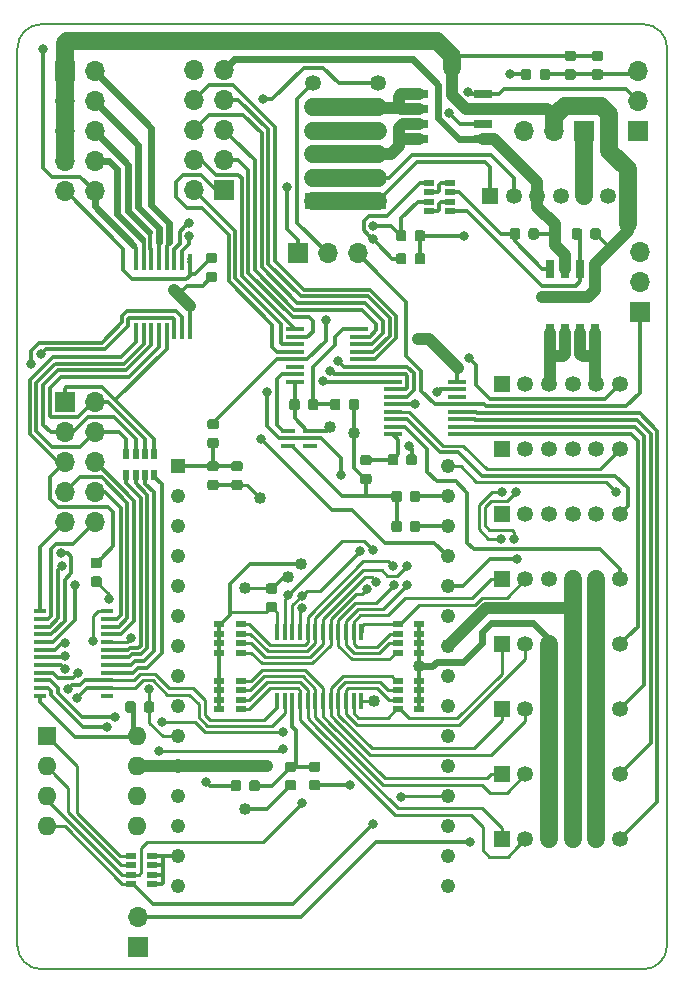
<source format=gbr>
G04 #@! TF.GenerationSoftware,KiCad,Pcbnew,(5.0.0-rc2-190-gf634b7565)*
G04 #@! TF.CreationDate,2018-07-18T23:06:54+02:00*
G04 #@! TF.ProjectId,IoP-mux8-1C,496F502D6D7578382D31432E6B696361,rev?*
G04 #@! TF.SameCoordinates,Original*
G04 #@! TF.FileFunction,Copper,L1,Top,Signal*
G04 #@! TF.FilePolarity,Positive*
%FSLAX46Y46*%
G04 Gerber Fmt 4.6, Leading zero omitted, Abs format (unit mm)*
G04 Created by KiCad (PCBNEW (5.0.0-rc2-190-gf634b7565)) date 07/18/18 23:06:54*
%MOMM*%
%LPD*%
G01*
G04 APERTURE LIST*
G04 #@! TA.AperFunction,NonConductor*
%ADD10C,0.200000*%
G04 #@! TD*
G04 #@! TA.AperFunction,ComponentPad*
%ADD11O,1.700000X1.700000*%
G04 #@! TD*
G04 #@! TA.AperFunction,ComponentPad*
%ADD12R,1.700000X1.700000*%
G04 #@! TD*
G04 #@! TA.AperFunction,Conductor*
%ADD13C,0.100000*%
G04 #@! TD*
G04 #@! TA.AperFunction,SMDPad,CuDef*
%ADD14C,0.875000*%
G04 #@! TD*
G04 #@! TA.AperFunction,SMDPad,CuDef*
%ADD15R,0.700000X1.525000*%
G04 #@! TD*
G04 #@! TA.AperFunction,SMDPad,CuDef*
%ADD16R,1.525000X0.700000*%
G04 #@! TD*
G04 #@! TA.AperFunction,ComponentPad*
%ADD17R,1.350000X1.350000*%
G04 #@! TD*
G04 #@! TA.AperFunction,ComponentPad*
%ADD18C,1.350000*%
G04 #@! TD*
G04 #@! TA.AperFunction,ComponentPad*
%ADD19R,1.600000X1.600000*%
G04 #@! TD*
G04 #@! TA.AperFunction,ComponentPad*
%ADD20O,1.600000X1.600000*%
G04 #@! TD*
G04 #@! TA.AperFunction,SMDPad,CuDef*
%ADD21R,1.100000X0.400000*%
G04 #@! TD*
G04 #@! TA.AperFunction,SMDPad,CuDef*
%ADD22R,0.900000X0.600000*%
G04 #@! TD*
G04 #@! TA.AperFunction,SMDPad,CuDef*
%ADD23R,0.450000X1.475000*%
G04 #@! TD*
G04 #@! TA.AperFunction,SMDPad,CuDef*
%ADD24R,1.525000X0.435000*%
G04 #@! TD*
G04 #@! TA.AperFunction,SMDPad,CuDef*
%ADD25R,1.200000X0.400000*%
G04 #@! TD*
G04 #@! TA.AperFunction,ComponentPad*
%ADD26R,1.235000X1.235000*%
G04 #@! TD*
G04 #@! TA.AperFunction,ComponentPad*
%ADD27C,1.235000*%
G04 #@! TD*
G04 #@! TA.AperFunction,SMDPad,CuDef*
%ADD28R,0.600000X0.900000*%
G04 #@! TD*
G04 #@! TA.AperFunction,ViaPad*
%ADD29C,1.016000*%
G04 #@! TD*
G04 #@! TA.AperFunction,ViaPad*
%ADD30C,0.812800*%
G04 #@! TD*
G04 #@! TA.AperFunction,Conductor*
%ADD31C,0.254000*%
G04 #@! TD*
G04 #@! TA.AperFunction,Conductor*
%ADD32C,1.016000*%
G04 #@! TD*
G04 #@! TA.AperFunction,Conductor*
%ADD33C,0.304800*%
G04 #@! TD*
G04 #@! TA.AperFunction,Conductor*
%ADD34C,0.609600*%
G04 #@! TD*
G04 #@! TA.AperFunction,Conductor*
%ADD35C,1.524000*%
G04 #@! TD*
G04 #@! TA.AperFunction,Conductor*
%ADD36C,0.406400*%
G04 #@! TD*
G04 APERTURE END LIST*
D10*
X180000000Y-125000000D02*
G75*
G02X178000000Y-123000000I0J2000000D01*
G01*
X231000000Y-45000000D02*
G75*
G02X233000000Y-47000000I0J-2000000D01*
G01*
X233000000Y-123000000D02*
G75*
G02X231000000Y-125000000I-2000000J0D01*
G01*
X178000000Y-47000000D02*
G75*
G02X180000000Y-45000000I2000000J0D01*
G01*
X178000000Y-47000000D02*
X178000000Y-123000000D01*
X231000000Y-45000000D02*
X180000000Y-45000000D01*
X233000000Y-123000000D02*
X233000000Y-47000000D01*
X180000000Y-125000000D02*
X231000000Y-125000000D01*
D11*
G04 #@! TO.P,J4,2*
G04 #@! TO.N,TXD1*
X188181600Y-120609600D03*
D12*
G04 #@! TO.P,J4,1*
G04 #@! TO.N,GND*
X188181600Y-123149600D03*
G04 #@! TD*
D13*
G04 #@! TO.N,~RST*
G04 #@! TO.C,R20*
G36*
X196727391Y-108997753D02*
X196748626Y-109000903D01*
X196769450Y-109006119D01*
X196789662Y-109013351D01*
X196809068Y-109022530D01*
X196827481Y-109033566D01*
X196844724Y-109046354D01*
X196860630Y-109060770D01*
X196875046Y-109076676D01*
X196887834Y-109093919D01*
X196898870Y-109112332D01*
X196908049Y-109131738D01*
X196915281Y-109151950D01*
X196920497Y-109172774D01*
X196923647Y-109194009D01*
X196924700Y-109215450D01*
X196924700Y-109727950D01*
X196923647Y-109749391D01*
X196920497Y-109770626D01*
X196915281Y-109791450D01*
X196908049Y-109811662D01*
X196898870Y-109831068D01*
X196887834Y-109849481D01*
X196875046Y-109866724D01*
X196860630Y-109882630D01*
X196844724Y-109897046D01*
X196827481Y-109909834D01*
X196809068Y-109920870D01*
X196789662Y-109930049D01*
X196769450Y-109937281D01*
X196748626Y-109942497D01*
X196727391Y-109945647D01*
X196705950Y-109946700D01*
X196268450Y-109946700D01*
X196247009Y-109945647D01*
X196225774Y-109942497D01*
X196204950Y-109937281D01*
X196184738Y-109930049D01*
X196165332Y-109920870D01*
X196146919Y-109909834D01*
X196129676Y-109897046D01*
X196113770Y-109882630D01*
X196099354Y-109866724D01*
X196086566Y-109849481D01*
X196075530Y-109831068D01*
X196066351Y-109811662D01*
X196059119Y-109791450D01*
X196053903Y-109770626D01*
X196050753Y-109749391D01*
X196049700Y-109727950D01*
X196049700Y-109215450D01*
X196050753Y-109194009D01*
X196053903Y-109172774D01*
X196059119Y-109151950D01*
X196066351Y-109131738D01*
X196075530Y-109112332D01*
X196086566Y-109093919D01*
X196099354Y-109076676D01*
X196113770Y-109060770D01*
X196129676Y-109046354D01*
X196146919Y-109033566D01*
X196165332Y-109022530D01*
X196184738Y-109013351D01*
X196204950Y-109006119D01*
X196225774Y-109000903D01*
X196247009Y-108997753D01*
X196268450Y-108996700D01*
X196705950Y-108996700D01*
X196727391Y-108997753D01*
X196727391Y-108997753D01*
G37*
D14*
G04 #@! TD*
G04 #@! TO.P,R20,1*
G04 #@! TO.N,~RST*
X196487200Y-109471700D03*
D13*
G04 #@! TO.N,Net-(C3-Pad1)*
G04 #@! TO.C,R20*
G36*
X198302391Y-108997753D02*
X198323626Y-109000903D01*
X198344450Y-109006119D01*
X198364662Y-109013351D01*
X198384068Y-109022530D01*
X198402481Y-109033566D01*
X198419724Y-109046354D01*
X198435630Y-109060770D01*
X198450046Y-109076676D01*
X198462834Y-109093919D01*
X198473870Y-109112332D01*
X198483049Y-109131738D01*
X198490281Y-109151950D01*
X198495497Y-109172774D01*
X198498647Y-109194009D01*
X198499700Y-109215450D01*
X198499700Y-109727950D01*
X198498647Y-109749391D01*
X198495497Y-109770626D01*
X198490281Y-109791450D01*
X198483049Y-109811662D01*
X198473870Y-109831068D01*
X198462834Y-109849481D01*
X198450046Y-109866724D01*
X198435630Y-109882630D01*
X198419724Y-109897046D01*
X198402481Y-109909834D01*
X198384068Y-109920870D01*
X198364662Y-109930049D01*
X198344450Y-109937281D01*
X198323626Y-109942497D01*
X198302391Y-109945647D01*
X198280950Y-109946700D01*
X197843450Y-109946700D01*
X197822009Y-109945647D01*
X197800774Y-109942497D01*
X197779950Y-109937281D01*
X197759738Y-109930049D01*
X197740332Y-109920870D01*
X197721919Y-109909834D01*
X197704676Y-109897046D01*
X197688770Y-109882630D01*
X197674354Y-109866724D01*
X197661566Y-109849481D01*
X197650530Y-109831068D01*
X197641351Y-109811662D01*
X197634119Y-109791450D01*
X197628903Y-109770626D01*
X197625753Y-109749391D01*
X197624700Y-109727950D01*
X197624700Y-109215450D01*
X197625753Y-109194009D01*
X197628903Y-109172774D01*
X197634119Y-109151950D01*
X197641351Y-109131738D01*
X197650530Y-109112332D01*
X197661566Y-109093919D01*
X197674354Y-109076676D01*
X197688770Y-109060770D01*
X197704676Y-109046354D01*
X197721919Y-109033566D01*
X197740332Y-109022530D01*
X197759738Y-109013351D01*
X197779950Y-109006119D01*
X197800774Y-109000903D01*
X197822009Y-108997753D01*
X197843450Y-108996700D01*
X198280950Y-108996700D01*
X198302391Y-108997753D01*
X198302391Y-108997753D01*
G37*
D14*
G04 #@! TD*
G04 #@! TO.P,R20,2*
G04 #@! TO.N,Net-(C3-Pad1)*
X198062200Y-109471700D03*
D15*
G04 #@! TO.P,IC4,8*
G04 #@! TO.N,/VBAT_SW*
X226905000Y-71112000D03*
G04 #@! TO.P,IC4,7*
X225635000Y-71112000D03*
G04 #@! TO.P,IC4,6*
G04 #@! TO.N,/3.3V_SW*
X224365000Y-71112000D03*
G04 #@! TO.P,IC4,5*
X223095000Y-71112000D03*
G04 #@! TO.P,IC4,4*
G04 #@! TO.N,3.3V_SW_G*
X223095000Y-65688000D03*
G04 #@! TO.P,IC4,3*
G04 #@! TO.N,3.3V_IN*
X224365000Y-65688000D03*
G04 #@! TO.P,IC4,2*
G04 #@! TO.N,VBAT_SW_G*
X225635000Y-65688000D03*
G04 #@! TO.P,IC4,1*
G04 #@! TO.N,VBAT_IN*
X226905000Y-65688000D03*
G04 #@! TD*
D16*
G04 #@! TO.P,IC8,1*
G04 #@! TO.N,3.3V_IN*
X217412000Y-54720000D03*
G04 #@! TO.P,IC8,2*
G04 #@! TO.N,Net-(IC8-Pad2)*
X217412000Y-53450000D03*
G04 #@! TO.P,IC8,3*
G04 #@! TO.N,VBAT_IN*
X217412000Y-52180000D03*
G04 #@! TO.P,IC8,4*
G04 #@! TO.N,Net-(IC8-Pad2)*
X217412000Y-50910000D03*
G04 #@! TO.P,IC8,5*
G04 #@! TO.N,/VBAT_LOC*
X211988000Y-50910000D03*
G04 #@! TO.P,IC8,6*
X211988000Y-52180000D03*
G04 #@! TO.P,IC8,7*
G04 #@! TO.N,/3.3V_LOC*
X211988000Y-53450000D03*
G04 #@! TO.P,IC8,8*
X211988000Y-54720000D03*
G04 #@! TD*
D17*
G04 #@! TO.P,EXT4,1*
G04 #@! TO.N,/SCL4*
X219000000Y-92000000D03*
D18*
G04 #@! TO.P,EXT4,2*
G04 #@! TO.N,/SDA4*
X221000000Y-92000000D03*
G04 #@! TO.P,EXT4,3*
G04 #@! TO.N,/3.3V_SW*
X223000000Y-92000000D03*
G04 #@! TO.P,EXT4,4*
G04 #@! TO.N,GND*
X225000000Y-92000000D03*
G04 #@! TO.P,EXT4,5*
G04 #@! TO.N,/VBAT_SW*
X227000000Y-92000000D03*
G04 #@! TO.P,EXT4,6*
G04 #@! TO.N,/A4*
X229000000Y-92000000D03*
G04 #@! TD*
D12*
G04 #@! TO.P,JP4,1*
G04 #@! TO.N,A9*
X201735000Y-64392000D03*
D11*
G04 #@! TO.P,JP4,2*
G04 #@! TO.N,Net-(JP4-Pad2)*
X204275000Y-64392000D03*
G04 #@! TO.P,JP4,3*
G04 #@! TO.N,M_ANA*
X206815000Y-64392000D03*
G04 #@! TD*
D19*
G04 #@! TO.P,SW1,1*
G04 #@! TO.N,ADDR0*
X180500000Y-105300000D03*
D20*
G04 #@! TO.P,SW1,5*
G04 #@! TO.N,3.3V_IN*
X188120000Y-112920000D03*
G04 #@! TO.P,SW1,2*
G04 #@! TO.N,ADDR1*
X180500000Y-107840000D03*
G04 #@! TO.P,SW1,6*
G04 #@! TO.N,3.3V_IN*
X188120000Y-110380000D03*
G04 #@! TO.P,SW1,3*
G04 #@! TO.N,ADDR2*
X180500000Y-110380000D03*
G04 #@! TO.P,SW1,7*
G04 #@! TO.N,3.3V_IN*
X188120000Y-107840000D03*
G04 #@! TO.P,SW1,4*
G04 #@! TO.N,DIP4*
X180500000Y-112920000D03*
G04 #@! TO.P,SW1,8*
G04 #@! TO.N,3.3V_IN*
X188120000Y-105300000D03*
G04 #@! TD*
D21*
G04 #@! TO.P,IC1,1*
G04 #@! TO.N,Net-(IC1-Pad1)*
X185600000Y-101850000D03*
G04 #@! TO.P,IC1,2*
G04 #@! TO.N,ADDR1*
X185600000Y-101200000D03*
G04 #@! TO.P,IC1,3*
G04 #@! TO.N,ADDR0*
X185600000Y-100550000D03*
G04 #@! TO.P,IC1,4*
G04 #@! TO.N,/I2C-Analog-Expander/GPIO0*
X185600000Y-99900000D03*
G04 #@! TO.P,IC1,5*
G04 #@! TO.N,/I2C-Analog-Expander/GPIO1*
X185600000Y-99250000D03*
G04 #@! TO.P,IC1,6*
G04 #@! TO.N,/I2C-Analog-Expander/GPIO2*
X185600000Y-98600000D03*
G04 #@! TO.P,IC1,7*
G04 #@! TO.N,/I2C-Analog-Expander/GPIO3*
X185600000Y-97950000D03*
G04 #@! TO.P,IC1,8*
G04 #@! TO.N,/I2C-Analog-Expander/GPIO4*
X185600000Y-97300000D03*
G04 #@! TO.P,IC1,9*
G04 #@! TO.N,GPIO5*
X185600000Y-96650000D03*
G04 #@! TO.P,IC1,10*
G04 #@! TO.N,GPIO6*
X185600000Y-96000000D03*
G04 #@! TO.P,IC1,11*
G04 #@! TO.N,GPIO7*
X185600000Y-95350000D03*
G04 #@! TO.P,IC1,12*
G04 #@! TO.N,GND*
X185600000Y-94700000D03*
G04 #@! TO.P,IC1,13*
G04 #@! TO.N,GPIO8*
X179900000Y-94700000D03*
G04 #@! TO.P,IC1,14*
G04 #@! TO.N,GPIO9*
X179900000Y-95350000D03*
G04 #@! TO.P,IC1,15*
G04 #@! TO.N,/I2C-Analog-Expander/3.3V_CTRL*
X179900000Y-96000000D03*
G04 #@! TO.P,IC1,16*
G04 #@! TO.N,/I2C-Analog-Expander/VBAT_CTRL*
X179900000Y-96650000D03*
G04 #@! TO.P,IC1,17*
G04 #@! TO.N,AMUX0*
X179900000Y-97300000D03*
G04 #@! TO.P,IC1,18*
G04 #@! TO.N,AMUX1*
X179900000Y-97950000D03*
G04 #@! TO.P,IC1,19*
G04 #@! TO.N,AMUX2*
X179900000Y-98600000D03*
G04 #@! TO.P,IC1,20*
G04 #@! TO.N,AMUX3*
X179900000Y-99250000D03*
G04 #@! TO.P,IC1,21*
G04 #@! TO.N,ADDR2*
X179900000Y-99900000D03*
G04 #@! TO.P,IC1,22*
G04 #@! TO.N,/M_SCL*
X179900000Y-100550000D03*
G04 #@! TO.P,IC1,23*
G04 #@! TO.N,/M_SDA*
X179900000Y-101200000D03*
G04 #@! TO.P,IC1,24*
G04 #@! TO.N,3.3V_IN*
X179900000Y-101850000D03*
G04 #@! TD*
D13*
G04 #@! TO.N,SWIO4*
G04 #@! TO.C,R10*
G36*
X184937691Y-90176053D02*
X184958926Y-90179203D01*
X184979750Y-90184419D01*
X184999962Y-90191651D01*
X185019368Y-90200830D01*
X185037781Y-90211866D01*
X185055024Y-90224654D01*
X185070930Y-90239070D01*
X185085346Y-90254976D01*
X185098134Y-90272219D01*
X185109170Y-90290632D01*
X185118349Y-90310038D01*
X185125581Y-90330250D01*
X185130797Y-90351074D01*
X185133947Y-90372309D01*
X185135000Y-90393750D01*
X185135000Y-90831250D01*
X185133947Y-90852691D01*
X185130797Y-90873926D01*
X185125581Y-90894750D01*
X185118349Y-90914962D01*
X185109170Y-90934368D01*
X185098134Y-90952781D01*
X185085346Y-90970024D01*
X185070930Y-90985930D01*
X185055024Y-91000346D01*
X185037781Y-91013134D01*
X185019368Y-91024170D01*
X184999962Y-91033349D01*
X184979750Y-91040581D01*
X184958926Y-91045797D01*
X184937691Y-91048947D01*
X184916250Y-91050000D01*
X184403750Y-91050000D01*
X184382309Y-91048947D01*
X184361074Y-91045797D01*
X184340250Y-91040581D01*
X184320038Y-91033349D01*
X184300632Y-91024170D01*
X184282219Y-91013134D01*
X184264976Y-91000346D01*
X184249070Y-90985930D01*
X184234654Y-90970024D01*
X184221866Y-90952781D01*
X184210830Y-90934368D01*
X184201651Y-90914962D01*
X184194419Y-90894750D01*
X184189203Y-90873926D01*
X184186053Y-90852691D01*
X184185000Y-90831250D01*
X184185000Y-90393750D01*
X184186053Y-90372309D01*
X184189203Y-90351074D01*
X184194419Y-90330250D01*
X184201651Y-90310038D01*
X184210830Y-90290632D01*
X184221866Y-90272219D01*
X184234654Y-90254976D01*
X184249070Y-90239070D01*
X184264976Y-90224654D01*
X184282219Y-90211866D01*
X184300632Y-90200830D01*
X184320038Y-90191651D01*
X184340250Y-90184419D01*
X184361074Y-90179203D01*
X184382309Y-90176053D01*
X184403750Y-90175000D01*
X184916250Y-90175000D01*
X184937691Y-90176053D01*
X184937691Y-90176053D01*
G37*
D14*
G04 #@! TD*
G04 #@! TO.P,R10,2*
G04 #@! TO.N,SWIO4*
X184660000Y-90612500D03*
D13*
G04 #@! TO.N,/I2C-Analog-Expander/GPIO4*
G04 #@! TO.C,R10*
G36*
X184937691Y-91751053D02*
X184958926Y-91754203D01*
X184979750Y-91759419D01*
X184999962Y-91766651D01*
X185019368Y-91775830D01*
X185037781Y-91786866D01*
X185055024Y-91799654D01*
X185070930Y-91814070D01*
X185085346Y-91829976D01*
X185098134Y-91847219D01*
X185109170Y-91865632D01*
X185118349Y-91885038D01*
X185125581Y-91905250D01*
X185130797Y-91926074D01*
X185133947Y-91947309D01*
X185135000Y-91968750D01*
X185135000Y-92406250D01*
X185133947Y-92427691D01*
X185130797Y-92448926D01*
X185125581Y-92469750D01*
X185118349Y-92489962D01*
X185109170Y-92509368D01*
X185098134Y-92527781D01*
X185085346Y-92545024D01*
X185070930Y-92560930D01*
X185055024Y-92575346D01*
X185037781Y-92588134D01*
X185019368Y-92599170D01*
X184999962Y-92608349D01*
X184979750Y-92615581D01*
X184958926Y-92620797D01*
X184937691Y-92623947D01*
X184916250Y-92625000D01*
X184403750Y-92625000D01*
X184382309Y-92623947D01*
X184361074Y-92620797D01*
X184340250Y-92615581D01*
X184320038Y-92608349D01*
X184300632Y-92599170D01*
X184282219Y-92588134D01*
X184264976Y-92575346D01*
X184249070Y-92560930D01*
X184234654Y-92545024D01*
X184221866Y-92527781D01*
X184210830Y-92509368D01*
X184201651Y-92489962D01*
X184194419Y-92469750D01*
X184189203Y-92448926D01*
X184186053Y-92427691D01*
X184185000Y-92406250D01*
X184185000Y-91968750D01*
X184186053Y-91947309D01*
X184189203Y-91926074D01*
X184194419Y-91905250D01*
X184201651Y-91885038D01*
X184210830Y-91865632D01*
X184221866Y-91847219D01*
X184234654Y-91829976D01*
X184249070Y-91814070D01*
X184264976Y-91799654D01*
X184282219Y-91786866D01*
X184300632Y-91775830D01*
X184320038Y-91766651D01*
X184340250Y-91759419D01*
X184361074Y-91754203D01*
X184382309Y-91751053D01*
X184403750Y-91750000D01*
X184916250Y-91750000D01*
X184937691Y-91751053D01*
X184937691Y-91751053D01*
G37*
D14*
G04 #@! TD*
G04 #@! TO.P,R10,1*
G04 #@! TO.N,/I2C-Analog-Expander/GPIO4*
X184660000Y-92187500D03*
D13*
G04 #@! TO.N,Net-(C9-Pad1)*
G04 #@! TO.C,R19*
G36*
X205150191Y-76719653D02*
X205171426Y-76722803D01*
X205192250Y-76728019D01*
X205212462Y-76735251D01*
X205231868Y-76744430D01*
X205250281Y-76755466D01*
X205267524Y-76768254D01*
X205283430Y-76782670D01*
X205297846Y-76798576D01*
X205310634Y-76815819D01*
X205321670Y-76834232D01*
X205330849Y-76853638D01*
X205338081Y-76873850D01*
X205343297Y-76894674D01*
X205346447Y-76915909D01*
X205347500Y-76937350D01*
X205347500Y-77449850D01*
X205346447Y-77471291D01*
X205343297Y-77492526D01*
X205338081Y-77513350D01*
X205330849Y-77533562D01*
X205321670Y-77552968D01*
X205310634Y-77571381D01*
X205297846Y-77588624D01*
X205283430Y-77604530D01*
X205267524Y-77618946D01*
X205250281Y-77631734D01*
X205231868Y-77642770D01*
X205212462Y-77651949D01*
X205192250Y-77659181D01*
X205171426Y-77664397D01*
X205150191Y-77667547D01*
X205128750Y-77668600D01*
X204691250Y-77668600D01*
X204669809Y-77667547D01*
X204648574Y-77664397D01*
X204627750Y-77659181D01*
X204607538Y-77651949D01*
X204588132Y-77642770D01*
X204569719Y-77631734D01*
X204552476Y-77618946D01*
X204536570Y-77604530D01*
X204522154Y-77588624D01*
X204509366Y-77571381D01*
X204498330Y-77552968D01*
X204489151Y-77533562D01*
X204481919Y-77513350D01*
X204476703Y-77492526D01*
X204473553Y-77471291D01*
X204472500Y-77449850D01*
X204472500Y-76937350D01*
X204473553Y-76915909D01*
X204476703Y-76894674D01*
X204481919Y-76873850D01*
X204489151Y-76853638D01*
X204498330Y-76834232D01*
X204509366Y-76815819D01*
X204522154Y-76798576D01*
X204536570Y-76782670D01*
X204552476Y-76768254D01*
X204569719Y-76755466D01*
X204588132Y-76744430D01*
X204607538Y-76735251D01*
X204627750Y-76728019D01*
X204648574Y-76722803D01*
X204669809Y-76719653D01*
X204691250Y-76718600D01*
X205128750Y-76718600D01*
X205150191Y-76719653D01*
X205150191Y-76719653D01*
G37*
D14*
G04 #@! TD*
G04 #@! TO.P,R19,1*
G04 #@! TO.N,Net-(C9-Pad1)*
X204910000Y-77193600D03*
D13*
G04 #@! TO.N,3.3V_IN*
G04 #@! TO.C,R19*
G36*
X206725191Y-76719653D02*
X206746426Y-76722803D01*
X206767250Y-76728019D01*
X206787462Y-76735251D01*
X206806868Y-76744430D01*
X206825281Y-76755466D01*
X206842524Y-76768254D01*
X206858430Y-76782670D01*
X206872846Y-76798576D01*
X206885634Y-76815819D01*
X206896670Y-76834232D01*
X206905849Y-76853638D01*
X206913081Y-76873850D01*
X206918297Y-76894674D01*
X206921447Y-76915909D01*
X206922500Y-76937350D01*
X206922500Y-77449850D01*
X206921447Y-77471291D01*
X206918297Y-77492526D01*
X206913081Y-77513350D01*
X206905849Y-77533562D01*
X206896670Y-77552968D01*
X206885634Y-77571381D01*
X206872846Y-77588624D01*
X206858430Y-77604530D01*
X206842524Y-77618946D01*
X206825281Y-77631734D01*
X206806868Y-77642770D01*
X206787462Y-77651949D01*
X206767250Y-77659181D01*
X206746426Y-77664397D01*
X206725191Y-77667547D01*
X206703750Y-77668600D01*
X206266250Y-77668600D01*
X206244809Y-77667547D01*
X206223574Y-77664397D01*
X206202750Y-77659181D01*
X206182538Y-77651949D01*
X206163132Y-77642770D01*
X206144719Y-77631734D01*
X206127476Y-77618946D01*
X206111570Y-77604530D01*
X206097154Y-77588624D01*
X206084366Y-77571381D01*
X206073330Y-77552968D01*
X206064151Y-77533562D01*
X206056919Y-77513350D01*
X206051703Y-77492526D01*
X206048553Y-77471291D01*
X206047500Y-77449850D01*
X206047500Y-76937350D01*
X206048553Y-76915909D01*
X206051703Y-76894674D01*
X206056919Y-76873850D01*
X206064151Y-76853638D01*
X206073330Y-76834232D01*
X206084366Y-76815819D01*
X206097154Y-76798576D01*
X206111570Y-76782670D01*
X206127476Y-76768254D01*
X206144719Y-76755466D01*
X206163132Y-76744430D01*
X206182538Y-76735251D01*
X206202750Y-76728019D01*
X206223574Y-76722803D01*
X206244809Y-76719653D01*
X206266250Y-76718600D01*
X206703750Y-76718600D01*
X206725191Y-76719653D01*
X206725191Y-76719653D01*
G37*
D14*
G04 #@! TD*
G04 #@! TO.P,R19,2*
G04 #@! TO.N,3.3V_IN*
X206485000Y-77193600D03*
D22*
G04 #@! TO.P,R13,8*
G04 #@! TO.N,VBAT_SW_G*
X214625000Y-60825000D03*
G04 #@! TO.P,R13,7*
G04 #@! TO.N,Net-(R13-Pad4)*
X214625000Y-60025000D03*
G04 #@! TO.P,R13,6*
G04 #@! TO.N,3.3V_SW_G*
X214625000Y-59225000D03*
G04 #@! TO.P,R13,5*
G04 #@! TO.N,Net-(R13-Pad2)*
X214625000Y-58425000D03*
G04 #@! TO.P,R13,4*
G04 #@! TO.N,Net-(R13-Pad4)*
X212825000Y-60825000D03*
G04 #@! TO.P,R13,3*
G04 #@! TO.N,Net-(IC2-Pad11)*
X212825000Y-60025000D03*
G04 #@! TO.P,R13,2*
G04 #@! TO.N,Net-(R13-Pad2)*
X212825000Y-59225000D03*
G04 #@! TO.P,R13,1*
G04 #@! TO.N,Net-(IC2-Pad10)*
X212825000Y-58425000D03*
G04 #@! TD*
G04 #@! TO.P,R5,8*
G04 #@! TO.N,ADDR0*
X187600000Y-115400000D03*
G04 #@! TO.P,R5,7*
G04 #@! TO.N,ADDR1*
X187600000Y-116200000D03*
G04 #@! TO.P,R5,6*
G04 #@! TO.N,ADDR2*
X187600000Y-117000000D03*
G04 #@! TO.P,R5,5*
G04 #@! TO.N,DIP4*
X187600000Y-117800000D03*
G04 #@! TO.P,R5,4*
G04 #@! TO.N,GND*
X189400000Y-115400000D03*
G04 #@! TO.P,R5,3*
X189400000Y-116200000D03*
G04 #@! TO.P,R5,2*
X189400000Y-117000000D03*
G04 #@! TO.P,R5,1*
X189400000Y-117800000D03*
G04 #@! TD*
D18*
G04 #@! TO.P,LINK0,6*
G04 #@! TO.N,/M_OUT*
X228000000Y-59500000D03*
G04 #@! TO.P,LINK0,5*
G04 #@! TO.N,/M_PWR*
X226000000Y-59500000D03*
G04 #@! TO.P,LINK0,4*
G04 #@! TO.N,GND*
X224000000Y-59500000D03*
G04 #@! TO.P,LINK0,3*
G04 #@! TO.N,3.3V_IN*
X222000000Y-59500000D03*
G04 #@! TO.P,LINK0,2*
G04 #@! TO.N,/M_SDA*
X220000000Y-59500000D03*
D17*
G04 #@! TO.P,LINK0,1*
G04 #@! TO.N,/M_SCL*
X218000000Y-59500000D03*
G04 #@! TD*
D23*
G04 #@! TO.P,IC3,1*
G04 #@! TO.N,ADDR0*
X199975000Y-102338000D03*
G04 #@! TO.P,IC3,2*
G04 #@! TO.N,ADDR1*
X200625000Y-102338000D03*
G04 #@! TO.P,IC3,3*
G04 #@! TO.N,Net-(C3-Pad1)*
X201275000Y-102338000D03*
G04 #@! TO.P,IC3,4*
G04 #@! TO.N,/SDA0*
X201925000Y-102338000D03*
G04 #@! TO.P,IC3,5*
G04 #@! TO.N,/SCL0*
X202575000Y-102338000D03*
G04 #@! TO.P,IC3,6*
G04 #@! TO.N,/SDA1*
X203225000Y-102338000D03*
G04 #@! TO.P,IC3,7*
G04 #@! TO.N,/SCL1*
X203875000Y-102338000D03*
G04 #@! TO.P,IC3,8*
G04 #@! TO.N,/SDA2*
X204525000Y-102338000D03*
G04 #@! TO.P,IC3,9*
G04 #@! TO.N,/SCL2*
X205175000Y-102338000D03*
G04 #@! TO.P,IC3,10*
G04 #@! TO.N,/SDA3*
X205825000Y-102338000D03*
G04 #@! TO.P,IC3,11*
G04 #@! TO.N,/SCL3*
X206475000Y-102338000D03*
G04 #@! TO.P,IC3,12*
G04 #@! TO.N,GND*
X207125000Y-102338000D03*
G04 #@! TO.P,IC3,13*
G04 #@! TO.N,/SDA4*
X207125000Y-96462000D03*
G04 #@! TO.P,IC3,14*
G04 #@! TO.N,/SCL4*
X206475000Y-96462000D03*
G04 #@! TO.P,IC3,15*
G04 #@! TO.N,/SDA5*
X205825000Y-96462000D03*
G04 #@! TO.P,IC3,16*
G04 #@! TO.N,/SCL5*
X205175000Y-96462000D03*
G04 #@! TO.P,IC3,17*
G04 #@! TO.N,/SDA6*
X204525000Y-96462000D03*
G04 #@! TO.P,IC3,18*
G04 #@! TO.N,/SCL6*
X203875000Y-96462000D03*
G04 #@! TO.P,IC3,19*
G04 #@! TO.N,/SDA7*
X203225000Y-96462000D03*
G04 #@! TO.P,IC3,20*
G04 #@! TO.N,/SCL7*
X202575000Y-96462000D03*
G04 #@! TO.P,IC3,21*
G04 #@! TO.N,ADDR2*
X201925000Y-96462000D03*
G04 #@! TO.P,IC3,22*
G04 #@! TO.N,/M_SCL*
X201275000Y-96462000D03*
G04 #@! TO.P,IC3,23*
G04 #@! TO.N,/M_SDA*
X200625000Y-96462000D03*
G04 #@! TO.P,IC3,24*
G04 #@! TO.N,/3.3V_SW*
X199975000Y-96462000D03*
G04 #@! TD*
D24*
G04 #@! TO.P,IC7,16*
G04 #@! TO.N,Net-(C8-Pad2)*
X209788000Y-79722000D03*
G04 #@! TO.P,IC7,15*
G04 #@! TO.N,/A4*
X209788000Y-79088000D03*
G04 #@! TO.P,IC7,14*
G04 #@! TO.N,/A5*
X209788000Y-78452000D03*
G04 #@! TO.P,IC7,13*
G04 #@! TO.N,/A6*
X209788000Y-77818000D03*
G04 #@! TO.P,IC7,12*
G04 #@! TO.N,/A7*
X209788000Y-77182000D03*
G04 #@! TO.P,IC7,11*
G04 #@! TO.N,AMUX0*
X209788000Y-76548000D03*
G04 #@! TO.P,IC7,10*
G04 #@! TO.N,AMUX1*
X209788000Y-75912000D03*
G04 #@! TO.P,IC7,9*
G04 #@! TO.N,AMUX2*
X209788000Y-75278000D03*
G04 #@! TO.P,IC7,8*
G04 #@! TO.N,GND*
X215212000Y-75278000D03*
G04 #@! TO.P,IC7,7*
G04 #@! TO.N,AMUX3*
X215212000Y-75912000D03*
G04 #@! TO.P,IC7,6*
G04 #@! TO.N,Net-(IC7-Pad6)*
X215212000Y-76548000D03*
G04 #@! TO.P,IC7,5*
G04 #@! TO.N,M_ANA*
X215212000Y-77182000D03*
G04 #@! TO.P,IC7,4*
G04 #@! TO.N,/A0*
X215212000Y-77818000D03*
G04 #@! TO.P,IC7,3*
G04 #@! TO.N,/A1*
X215212000Y-78452000D03*
G04 #@! TO.P,IC7,2*
G04 #@! TO.N,/A2*
X215212000Y-79088000D03*
G04 #@! TO.P,IC7,1*
G04 #@! TO.N,/A3*
X215212000Y-79722000D03*
G04 #@! TD*
D25*
G04 #@! TO.P,IC6,1*
G04 #@! TO.N,Net-(IC6-Pad1)*
X202800000Y-80700000D03*
G04 #@! TO.P,IC6,2*
G04 #@! TO.N,AMUX3*
X202800000Y-80050000D03*
G04 #@! TO.P,IC6,3*
G04 #@! TO.N,GND*
X202800000Y-79400000D03*
G04 #@! TO.P,IC6,4*
G04 #@! TO.N,Net-(IC5-Pad7)*
X200900000Y-79400000D03*
G04 #@! TO.P,IC6,5*
G04 #@! TO.N,3.3V_IN*
X200900000Y-80700000D03*
G04 #@! TD*
D23*
G04 #@! TO.P,IC2,1*
G04 #@! TO.N,SWIO4*
X188025000Y-70988000D03*
G04 #@! TO.P,IC2,2*
G04 #@! TO.N,SWIO3*
X188675000Y-70988000D03*
G04 #@! TO.P,IC2,3*
G04 #@! TO.N,SWIO2*
X189325000Y-70988000D03*
G04 #@! TO.P,IC2,4*
G04 #@! TO.N,SWIO1*
X189975000Y-70988000D03*
G04 #@! TO.P,IC2,5*
G04 #@! TO.N,SWIO0*
X190625000Y-70988000D03*
G04 #@! TO.P,IC2,6*
G04 #@! TO.N,/I2C-Analog-Expander/VBAT_CTRL*
X191275000Y-70988000D03*
G04 #@! TO.P,IC2,7*
G04 #@! TO.N,/I2C-Analog-Expander/3.3V_CTRL*
X191925000Y-70988000D03*
G04 #@! TO.P,IC2,8*
G04 #@! TO.N,GND*
X192575000Y-70988000D03*
G04 #@! TO.P,IC2,9*
G04 #@! TO.N,VBAT_IN*
X192575000Y-65112000D03*
G04 #@! TO.P,IC2,10*
G04 #@! TO.N,Net-(IC2-Pad10)*
X191925000Y-65112000D03*
G04 #@! TO.P,IC2,11*
G04 #@! TO.N,Net-(IC2-Pad11)*
X191275000Y-65112000D03*
G04 #@! TO.P,IC2,12*
G04 #@! TO.N,PSW0*
X190625000Y-65112000D03*
G04 #@! TO.P,IC2,13*
G04 #@! TO.N,PSW1*
X189975000Y-65112000D03*
G04 #@! TO.P,IC2,14*
G04 #@! TO.N,PSW2*
X189325000Y-65112000D03*
G04 #@! TO.P,IC2,15*
G04 #@! TO.N,PSW3*
X188675000Y-65112000D03*
G04 #@! TO.P,IC2,16*
G04 #@! TO.N,PSW4*
X188025000Y-65112000D03*
G04 #@! TD*
D24*
G04 #@! TO.P,IC5,1*
G04 #@! TO.N,A11*
X201476000Y-70831000D03*
G04 #@! TO.P,IC5,2*
G04 #@! TO.N,A10*
X201476000Y-71465000D03*
G04 #@! TO.P,IC5,3*
G04 #@! TO.N,A9*
X201476000Y-72101000D03*
G04 #@! TO.P,IC5,4*
G04 #@! TO.N,A8*
X201476000Y-72735000D03*
G04 #@! TO.P,IC5,5*
G04 #@! TO.N,M_ANA*
X201476000Y-73371000D03*
G04 #@! TO.P,IC5,6*
G04 #@! TO.N,Net-(IC5-Pad6)*
X201476000Y-74005000D03*
G04 #@! TO.P,IC5,7*
G04 #@! TO.N,Net-(IC5-Pad7)*
X201476000Y-74641000D03*
G04 #@! TO.P,IC5,8*
G04 #@! TO.N,GND*
X201476000Y-75275000D03*
G04 #@! TO.P,IC5,9*
G04 #@! TO.N,AMUX2*
X206900000Y-75275000D03*
G04 #@! TO.P,IC5,10*
G04 #@! TO.N,AMUX1*
X206900000Y-74641000D03*
G04 #@! TO.P,IC5,11*
G04 #@! TO.N,AMUX0*
X206900000Y-74005000D03*
G04 #@! TO.P,IC5,12*
G04 #@! TO.N,A15*
X206900000Y-73371000D03*
G04 #@! TO.P,IC5,13*
G04 #@! TO.N,A14*
X206900000Y-72735000D03*
G04 #@! TO.P,IC5,14*
G04 #@! TO.N,A13*
X206900000Y-72101000D03*
G04 #@! TO.P,IC5,15*
G04 #@! TO.N,A12*
X206900000Y-71465000D03*
G04 #@! TO.P,IC5,16*
G04 #@! TO.N,Net-(C9-Pad1)*
X206900000Y-70831000D03*
G04 #@! TD*
D13*
G04 #@! TO.N,GND*
G04 #@! TO.C,C10*
G36*
X196856491Y-83564353D02*
X196877726Y-83567503D01*
X196898550Y-83572719D01*
X196918762Y-83579951D01*
X196938168Y-83589130D01*
X196956581Y-83600166D01*
X196973824Y-83612954D01*
X196989730Y-83627370D01*
X197004146Y-83643276D01*
X197016934Y-83660519D01*
X197027970Y-83678932D01*
X197037149Y-83698338D01*
X197044381Y-83718550D01*
X197049597Y-83739374D01*
X197052747Y-83760609D01*
X197053800Y-83782050D01*
X197053800Y-84219550D01*
X197052747Y-84240991D01*
X197049597Y-84262226D01*
X197044381Y-84283050D01*
X197037149Y-84303262D01*
X197027970Y-84322668D01*
X197016934Y-84341081D01*
X197004146Y-84358324D01*
X196989730Y-84374230D01*
X196973824Y-84388646D01*
X196956581Y-84401434D01*
X196938168Y-84412470D01*
X196918762Y-84421649D01*
X196898550Y-84428881D01*
X196877726Y-84434097D01*
X196856491Y-84437247D01*
X196835050Y-84438300D01*
X196322550Y-84438300D01*
X196301109Y-84437247D01*
X196279874Y-84434097D01*
X196259050Y-84428881D01*
X196238838Y-84421649D01*
X196219432Y-84412470D01*
X196201019Y-84401434D01*
X196183776Y-84388646D01*
X196167870Y-84374230D01*
X196153454Y-84358324D01*
X196140666Y-84341081D01*
X196129630Y-84322668D01*
X196120451Y-84303262D01*
X196113219Y-84283050D01*
X196108003Y-84262226D01*
X196104853Y-84240991D01*
X196103800Y-84219550D01*
X196103800Y-83782050D01*
X196104853Y-83760609D01*
X196108003Y-83739374D01*
X196113219Y-83718550D01*
X196120451Y-83698338D01*
X196129630Y-83678932D01*
X196140666Y-83660519D01*
X196153454Y-83643276D01*
X196167870Y-83627370D01*
X196183776Y-83612954D01*
X196201019Y-83600166D01*
X196219432Y-83589130D01*
X196238838Y-83579951D01*
X196259050Y-83572719D01*
X196279874Y-83567503D01*
X196301109Y-83564353D01*
X196322550Y-83563300D01*
X196835050Y-83563300D01*
X196856491Y-83564353D01*
X196856491Y-83564353D01*
G37*
D14*
G04 #@! TD*
G04 #@! TO.P,C10,1*
G04 #@! TO.N,GND*
X196578800Y-84000800D03*
D13*
G04 #@! TO.N,Net-(C10-Pad2)*
G04 #@! TO.C,C10*
G36*
X196856491Y-81989353D02*
X196877726Y-81992503D01*
X196898550Y-81997719D01*
X196918762Y-82004951D01*
X196938168Y-82014130D01*
X196956581Y-82025166D01*
X196973824Y-82037954D01*
X196989730Y-82052370D01*
X197004146Y-82068276D01*
X197016934Y-82085519D01*
X197027970Y-82103932D01*
X197037149Y-82123338D01*
X197044381Y-82143550D01*
X197049597Y-82164374D01*
X197052747Y-82185609D01*
X197053800Y-82207050D01*
X197053800Y-82644550D01*
X197052747Y-82665991D01*
X197049597Y-82687226D01*
X197044381Y-82708050D01*
X197037149Y-82728262D01*
X197027970Y-82747668D01*
X197016934Y-82766081D01*
X197004146Y-82783324D01*
X196989730Y-82799230D01*
X196973824Y-82813646D01*
X196956581Y-82826434D01*
X196938168Y-82837470D01*
X196918762Y-82846649D01*
X196898550Y-82853881D01*
X196877726Y-82859097D01*
X196856491Y-82862247D01*
X196835050Y-82863300D01*
X196322550Y-82863300D01*
X196301109Y-82862247D01*
X196279874Y-82859097D01*
X196259050Y-82853881D01*
X196238838Y-82846649D01*
X196219432Y-82837470D01*
X196201019Y-82826434D01*
X196183776Y-82813646D01*
X196167870Y-82799230D01*
X196153454Y-82783324D01*
X196140666Y-82766081D01*
X196129630Y-82747668D01*
X196120451Y-82728262D01*
X196113219Y-82708050D01*
X196108003Y-82687226D01*
X196104853Y-82665991D01*
X196103800Y-82644550D01*
X196103800Y-82207050D01*
X196104853Y-82185609D01*
X196108003Y-82164374D01*
X196113219Y-82143550D01*
X196120451Y-82123338D01*
X196129630Y-82103932D01*
X196140666Y-82085519D01*
X196153454Y-82068276D01*
X196167870Y-82052370D01*
X196183776Y-82037954D01*
X196201019Y-82025166D01*
X196219432Y-82014130D01*
X196238838Y-82004951D01*
X196259050Y-81997719D01*
X196279874Y-81992503D01*
X196301109Y-81989353D01*
X196322550Y-81988300D01*
X196835050Y-81988300D01*
X196856491Y-81989353D01*
X196856491Y-81989353D01*
G37*
D14*
G04 #@! TD*
G04 #@! TO.P,C10,2*
G04 #@! TO.N,Net-(C10-Pad2)*
X196578800Y-82425800D03*
D13*
G04 #@! TO.N,M_ANA*
G04 #@! TO.C,R18*
G36*
X194837691Y-78433353D02*
X194858926Y-78436503D01*
X194879750Y-78441719D01*
X194899962Y-78448951D01*
X194919368Y-78458130D01*
X194937781Y-78469166D01*
X194955024Y-78481954D01*
X194970930Y-78496370D01*
X194985346Y-78512276D01*
X194998134Y-78529519D01*
X195009170Y-78547932D01*
X195018349Y-78567338D01*
X195025581Y-78587550D01*
X195030797Y-78608374D01*
X195033947Y-78629609D01*
X195035000Y-78651050D01*
X195035000Y-79088550D01*
X195033947Y-79109991D01*
X195030797Y-79131226D01*
X195025581Y-79152050D01*
X195018349Y-79172262D01*
X195009170Y-79191668D01*
X194998134Y-79210081D01*
X194985346Y-79227324D01*
X194970930Y-79243230D01*
X194955024Y-79257646D01*
X194937781Y-79270434D01*
X194919368Y-79281470D01*
X194899962Y-79290649D01*
X194879750Y-79297881D01*
X194858926Y-79303097D01*
X194837691Y-79306247D01*
X194816250Y-79307300D01*
X194303750Y-79307300D01*
X194282309Y-79306247D01*
X194261074Y-79303097D01*
X194240250Y-79297881D01*
X194220038Y-79290649D01*
X194200632Y-79281470D01*
X194182219Y-79270434D01*
X194164976Y-79257646D01*
X194149070Y-79243230D01*
X194134654Y-79227324D01*
X194121866Y-79210081D01*
X194110830Y-79191668D01*
X194101651Y-79172262D01*
X194094419Y-79152050D01*
X194089203Y-79131226D01*
X194086053Y-79109991D01*
X194085000Y-79088550D01*
X194085000Y-78651050D01*
X194086053Y-78629609D01*
X194089203Y-78608374D01*
X194094419Y-78587550D01*
X194101651Y-78567338D01*
X194110830Y-78547932D01*
X194121866Y-78529519D01*
X194134654Y-78512276D01*
X194149070Y-78496370D01*
X194164976Y-78481954D01*
X194182219Y-78469166D01*
X194200632Y-78458130D01*
X194220038Y-78448951D01*
X194240250Y-78441719D01*
X194261074Y-78436503D01*
X194282309Y-78433353D01*
X194303750Y-78432300D01*
X194816250Y-78432300D01*
X194837691Y-78433353D01*
X194837691Y-78433353D01*
G37*
D14*
G04 #@! TD*
G04 #@! TO.P,R18,2*
G04 #@! TO.N,M_ANA*
X194560000Y-78869800D03*
D13*
G04 #@! TO.N,Net-(C10-Pad2)*
G04 #@! TO.C,R18*
G36*
X194837691Y-80008353D02*
X194858926Y-80011503D01*
X194879750Y-80016719D01*
X194899962Y-80023951D01*
X194919368Y-80033130D01*
X194937781Y-80044166D01*
X194955024Y-80056954D01*
X194970930Y-80071370D01*
X194985346Y-80087276D01*
X194998134Y-80104519D01*
X195009170Y-80122932D01*
X195018349Y-80142338D01*
X195025581Y-80162550D01*
X195030797Y-80183374D01*
X195033947Y-80204609D01*
X195035000Y-80226050D01*
X195035000Y-80663550D01*
X195033947Y-80684991D01*
X195030797Y-80706226D01*
X195025581Y-80727050D01*
X195018349Y-80747262D01*
X195009170Y-80766668D01*
X194998134Y-80785081D01*
X194985346Y-80802324D01*
X194970930Y-80818230D01*
X194955024Y-80832646D01*
X194937781Y-80845434D01*
X194919368Y-80856470D01*
X194899962Y-80865649D01*
X194879750Y-80872881D01*
X194858926Y-80878097D01*
X194837691Y-80881247D01*
X194816250Y-80882300D01*
X194303750Y-80882300D01*
X194282309Y-80881247D01*
X194261074Y-80878097D01*
X194240250Y-80872881D01*
X194220038Y-80865649D01*
X194200632Y-80856470D01*
X194182219Y-80845434D01*
X194164976Y-80832646D01*
X194149070Y-80818230D01*
X194134654Y-80802324D01*
X194121866Y-80785081D01*
X194110830Y-80766668D01*
X194101651Y-80747262D01*
X194094419Y-80727050D01*
X194089203Y-80706226D01*
X194086053Y-80684991D01*
X194085000Y-80663550D01*
X194085000Y-80226050D01*
X194086053Y-80204609D01*
X194089203Y-80183374D01*
X194094419Y-80162550D01*
X194101651Y-80142338D01*
X194110830Y-80122932D01*
X194121866Y-80104519D01*
X194134654Y-80087276D01*
X194149070Y-80071370D01*
X194164976Y-80056954D01*
X194182219Y-80044166D01*
X194200632Y-80033130D01*
X194220038Y-80023951D01*
X194240250Y-80016719D01*
X194261074Y-80011503D01*
X194282309Y-80008353D01*
X194303750Y-80007300D01*
X194816250Y-80007300D01*
X194837691Y-80008353D01*
X194837691Y-80008353D01*
G37*
D14*
G04 #@! TD*
G04 #@! TO.P,R18,1*
G04 #@! TO.N,Net-(C10-Pad2)*
X194560000Y-80444800D03*
D13*
G04 #@! TO.N,Net-(C10-Pad2)*
G04 #@! TO.C,R17*
G36*
X194824491Y-81989553D02*
X194845726Y-81992703D01*
X194866550Y-81997919D01*
X194886762Y-82005151D01*
X194906168Y-82014330D01*
X194924581Y-82025366D01*
X194941824Y-82038154D01*
X194957730Y-82052570D01*
X194972146Y-82068476D01*
X194984934Y-82085719D01*
X194995970Y-82104132D01*
X195005149Y-82123538D01*
X195012381Y-82143750D01*
X195017597Y-82164574D01*
X195020747Y-82185809D01*
X195021800Y-82207250D01*
X195021800Y-82644750D01*
X195020747Y-82666191D01*
X195017597Y-82687426D01*
X195012381Y-82708250D01*
X195005149Y-82728462D01*
X194995970Y-82747868D01*
X194984934Y-82766281D01*
X194972146Y-82783524D01*
X194957730Y-82799430D01*
X194941824Y-82813846D01*
X194924581Y-82826634D01*
X194906168Y-82837670D01*
X194886762Y-82846849D01*
X194866550Y-82854081D01*
X194845726Y-82859297D01*
X194824491Y-82862447D01*
X194803050Y-82863500D01*
X194290550Y-82863500D01*
X194269109Y-82862447D01*
X194247874Y-82859297D01*
X194227050Y-82854081D01*
X194206838Y-82846849D01*
X194187432Y-82837670D01*
X194169019Y-82826634D01*
X194151776Y-82813846D01*
X194135870Y-82799430D01*
X194121454Y-82783524D01*
X194108666Y-82766281D01*
X194097630Y-82747868D01*
X194088451Y-82728462D01*
X194081219Y-82708250D01*
X194076003Y-82687426D01*
X194072853Y-82666191D01*
X194071800Y-82644750D01*
X194071800Y-82207250D01*
X194072853Y-82185809D01*
X194076003Y-82164574D01*
X194081219Y-82143750D01*
X194088451Y-82123538D01*
X194097630Y-82104132D01*
X194108666Y-82085719D01*
X194121454Y-82068476D01*
X194135870Y-82052570D01*
X194151776Y-82038154D01*
X194169019Y-82025366D01*
X194187432Y-82014330D01*
X194206838Y-82005151D01*
X194227050Y-81997919D01*
X194247874Y-81992703D01*
X194269109Y-81989553D01*
X194290550Y-81988500D01*
X194803050Y-81988500D01*
X194824491Y-81989553D01*
X194824491Y-81989553D01*
G37*
D14*
G04 #@! TD*
G04 #@! TO.P,R17,1*
G04 #@! TO.N,Net-(C10-Pad2)*
X194546800Y-82426000D03*
D13*
G04 #@! TO.N,GND*
G04 #@! TO.C,R17*
G36*
X194824491Y-83564553D02*
X194845726Y-83567703D01*
X194866550Y-83572919D01*
X194886762Y-83580151D01*
X194906168Y-83589330D01*
X194924581Y-83600366D01*
X194941824Y-83613154D01*
X194957730Y-83627570D01*
X194972146Y-83643476D01*
X194984934Y-83660719D01*
X194995970Y-83679132D01*
X195005149Y-83698538D01*
X195012381Y-83718750D01*
X195017597Y-83739574D01*
X195020747Y-83760809D01*
X195021800Y-83782250D01*
X195021800Y-84219750D01*
X195020747Y-84241191D01*
X195017597Y-84262426D01*
X195012381Y-84283250D01*
X195005149Y-84303462D01*
X194995970Y-84322868D01*
X194984934Y-84341281D01*
X194972146Y-84358524D01*
X194957730Y-84374430D01*
X194941824Y-84388846D01*
X194924581Y-84401634D01*
X194906168Y-84412670D01*
X194886762Y-84421849D01*
X194866550Y-84429081D01*
X194845726Y-84434297D01*
X194824491Y-84437447D01*
X194803050Y-84438500D01*
X194290550Y-84438500D01*
X194269109Y-84437447D01*
X194247874Y-84434297D01*
X194227050Y-84429081D01*
X194206838Y-84421849D01*
X194187432Y-84412670D01*
X194169019Y-84401634D01*
X194151776Y-84388846D01*
X194135870Y-84374430D01*
X194121454Y-84358524D01*
X194108666Y-84341281D01*
X194097630Y-84322868D01*
X194088451Y-84303462D01*
X194081219Y-84283250D01*
X194076003Y-84262426D01*
X194072853Y-84241191D01*
X194071800Y-84219750D01*
X194071800Y-83782250D01*
X194072853Y-83760809D01*
X194076003Y-83739574D01*
X194081219Y-83718750D01*
X194088451Y-83698538D01*
X194097630Y-83679132D01*
X194108666Y-83660719D01*
X194121454Y-83643476D01*
X194135870Y-83627570D01*
X194151776Y-83613154D01*
X194169019Y-83600366D01*
X194187432Y-83589330D01*
X194206838Y-83580151D01*
X194227050Y-83572919D01*
X194247874Y-83567703D01*
X194269109Y-83564553D01*
X194290550Y-83563500D01*
X194803050Y-83563500D01*
X194824491Y-83564553D01*
X194824491Y-83564553D01*
G37*
D14*
G04 #@! TD*
G04 #@! TO.P,R17,2*
G04 #@! TO.N,GND*
X194546800Y-84001000D03*
D26*
G04 #@! TO.P,U1,1*
G04 #@! TO.N,Net-(C10-Pad2)*
X191570000Y-82440000D03*
D27*
G04 #@! TO.P,U1,2*
G04 #@! TO.N,Net-(U1-Pad2)*
X191570000Y-84980000D03*
G04 #@! TO.P,U1,3*
G04 #@! TO.N,Net-(U1-Pad3)*
X191570000Y-87520000D03*
G04 #@! TO.P,U1,4*
G04 #@! TO.N,Net-(U1-Pad4)*
X191570000Y-90060000D03*
G04 #@! TO.P,U1,5*
G04 #@! TO.N,Net-(U1-Pad5)*
X191570000Y-92600000D03*
G04 #@! TO.P,U1,6*
G04 #@! TO.N,Net-(U1-Pad6)*
X191570000Y-95140000D03*
G04 #@! TO.P,U1,7*
G04 #@! TO.N,Net-(U1-Pad7)*
X191570000Y-97680000D03*
G04 #@! TO.P,U1,8*
G04 #@! TO.N,Net-(U1-Pad8)*
X191570000Y-100220000D03*
G04 #@! TO.P,U1,9*
G04 #@! TO.N,Net-(U1-Pad9)*
X191570000Y-102760000D03*
G04 #@! TO.P,U1,10*
G04 #@! TO.N,GND*
X191570000Y-105300000D03*
G04 #@! TO.P,U1,11*
G04 #@! TO.N,3.3V_IN*
X191570000Y-107840000D03*
G04 #@! TO.P,U1,12*
G04 #@! TO.N,Net-(U1-Pad12)*
X191570000Y-110380000D03*
G04 #@! TO.P,U1,13*
G04 #@! TO.N,Net-(U1-Pad13)*
X191570000Y-112920000D03*
G04 #@! TO.P,U1,14*
G04 #@! TO.N,GND*
X191570000Y-115460000D03*
G04 #@! TO.P,U1,15*
G04 #@! TO.N,VUSB*
X191570000Y-118000000D03*
G04 #@! TO.P,U1,16*
G04 #@! TO.N,3.3V_IN*
X214430000Y-118000000D03*
G04 #@! TO.P,U1,17*
G04 #@! TO.N,GND*
X214430000Y-115460000D03*
G04 #@! TO.P,U1,18*
G04 #@! TO.N,Net-(U1-Pad18)*
X214430000Y-112920000D03*
G04 #@! TO.P,U1,19*
G04 #@! TO.N,DIP4*
X214430000Y-110380000D03*
G04 #@! TO.P,U1,20*
G04 #@! TO.N,Net-(U1-Pad20)*
X214430000Y-107840000D03*
G04 #@! TO.P,U1,21*
G04 #@! TO.N,Net-(U1-Pad21)*
X214430000Y-105300000D03*
G04 #@! TO.P,U1,22*
G04 #@! TO.N,Net-(U1-Pad22)*
X214430000Y-102760000D03*
G04 #@! TO.P,U1,23*
G04 #@! TO.N,Net-(U1-Pad23)*
X214430000Y-100220000D03*
G04 #@! TO.P,U1,24*
G04 #@! TO.N,GND*
X214430000Y-97680000D03*
G04 #@! TO.P,U1,25*
G04 #@! TO.N,3.3V_IN*
X214430000Y-95140000D03*
G04 #@! TO.P,U1,26*
G04 #@! TO.N,TXD1*
X214430000Y-92600000D03*
G04 #@! TO.P,U1,27*
G04 #@! TO.N,~RST*
X214430000Y-90060000D03*
G04 #@! TO.P,U1,28*
G04 #@! TO.N,/M_SDA*
X214430000Y-87520000D03*
G04 #@! TO.P,U1,29*
G04 #@! TO.N,/M_SCL*
X214430000Y-84980000D03*
G04 #@! TO.P,U1,30*
G04 #@! TO.N,/ENA_OUT*
X214430000Y-82440000D03*
G04 #@! TD*
D12*
G04 #@! TO.P,J1,1*
G04 #@! TO.N,VBAT_IN*
X182000000Y-49000000D03*
D11*
G04 #@! TO.P,J1,2*
G04 #@! TO.N,PSW0*
X184540000Y-49000000D03*
G04 #@! TO.P,J1,3*
G04 #@! TO.N,VBAT_IN*
X182000000Y-51540000D03*
G04 #@! TO.P,J1,4*
G04 #@! TO.N,PSW1*
X184540000Y-51540000D03*
G04 #@! TO.P,J1,5*
G04 #@! TO.N,VBAT_IN*
X182000000Y-54080000D03*
G04 #@! TO.P,J1,6*
G04 #@! TO.N,PSW2*
X184540000Y-54080000D03*
G04 #@! TO.P,J1,7*
G04 #@! TO.N,VBAT_IN*
X182000000Y-56620000D03*
G04 #@! TO.P,J1,8*
G04 #@! TO.N,PSW3*
X184540000Y-56620000D03*
G04 #@! TO.P,J1,9*
G04 #@! TO.N,VBAT_IN*
X182000000Y-59160000D03*
G04 #@! TO.P,J1,10*
G04 #@! TO.N,PSW4*
X184540000Y-59160000D03*
G04 #@! TD*
G04 #@! TO.P,J3,10*
G04 #@! TO.N,GND*
X192960000Y-48840000D03*
G04 #@! TO.P,J3,9*
G04 #@! TO.N,3.3V_IN*
X195500000Y-48840000D03*
G04 #@! TO.P,J3,8*
G04 #@! TO.N,A15*
X192960000Y-51380000D03*
G04 #@! TO.P,J3,7*
G04 #@! TO.N,A14*
X195500000Y-51380000D03*
G04 #@! TO.P,J3,6*
G04 #@! TO.N,A13*
X192960000Y-53920000D03*
G04 #@! TO.P,J3,5*
G04 #@! TO.N,A12*
X195500000Y-53920000D03*
G04 #@! TO.P,J3,4*
G04 #@! TO.N,A11*
X192960000Y-56460000D03*
G04 #@! TO.P,J3,3*
G04 #@! TO.N,A10*
X195500000Y-56460000D03*
G04 #@! TO.P,J3,2*
G04 #@! TO.N,A9*
X192960000Y-59000000D03*
D12*
G04 #@! TO.P,J3,1*
G04 #@! TO.N,A8*
X195500000Y-59000000D03*
G04 #@! TD*
D13*
G04 #@! TO.N,3.3V_IN*
G04 #@! TO.C,C2*
G36*
X187812091Y-102330253D02*
X187833326Y-102333403D01*
X187854150Y-102338619D01*
X187874362Y-102345851D01*
X187893768Y-102355030D01*
X187912181Y-102366066D01*
X187929424Y-102378854D01*
X187945330Y-102393270D01*
X187959746Y-102409176D01*
X187972534Y-102426419D01*
X187983570Y-102444832D01*
X187992749Y-102464238D01*
X187999981Y-102484450D01*
X188005197Y-102505274D01*
X188008347Y-102526509D01*
X188009400Y-102547950D01*
X188009400Y-103060450D01*
X188008347Y-103081891D01*
X188005197Y-103103126D01*
X187999981Y-103123950D01*
X187992749Y-103144162D01*
X187983570Y-103163568D01*
X187972534Y-103181981D01*
X187959746Y-103199224D01*
X187945330Y-103215130D01*
X187929424Y-103229546D01*
X187912181Y-103242334D01*
X187893768Y-103253370D01*
X187874362Y-103262549D01*
X187854150Y-103269781D01*
X187833326Y-103274997D01*
X187812091Y-103278147D01*
X187790650Y-103279200D01*
X187353150Y-103279200D01*
X187331709Y-103278147D01*
X187310474Y-103274997D01*
X187289650Y-103269781D01*
X187269438Y-103262549D01*
X187250032Y-103253370D01*
X187231619Y-103242334D01*
X187214376Y-103229546D01*
X187198470Y-103215130D01*
X187184054Y-103199224D01*
X187171266Y-103181981D01*
X187160230Y-103163568D01*
X187151051Y-103144162D01*
X187143819Y-103123950D01*
X187138603Y-103103126D01*
X187135453Y-103081891D01*
X187134400Y-103060450D01*
X187134400Y-102547950D01*
X187135453Y-102526509D01*
X187138603Y-102505274D01*
X187143819Y-102484450D01*
X187151051Y-102464238D01*
X187160230Y-102444832D01*
X187171266Y-102426419D01*
X187184054Y-102409176D01*
X187198470Y-102393270D01*
X187214376Y-102378854D01*
X187231619Y-102366066D01*
X187250032Y-102355030D01*
X187269438Y-102345851D01*
X187289650Y-102338619D01*
X187310474Y-102333403D01*
X187331709Y-102330253D01*
X187353150Y-102329200D01*
X187790650Y-102329200D01*
X187812091Y-102330253D01*
X187812091Y-102330253D01*
G37*
D14*
G04 #@! TD*
G04 #@! TO.P,C2,1*
G04 #@! TO.N,3.3V_IN*
X187571900Y-102804200D03*
D13*
G04 #@! TO.N,GND*
G04 #@! TO.C,C2*
G36*
X189387091Y-102330253D02*
X189408326Y-102333403D01*
X189429150Y-102338619D01*
X189449362Y-102345851D01*
X189468768Y-102355030D01*
X189487181Y-102366066D01*
X189504424Y-102378854D01*
X189520330Y-102393270D01*
X189534746Y-102409176D01*
X189547534Y-102426419D01*
X189558570Y-102444832D01*
X189567749Y-102464238D01*
X189574981Y-102484450D01*
X189580197Y-102505274D01*
X189583347Y-102526509D01*
X189584400Y-102547950D01*
X189584400Y-103060450D01*
X189583347Y-103081891D01*
X189580197Y-103103126D01*
X189574981Y-103123950D01*
X189567749Y-103144162D01*
X189558570Y-103163568D01*
X189547534Y-103181981D01*
X189534746Y-103199224D01*
X189520330Y-103215130D01*
X189504424Y-103229546D01*
X189487181Y-103242334D01*
X189468768Y-103253370D01*
X189449362Y-103262549D01*
X189429150Y-103269781D01*
X189408326Y-103274997D01*
X189387091Y-103278147D01*
X189365650Y-103279200D01*
X188928150Y-103279200D01*
X188906709Y-103278147D01*
X188885474Y-103274997D01*
X188864650Y-103269781D01*
X188844438Y-103262549D01*
X188825032Y-103253370D01*
X188806619Y-103242334D01*
X188789376Y-103229546D01*
X188773470Y-103215130D01*
X188759054Y-103199224D01*
X188746266Y-103181981D01*
X188735230Y-103163568D01*
X188726051Y-103144162D01*
X188718819Y-103123950D01*
X188713603Y-103103126D01*
X188710453Y-103081891D01*
X188709400Y-103060450D01*
X188709400Y-102547950D01*
X188710453Y-102526509D01*
X188713603Y-102505274D01*
X188718819Y-102484450D01*
X188726051Y-102464238D01*
X188735230Y-102444832D01*
X188746266Y-102426419D01*
X188759054Y-102409176D01*
X188773470Y-102393270D01*
X188789376Y-102378854D01*
X188806619Y-102366066D01*
X188825032Y-102355030D01*
X188844438Y-102345851D01*
X188864650Y-102338619D01*
X188885474Y-102333403D01*
X188906709Y-102330253D01*
X188928150Y-102329200D01*
X189365650Y-102329200D01*
X189387091Y-102330253D01*
X189387091Y-102330253D01*
G37*
D14*
G04 #@! TD*
G04 #@! TO.P,C2,2*
G04 #@! TO.N,GND*
X189146900Y-102804200D03*
D13*
G04 #@! TO.N,GND*
G04 #@! TO.C,C3*
G36*
X201413291Y-108997153D02*
X201434526Y-109000303D01*
X201455350Y-109005519D01*
X201475562Y-109012751D01*
X201494968Y-109021930D01*
X201513381Y-109032966D01*
X201530624Y-109045754D01*
X201546530Y-109060170D01*
X201560946Y-109076076D01*
X201573734Y-109093319D01*
X201584770Y-109111732D01*
X201593949Y-109131138D01*
X201601181Y-109151350D01*
X201606397Y-109172174D01*
X201609547Y-109193409D01*
X201610600Y-109214850D01*
X201610600Y-109652350D01*
X201609547Y-109673791D01*
X201606397Y-109695026D01*
X201601181Y-109715850D01*
X201593949Y-109736062D01*
X201584770Y-109755468D01*
X201573734Y-109773881D01*
X201560946Y-109791124D01*
X201546530Y-109807030D01*
X201530624Y-109821446D01*
X201513381Y-109834234D01*
X201494968Y-109845270D01*
X201475562Y-109854449D01*
X201455350Y-109861681D01*
X201434526Y-109866897D01*
X201413291Y-109870047D01*
X201391850Y-109871100D01*
X200879350Y-109871100D01*
X200857909Y-109870047D01*
X200836674Y-109866897D01*
X200815850Y-109861681D01*
X200795638Y-109854449D01*
X200776232Y-109845270D01*
X200757819Y-109834234D01*
X200740576Y-109821446D01*
X200724670Y-109807030D01*
X200710254Y-109791124D01*
X200697466Y-109773881D01*
X200686430Y-109755468D01*
X200677251Y-109736062D01*
X200670019Y-109715850D01*
X200664803Y-109695026D01*
X200661653Y-109673791D01*
X200660600Y-109652350D01*
X200660600Y-109214850D01*
X200661653Y-109193409D01*
X200664803Y-109172174D01*
X200670019Y-109151350D01*
X200677251Y-109131138D01*
X200686430Y-109111732D01*
X200697466Y-109093319D01*
X200710254Y-109076076D01*
X200724670Y-109060170D01*
X200740576Y-109045754D01*
X200757819Y-109032966D01*
X200776232Y-109021930D01*
X200795638Y-109012751D01*
X200815850Y-109005519D01*
X200836674Y-109000303D01*
X200857909Y-108997153D01*
X200879350Y-108996100D01*
X201391850Y-108996100D01*
X201413291Y-108997153D01*
X201413291Y-108997153D01*
G37*
D14*
G04 #@! TD*
G04 #@! TO.P,C3,2*
G04 #@! TO.N,GND*
X201135600Y-109433600D03*
D13*
G04 #@! TO.N,Net-(C3-Pad1)*
G04 #@! TO.C,C3*
G36*
X201413291Y-107422153D02*
X201434526Y-107425303D01*
X201455350Y-107430519D01*
X201475562Y-107437751D01*
X201494968Y-107446930D01*
X201513381Y-107457966D01*
X201530624Y-107470754D01*
X201546530Y-107485170D01*
X201560946Y-107501076D01*
X201573734Y-107518319D01*
X201584770Y-107536732D01*
X201593949Y-107556138D01*
X201601181Y-107576350D01*
X201606397Y-107597174D01*
X201609547Y-107618409D01*
X201610600Y-107639850D01*
X201610600Y-108077350D01*
X201609547Y-108098791D01*
X201606397Y-108120026D01*
X201601181Y-108140850D01*
X201593949Y-108161062D01*
X201584770Y-108180468D01*
X201573734Y-108198881D01*
X201560946Y-108216124D01*
X201546530Y-108232030D01*
X201530624Y-108246446D01*
X201513381Y-108259234D01*
X201494968Y-108270270D01*
X201475562Y-108279449D01*
X201455350Y-108286681D01*
X201434526Y-108291897D01*
X201413291Y-108295047D01*
X201391850Y-108296100D01*
X200879350Y-108296100D01*
X200857909Y-108295047D01*
X200836674Y-108291897D01*
X200815850Y-108286681D01*
X200795638Y-108279449D01*
X200776232Y-108270270D01*
X200757819Y-108259234D01*
X200740576Y-108246446D01*
X200724670Y-108232030D01*
X200710254Y-108216124D01*
X200697466Y-108198881D01*
X200686430Y-108180468D01*
X200677251Y-108161062D01*
X200670019Y-108140850D01*
X200664803Y-108120026D01*
X200661653Y-108098791D01*
X200660600Y-108077350D01*
X200660600Y-107639850D01*
X200661653Y-107618409D01*
X200664803Y-107597174D01*
X200670019Y-107576350D01*
X200677251Y-107556138D01*
X200686430Y-107536732D01*
X200697466Y-107518319D01*
X200710254Y-107501076D01*
X200724670Y-107485170D01*
X200740576Y-107470754D01*
X200757819Y-107457966D01*
X200776232Y-107446930D01*
X200795638Y-107437751D01*
X200815850Y-107430519D01*
X200836674Y-107425303D01*
X200857909Y-107422153D01*
X200879350Y-107421100D01*
X201391850Y-107421100D01*
X201413291Y-107422153D01*
X201413291Y-107422153D01*
G37*
D14*
G04 #@! TD*
G04 #@! TO.P,C3,1*
G04 #@! TO.N,Net-(C3-Pad1)*
X201135600Y-107858600D03*
D13*
G04 #@! TO.N,GND*
G04 #@! TO.C,C4*
G36*
X199787691Y-92334553D02*
X199808926Y-92337703D01*
X199829750Y-92342919D01*
X199849962Y-92350151D01*
X199869368Y-92359330D01*
X199887781Y-92370366D01*
X199905024Y-92383154D01*
X199920930Y-92397570D01*
X199935346Y-92413476D01*
X199948134Y-92430719D01*
X199959170Y-92449132D01*
X199968349Y-92468538D01*
X199975581Y-92488750D01*
X199980797Y-92509574D01*
X199983947Y-92530809D01*
X199985000Y-92552250D01*
X199985000Y-92989750D01*
X199983947Y-93011191D01*
X199980797Y-93032426D01*
X199975581Y-93053250D01*
X199968349Y-93073462D01*
X199959170Y-93092868D01*
X199948134Y-93111281D01*
X199935346Y-93128524D01*
X199920930Y-93144430D01*
X199905024Y-93158846D01*
X199887781Y-93171634D01*
X199869368Y-93182670D01*
X199849962Y-93191849D01*
X199829750Y-93199081D01*
X199808926Y-93204297D01*
X199787691Y-93207447D01*
X199766250Y-93208500D01*
X199253750Y-93208500D01*
X199232309Y-93207447D01*
X199211074Y-93204297D01*
X199190250Y-93199081D01*
X199170038Y-93191849D01*
X199150632Y-93182670D01*
X199132219Y-93171634D01*
X199114976Y-93158846D01*
X199099070Y-93144430D01*
X199084654Y-93128524D01*
X199071866Y-93111281D01*
X199060830Y-93092868D01*
X199051651Y-93073462D01*
X199044419Y-93053250D01*
X199039203Y-93032426D01*
X199036053Y-93011191D01*
X199035000Y-92989750D01*
X199035000Y-92552250D01*
X199036053Y-92530809D01*
X199039203Y-92509574D01*
X199044419Y-92488750D01*
X199051651Y-92468538D01*
X199060830Y-92449132D01*
X199071866Y-92430719D01*
X199084654Y-92413476D01*
X199099070Y-92397570D01*
X199114976Y-92383154D01*
X199132219Y-92370366D01*
X199150632Y-92359330D01*
X199170038Y-92350151D01*
X199190250Y-92342919D01*
X199211074Y-92337703D01*
X199232309Y-92334553D01*
X199253750Y-92333500D01*
X199766250Y-92333500D01*
X199787691Y-92334553D01*
X199787691Y-92334553D01*
G37*
D14*
G04 #@! TD*
G04 #@! TO.P,C4,1*
G04 #@! TO.N,GND*
X199510000Y-92771000D03*
D13*
G04 #@! TO.N,/3.3V_SW*
G04 #@! TO.C,C4*
G36*
X199787691Y-93909553D02*
X199808926Y-93912703D01*
X199829750Y-93917919D01*
X199849962Y-93925151D01*
X199869368Y-93934330D01*
X199887781Y-93945366D01*
X199905024Y-93958154D01*
X199920930Y-93972570D01*
X199935346Y-93988476D01*
X199948134Y-94005719D01*
X199959170Y-94024132D01*
X199968349Y-94043538D01*
X199975581Y-94063750D01*
X199980797Y-94084574D01*
X199983947Y-94105809D01*
X199985000Y-94127250D01*
X199985000Y-94564750D01*
X199983947Y-94586191D01*
X199980797Y-94607426D01*
X199975581Y-94628250D01*
X199968349Y-94648462D01*
X199959170Y-94667868D01*
X199948134Y-94686281D01*
X199935346Y-94703524D01*
X199920930Y-94719430D01*
X199905024Y-94733846D01*
X199887781Y-94746634D01*
X199869368Y-94757670D01*
X199849962Y-94766849D01*
X199829750Y-94774081D01*
X199808926Y-94779297D01*
X199787691Y-94782447D01*
X199766250Y-94783500D01*
X199253750Y-94783500D01*
X199232309Y-94782447D01*
X199211074Y-94779297D01*
X199190250Y-94774081D01*
X199170038Y-94766849D01*
X199150632Y-94757670D01*
X199132219Y-94746634D01*
X199114976Y-94733846D01*
X199099070Y-94719430D01*
X199084654Y-94703524D01*
X199071866Y-94686281D01*
X199060830Y-94667868D01*
X199051651Y-94648462D01*
X199044419Y-94628250D01*
X199039203Y-94607426D01*
X199036053Y-94586191D01*
X199035000Y-94564750D01*
X199035000Y-94127250D01*
X199036053Y-94105809D01*
X199039203Y-94084574D01*
X199044419Y-94063750D01*
X199051651Y-94043538D01*
X199060830Y-94024132D01*
X199071866Y-94005719D01*
X199084654Y-93988476D01*
X199099070Y-93972570D01*
X199114976Y-93958154D01*
X199132219Y-93945366D01*
X199150632Y-93934330D01*
X199170038Y-93925151D01*
X199190250Y-93917919D01*
X199211074Y-93912703D01*
X199232309Y-93909553D01*
X199253750Y-93908500D01*
X199766250Y-93908500D01*
X199787691Y-93909553D01*
X199787691Y-93909553D01*
G37*
D14*
G04 #@! TD*
G04 #@! TO.P,C4,2*
G04 #@! TO.N,/3.3V_SW*
X199510000Y-94346000D03*
D13*
G04 #@! TO.N,3.3V_IN*
G04 #@! TO.C,C5*
G36*
X221940191Y-62276053D02*
X221961426Y-62279203D01*
X221982250Y-62284419D01*
X222002462Y-62291651D01*
X222021868Y-62300830D01*
X222040281Y-62311866D01*
X222057524Y-62324654D01*
X222073430Y-62339070D01*
X222087846Y-62354976D01*
X222100634Y-62372219D01*
X222111670Y-62390632D01*
X222120849Y-62410038D01*
X222128081Y-62430250D01*
X222133297Y-62451074D01*
X222136447Y-62472309D01*
X222137500Y-62493750D01*
X222137500Y-63006250D01*
X222136447Y-63027691D01*
X222133297Y-63048926D01*
X222128081Y-63069750D01*
X222120849Y-63089962D01*
X222111670Y-63109368D01*
X222100634Y-63127781D01*
X222087846Y-63145024D01*
X222073430Y-63160930D01*
X222057524Y-63175346D01*
X222040281Y-63188134D01*
X222021868Y-63199170D01*
X222002462Y-63208349D01*
X221982250Y-63215581D01*
X221961426Y-63220797D01*
X221940191Y-63223947D01*
X221918750Y-63225000D01*
X221481250Y-63225000D01*
X221459809Y-63223947D01*
X221438574Y-63220797D01*
X221417750Y-63215581D01*
X221397538Y-63208349D01*
X221378132Y-63199170D01*
X221359719Y-63188134D01*
X221342476Y-63175346D01*
X221326570Y-63160930D01*
X221312154Y-63145024D01*
X221299366Y-63127781D01*
X221288330Y-63109368D01*
X221279151Y-63089962D01*
X221271919Y-63069750D01*
X221266703Y-63048926D01*
X221263553Y-63027691D01*
X221262500Y-63006250D01*
X221262500Y-62493750D01*
X221263553Y-62472309D01*
X221266703Y-62451074D01*
X221271919Y-62430250D01*
X221279151Y-62410038D01*
X221288330Y-62390632D01*
X221299366Y-62372219D01*
X221312154Y-62354976D01*
X221326570Y-62339070D01*
X221342476Y-62324654D01*
X221359719Y-62311866D01*
X221378132Y-62300830D01*
X221397538Y-62291651D01*
X221417750Y-62284419D01*
X221438574Y-62279203D01*
X221459809Y-62276053D01*
X221481250Y-62275000D01*
X221918750Y-62275000D01*
X221940191Y-62276053D01*
X221940191Y-62276053D01*
G37*
D14*
G04 #@! TD*
G04 #@! TO.P,C5,2*
G04 #@! TO.N,3.3V_IN*
X221700000Y-62750000D03*
D13*
G04 #@! TO.N,3.3V_SW_G*
G04 #@! TO.C,C5*
G36*
X220365191Y-62276053D02*
X220386426Y-62279203D01*
X220407250Y-62284419D01*
X220427462Y-62291651D01*
X220446868Y-62300830D01*
X220465281Y-62311866D01*
X220482524Y-62324654D01*
X220498430Y-62339070D01*
X220512846Y-62354976D01*
X220525634Y-62372219D01*
X220536670Y-62390632D01*
X220545849Y-62410038D01*
X220553081Y-62430250D01*
X220558297Y-62451074D01*
X220561447Y-62472309D01*
X220562500Y-62493750D01*
X220562500Y-63006250D01*
X220561447Y-63027691D01*
X220558297Y-63048926D01*
X220553081Y-63069750D01*
X220545849Y-63089962D01*
X220536670Y-63109368D01*
X220525634Y-63127781D01*
X220512846Y-63145024D01*
X220498430Y-63160930D01*
X220482524Y-63175346D01*
X220465281Y-63188134D01*
X220446868Y-63199170D01*
X220427462Y-63208349D01*
X220407250Y-63215581D01*
X220386426Y-63220797D01*
X220365191Y-63223947D01*
X220343750Y-63225000D01*
X219906250Y-63225000D01*
X219884809Y-63223947D01*
X219863574Y-63220797D01*
X219842750Y-63215581D01*
X219822538Y-63208349D01*
X219803132Y-63199170D01*
X219784719Y-63188134D01*
X219767476Y-63175346D01*
X219751570Y-63160930D01*
X219737154Y-63145024D01*
X219724366Y-63127781D01*
X219713330Y-63109368D01*
X219704151Y-63089962D01*
X219696919Y-63069750D01*
X219691703Y-63048926D01*
X219688553Y-63027691D01*
X219687500Y-63006250D01*
X219687500Y-62493750D01*
X219688553Y-62472309D01*
X219691703Y-62451074D01*
X219696919Y-62430250D01*
X219704151Y-62410038D01*
X219713330Y-62390632D01*
X219724366Y-62372219D01*
X219737154Y-62354976D01*
X219751570Y-62339070D01*
X219767476Y-62324654D01*
X219784719Y-62311866D01*
X219803132Y-62300830D01*
X219822538Y-62291651D01*
X219842750Y-62284419D01*
X219863574Y-62279203D01*
X219884809Y-62276053D01*
X219906250Y-62275000D01*
X220343750Y-62275000D01*
X220365191Y-62276053D01*
X220365191Y-62276053D01*
G37*
D14*
G04 #@! TD*
G04 #@! TO.P,C5,1*
G04 #@! TO.N,3.3V_SW_G*
X220125000Y-62750000D03*
D13*
G04 #@! TO.N,VBAT_SW_G*
G04 #@! TO.C,C6*
G36*
X225602691Y-62276053D02*
X225623926Y-62279203D01*
X225644750Y-62284419D01*
X225664962Y-62291651D01*
X225684368Y-62300830D01*
X225702781Y-62311866D01*
X225720024Y-62324654D01*
X225735930Y-62339070D01*
X225750346Y-62354976D01*
X225763134Y-62372219D01*
X225774170Y-62390632D01*
X225783349Y-62410038D01*
X225790581Y-62430250D01*
X225795797Y-62451074D01*
X225798947Y-62472309D01*
X225800000Y-62493750D01*
X225800000Y-63006250D01*
X225798947Y-63027691D01*
X225795797Y-63048926D01*
X225790581Y-63069750D01*
X225783349Y-63089962D01*
X225774170Y-63109368D01*
X225763134Y-63127781D01*
X225750346Y-63145024D01*
X225735930Y-63160930D01*
X225720024Y-63175346D01*
X225702781Y-63188134D01*
X225684368Y-63199170D01*
X225664962Y-63208349D01*
X225644750Y-63215581D01*
X225623926Y-63220797D01*
X225602691Y-63223947D01*
X225581250Y-63225000D01*
X225143750Y-63225000D01*
X225122309Y-63223947D01*
X225101074Y-63220797D01*
X225080250Y-63215581D01*
X225060038Y-63208349D01*
X225040632Y-63199170D01*
X225022219Y-63188134D01*
X225004976Y-63175346D01*
X224989070Y-63160930D01*
X224974654Y-63145024D01*
X224961866Y-63127781D01*
X224950830Y-63109368D01*
X224941651Y-63089962D01*
X224934419Y-63069750D01*
X224929203Y-63048926D01*
X224926053Y-63027691D01*
X224925000Y-63006250D01*
X224925000Y-62493750D01*
X224926053Y-62472309D01*
X224929203Y-62451074D01*
X224934419Y-62430250D01*
X224941651Y-62410038D01*
X224950830Y-62390632D01*
X224961866Y-62372219D01*
X224974654Y-62354976D01*
X224989070Y-62339070D01*
X225004976Y-62324654D01*
X225022219Y-62311866D01*
X225040632Y-62300830D01*
X225060038Y-62291651D01*
X225080250Y-62284419D01*
X225101074Y-62279203D01*
X225122309Y-62276053D01*
X225143750Y-62275000D01*
X225581250Y-62275000D01*
X225602691Y-62276053D01*
X225602691Y-62276053D01*
G37*
D14*
G04 #@! TD*
G04 #@! TO.P,C6,1*
G04 #@! TO.N,VBAT_SW_G*
X225362500Y-62750000D03*
D13*
G04 #@! TO.N,VBAT_IN*
G04 #@! TO.C,C6*
G36*
X227177691Y-62276053D02*
X227198926Y-62279203D01*
X227219750Y-62284419D01*
X227239962Y-62291651D01*
X227259368Y-62300830D01*
X227277781Y-62311866D01*
X227295024Y-62324654D01*
X227310930Y-62339070D01*
X227325346Y-62354976D01*
X227338134Y-62372219D01*
X227349170Y-62390632D01*
X227358349Y-62410038D01*
X227365581Y-62430250D01*
X227370797Y-62451074D01*
X227373947Y-62472309D01*
X227375000Y-62493750D01*
X227375000Y-63006250D01*
X227373947Y-63027691D01*
X227370797Y-63048926D01*
X227365581Y-63069750D01*
X227358349Y-63089962D01*
X227349170Y-63109368D01*
X227338134Y-63127781D01*
X227325346Y-63145024D01*
X227310930Y-63160930D01*
X227295024Y-63175346D01*
X227277781Y-63188134D01*
X227259368Y-63199170D01*
X227239962Y-63208349D01*
X227219750Y-63215581D01*
X227198926Y-63220797D01*
X227177691Y-63223947D01*
X227156250Y-63225000D01*
X226718750Y-63225000D01*
X226697309Y-63223947D01*
X226676074Y-63220797D01*
X226655250Y-63215581D01*
X226635038Y-63208349D01*
X226615632Y-63199170D01*
X226597219Y-63188134D01*
X226579976Y-63175346D01*
X226564070Y-63160930D01*
X226549654Y-63145024D01*
X226536866Y-63127781D01*
X226525830Y-63109368D01*
X226516651Y-63089962D01*
X226509419Y-63069750D01*
X226504203Y-63048926D01*
X226501053Y-63027691D01*
X226500000Y-63006250D01*
X226500000Y-62493750D01*
X226501053Y-62472309D01*
X226504203Y-62451074D01*
X226509419Y-62430250D01*
X226516651Y-62410038D01*
X226525830Y-62390632D01*
X226536866Y-62372219D01*
X226549654Y-62354976D01*
X226564070Y-62339070D01*
X226579976Y-62324654D01*
X226597219Y-62311866D01*
X226615632Y-62300830D01*
X226635038Y-62291651D01*
X226655250Y-62284419D01*
X226676074Y-62279203D01*
X226697309Y-62276053D01*
X226718750Y-62275000D01*
X227156250Y-62275000D01*
X227177691Y-62276053D01*
X227177691Y-62276053D01*
G37*
D14*
G04 #@! TD*
G04 #@! TO.P,C6,2*
G04 #@! TO.N,VBAT_IN*
X226937500Y-62750000D03*
D13*
G04 #@! TO.N,GND*
G04 #@! TO.C,C7*
G36*
X194694991Y-65944153D02*
X194716226Y-65947303D01*
X194737050Y-65952519D01*
X194757262Y-65959751D01*
X194776668Y-65968930D01*
X194795081Y-65979966D01*
X194812324Y-65992754D01*
X194828230Y-66007170D01*
X194842646Y-66023076D01*
X194855434Y-66040319D01*
X194866470Y-66058732D01*
X194875649Y-66078138D01*
X194882881Y-66098350D01*
X194888097Y-66119174D01*
X194891247Y-66140409D01*
X194892300Y-66161850D01*
X194892300Y-66599350D01*
X194891247Y-66620791D01*
X194888097Y-66642026D01*
X194882881Y-66662850D01*
X194875649Y-66683062D01*
X194866470Y-66702468D01*
X194855434Y-66720881D01*
X194842646Y-66738124D01*
X194828230Y-66754030D01*
X194812324Y-66768446D01*
X194795081Y-66781234D01*
X194776668Y-66792270D01*
X194757262Y-66801449D01*
X194737050Y-66808681D01*
X194716226Y-66813897D01*
X194694991Y-66817047D01*
X194673550Y-66818100D01*
X194161050Y-66818100D01*
X194139609Y-66817047D01*
X194118374Y-66813897D01*
X194097550Y-66808681D01*
X194077338Y-66801449D01*
X194057932Y-66792270D01*
X194039519Y-66781234D01*
X194022276Y-66768446D01*
X194006370Y-66754030D01*
X193991954Y-66738124D01*
X193979166Y-66720881D01*
X193968130Y-66702468D01*
X193958951Y-66683062D01*
X193951719Y-66662850D01*
X193946503Y-66642026D01*
X193943353Y-66620791D01*
X193942300Y-66599350D01*
X193942300Y-66161850D01*
X193943353Y-66140409D01*
X193946503Y-66119174D01*
X193951719Y-66098350D01*
X193958951Y-66078138D01*
X193968130Y-66058732D01*
X193979166Y-66040319D01*
X193991954Y-66023076D01*
X194006370Y-66007170D01*
X194022276Y-65992754D01*
X194039519Y-65979966D01*
X194057932Y-65968930D01*
X194077338Y-65959751D01*
X194097550Y-65952519D01*
X194118374Y-65947303D01*
X194139609Y-65944153D01*
X194161050Y-65943100D01*
X194673550Y-65943100D01*
X194694991Y-65944153D01*
X194694991Y-65944153D01*
G37*
D14*
G04 #@! TD*
G04 #@! TO.P,C7,2*
G04 #@! TO.N,GND*
X194417300Y-66380600D03*
D13*
G04 #@! TO.N,VBAT_IN*
G04 #@! TO.C,C7*
G36*
X194694991Y-64369153D02*
X194716226Y-64372303D01*
X194737050Y-64377519D01*
X194757262Y-64384751D01*
X194776668Y-64393930D01*
X194795081Y-64404966D01*
X194812324Y-64417754D01*
X194828230Y-64432170D01*
X194842646Y-64448076D01*
X194855434Y-64465319D01*
X194866470Y-64483732D01*
X194875649Y-64503138D01*
X194882881Y-64523350D01*
X194888097Y-64544174D01*
X194891247Y-64565409D01*
X194892300Y-64586850D01*
X194892300Y-65024350D01*
X194891247Y-65045791D01*
X194888097Y-65067026D01*
X194882881Y-65087850D01*
X194875649Y-65108062D01*
X194866470Y-65127468D01*
X194855434Y-65145881D01*
X194842646Y-65163124D01*
X194828230Y-65179030D01*
X194812324Y-65193446D01*
X194795081Y-65206234D01*
X194776668Y-65217270D01*
X194757262Y-65226449D01*
X194737050Y-65233681D01*
X194716226Y-65238897D01*
X194694991Y-65242047D01*
X194673550Y-65243100D01*
X194161050Y-65243100D01*
X194139609Y-65242047D01*
X194118374Y-65238897D01*
X194097550Y-65233681D01*
X194077338Y-65226449D01*
X194057932Y-65217270D01*
X194039519Y-65206234D01*
X194022276Y-65193446D01*
X194006370Y-65179030D01*
X193991954Y-65163124D01*
X193979166Y-65145881D01*
X193968130Y-65127468D01*
X193958951Y-65108062D01*
X193951719Y-65087850D01*
X193946503Y-65067026D01*
X193943353Y-65045791D01*
X193942300Y-65024350D01*
X193942300Y-64586850D01*
X193943353Y-64565409D01*
X193946503Y-64544174D01*
X193951719Y-64523350D01*
X193958951Y-64503138D01*
X193968130Y-64483732D01*
X193979166Y-64465319D01*
X193991954Y-64448076D01*
X194006370Y-64432170D01*
X194022276Y-64417754D01*
X194039519Y-64404966D01*
X194057932Y-64393930D01*
X194077338Y-64384751D01*
X194097550Y-64377519D01*
X194118374Y-64372303D01*
X194139609Y-64369153D01*
X194161050Y-64368100D01*
X194673550Y-64368100D01*
X194694991Y-64369153D01*
X194694991Y-64369153D01*
G37*
D14*
G04 #@! TD*
G04 #@! TO.P,C7,1*
G04 #@! TO.N,VBAT_IN*
X194417300Y-64805600D03*
D13*
G04 #@! TO.N,GND*
G04 #@! TO.C,C8*
G36*
X211601991Y-81393253D02*
X211623226Y-81396403D01*
X211644050Y-81401619D01*
X211664262Y-81408851D01*
X211683668Y-81418030D01*
X211702081Y-81429066D01*
X211719324Y-81441854D01*
X211735230Y-81456270D01*
X211749646Y-81472176D01*
X211762434Y-81489419D01*
X211773470Y-81507832D01*
X211782649Y-81527238D01*
X211789881Y-81547450D01*
X211795097Y-81568274D01*
X211798247Y-81589509D01*
X211799300Y-81610950D01*
X211799300Y-82123450D01*
X211798247Y-82144891D01*
X211795097Y-82166126D01*
X211789881Y-82186950D01*
X211782649Y-82207162D01*
X211773470Y-82226568D01*
X211762434Y-82244981D01*
X211749646Y-82262224D01*
X211735230Y-82278130D01*
X211719324Y-82292546D01*
X211702081Y-82305334D01*
X211683668Y-82316370D01*
X211664262Y-82325549D01*
X211644050Y-82332781D01*
X211623226Y-82337997D01*
X211601991Y-82341147D01*
X211580550Y-82342200D01*
X211143050Y-82342200D01*
X211121609Y-82341147D01*
X211100374Y-82337997D01*
X211079550Y-82332781D01*
X211059338Y-82325549D01*
X211039932Y-82316370D01*
X211021519Y-82305334D01*
X211004276Y-82292546D01*
X210988370Y-82278130D01*
X210973954Y-82262224D01*
X210961166Y-82244981D01*
X210950130Y-82226568D01*
X210940951Y-82207162D01*
X210933719Y-82186950D01*
X210928503Y-82166126D01*
X210925353Y-82144891D01*
X210924300Y-82123450D01*
X210924300Y-81610950D01*
X210925353Y-81589509D01*
X210928503Y-81568274D01*
X210933719Y-81547450D01*
X210940951Y-81527238D01*
X210950130Y-81507832D01*
X210961166Y-81489419D01*
X210973954Y-81472176D01*
X210988370Y-81456270D01*
X211004276Y-81441854D01*
X211021519Y-81429066D01*
X211039932Y-81418030D01*
X211059338Y-81408851D01*
X211079550Y-81401619D01*
X211100374Y-81396403D01*
X211121609Y-81393253D01*
X211143050Y-81392200D01*
X211580550Y-81392200D01*
X211601991Y-81393253D01*
X211601991Y-81393253D01*
G37*
D14*
G04 #@! TD*
G04 #@! TO.P,C8,1*
G04 #@! TO.N,GND*
X211361800Y-81867200D03*
D13*
G04 #@! TO.N,Net-(C8-Pad2)*
G04 #@! TO.C,C8*
G36*
X210026991Y-81393253D02*
X210048226Y-81396403D01*
X210069050Y-81401619D01*
X210089262Y-81408851D01*
X210108668Y-81418030D01*
X210127081Y-81429066D01*
X210144324Y-81441854D01*
X210160230Y-81456270D01*
X210174646Y-81472176D01*
X210187434Y-81489419D01*
X210198470Y-81507832D01*
X210207649Y-81527238D01*
X210214881Y-81547450D01*
X210220097Y-81568274D01*
X210223247Y-81589509D01*
X210224300Y-81610950D01*
X210224300Y-82123450D01*
X210223247Y-82144891D01*
X210220097Y-82166126D01*
X210214881Y-82186950D01*
X210207649Y-82207162D01*
X210198470Y-82226568D01*
X210187434Y-82244981D01*
X210174646Y-82262224D01*
X210160230Y-82278130D01*
X210144324Y-82292546D01*
X210127081Y-82305334D01*
X210108668Y-82316370D01*
X210089262Y-82325549D01*
X210069050Y-82332781D01*
X210048226Y-82337997D01*
X210026991Y-82341147D01*
X210005550Y-82342200D01*
X209568050Y-82342200D01*
X209546609Y-82341147D01*
X209525374Y-82337997D01*
X209504550Y-82332781D01*
X209484338Y-82325549D01*
X209464932Y-82316370D01*
X209446519Y-82305334D01*
X209429276Y-82292546D01*
X209413370Y-82278130D01*
X209398954Y-82262224D01*
X209386166Y-82244981D01*
X209375130Y-82226568D01*
X209365951Y-82207162D01*
X209358719Y-82186950D01*
X209353503Y-82166126D01*
X209350353Y-82144891D01*
X209349300Y-82123450D01*
X209349300Y-81610950D01*
X209350353Y-81589509D01*
X209353503Y-81568274D01*
X209358719Y-81547450D01*
X209365951Y-81527238D01*
X209375130Y-81507832D01*
X209386166Y-81489419D01*
X209398954Y-81472176D01*
X209413370Y-81456270D01*
X209429276Y-81441854D01*
X209446519Y-81429066D01*
X209464932Y-81418030D01*
X209484338Y-81408851D01*
X209504550Y-81401619D01*
X209525374Y-81396403D01*
X209546609Y-81393253D01*
X209568050Y-81392200D01*
X210005550Y-81392200D01*
X210026991Y-81393253D01*
X210026991Y-81393253D01*
G37*
D14*
G04 #@! TD*
G04 #@! TO.P,C8,2*
G04 #@! TO.N,Net-(C8-Pad2)*
X209786800Y-81867200D03*
D13*
G04 #@! TO.N,GND*
G04 #@! TO.C,C9*
G36*
X201695791Y-76719653D02*
X201717026Y-76722803D01*
X201737850Y-76728019D01*
X201758062Y-76735251D01*
X201777468Y-76744430D01*
X201795881Y-76755466D01*
X201813124Y-76768254D01*
X201829030Y-76782670D01*
X201843446Y-76798576D01*
X201856234Y-76815819D01*
X201867270Y-76834232D01*
X201876449Y-76853638D01*
X201883681Y-76873850D01*
X201888897Y-76894674D01*
X201892047Y-76915909D01*
X201893100Y-76937350D01*
X201893100Y-77449850D01*
X201892047Y-77471291D01*
X201888897Y-77492526D01*
X201883681Y-77513350D01*
X201876449Y-77533562D01*
X201867270Y-77552968D01*
X201856234Y-77571381D01*
X201843446Y-77588624D01*
X201829030Y-77604530D01*
X201813124Y-77618946D01*
X201795881Y-77631734D01*
X201777468Y-77642770D01*
X201758062Y-77651949D01*
X201737850Y-77659181D01*
X201717026Y-77664397D01*
X201695791Y-77667547D01*
X201674350Y-77668600D01*
X201236850Y-77668600D01*
X201215409Y-77667547D01*
X201194174Y-77664397D01*
X201173350Y-77659181D01*
X201153138Y-77651949D01*
X201133732Y-77642770D01*
X201115319Y-77631734D01*
X201098076Y-77618946D01*
X201082170Y-77604530D01*
X201067754Y-77588624D01*
X201054966Y-77571381D01*
X201043930Y-77552968D01*
X201034751Y-77533562D01*
X201027519Y-77513350D01*
X201022303Y-77492526D01*
X201019153Y-77471291D01*
X201018100Y-77449850D01*
X201018100Y-76937350D01*
X201019153Y-76915909D01*
X201022303Y-76894674D01*
X201027519Y-76873850D01*
X201034751Y-76853638D01*
X201043930Y-76834232D01*
X201054966Y-76815819D01*
X201067754Y-76798576D01*
X201082170Y-76782670D01*
X201098076Y-76768254D01*
X201115319Y-76755466D01*
X201133732Y-76744430D01*
X201153138Y-76735251D01*
X201173350Y-76728019D01*
X201194174Y-76722803D01*
X201215409Y-76719653D01*
X201236850Y-76718600D01*
X201674350Y-76718600D01*
X201695791Y-76719653D01*
X201695791Y-76719653D01*
G37*
D14*
G04 #@! TD*
G04 #@! TO.P,C9,2*
G04 #@! TO.N,GND*
X201455600Y-77193600D03*
D13*
G04 #@! TO.N,Net-(C9-Pad1)*
G04 #@! TO.C,C9*
G36*
X203270791Y-76719653D02*
X203292026Y-76722803D01*
X203312850Y-76728019D01*
X203333062Y-76735251D01*
X203352468Y-76744430D01*
X203370881Y-76755466D01*
X203388124Y-76768254D01*
X203404030Y-76782670D01*
X203418446Y-76798576D01*
X203431234Y-76815819D01*
X203442270Y-76834232D01*
X203451449Y-76853638D01*
X203458681Y-76873850D01*
X203463897Y-76894674D01*
X203467047Y-76915909D01*
X203468100Y-76937350D01*
X203468100Y-77449850D01*
X203467047Y-77471291D01*
X203463897Y-77492526D01*
X203458681Y-77513350D01*
X203451449Y-77533562D01*
X203442270Y-77552968D01*
X203431234Y-77571381D01*
X203418446Y-77588624D01*
X203404030Y-77604530D01*
X203388124Y-77618946D01*
X203370881Y-77631734D01*
X203352468Y-77642770D01*
X203333062Y-77651949D01*
X203312850Y-77659181D01*
X203292026Y-77664397D01*
X203270791Y-77667547D01*
X203249350Y-77668600D01*
X202811850Y-77668600D01*
X202790409Y-77667547D01*
X202769174Y-77664397D01*
X202748350Y-77659181D01*
X202728138Y-77651949D01*
X202708732Y-77642770D01*
X202690319Y-77631734D01*
X202673076Y-77618946D01*
X202657170Y-77604530D01*
X202642754Y-77588624D01*
X202629966Y-77571381D01*
X202618930Y-77552968D01*
X202609751Y-77533562D01*
X202602519Y-77513350D01*
X202597303Y-77492526D01*
X202594153Y-77471291D01*
X202593100Y-77449850D01*
X202593100Y-76937350D01*
X202594153Y-76915909D01*
X202597303Y-76894674D01*
X202602519Y-76873850D01*
X202609751Y-76853638D01*
X202618930Y-76834232D01*
X202629966Y-76815819D01*
X202642754Y-76798576D01*
X202657170Y-76782670D01*
X202673076Y-76768254D01*
X202690319Y-76755466D01*
X202708732Y-76744430D01*
X202728138Y-76735251D01*
X202748350Y-76728019D01*
X202769174Y-76722803D01*
X202790409Y-76719653D01*
X202811850Y-76718600D01*
X203249350Y-76718600D01*
X203270791Y-76719653D01*
X203270791Y-76719653D01*
G37*
D14*
G04 #@! TD*
G04 #@! TO.P,C9,1*
G04 #@! TO.N,Net-(C9-Pad1)*
X203030600Y-77193600D03*
D13*
G04 #@! TO.N,Net-(C1-Pad1)*
G04 #@! TO.C,C1*
G36*
X227377691Y-48813553D02*
X227398926Y-48816703D01*
X227419750Y-48821919D01*
X227439962Y-48829151D01*
X227459368Y-48838330D01*
X227477781Y-48849366D01*
X227495024Y-48862154D01*
X227510930Y-48876570D01*
X227525346Y-48892476D01*
X227538134Y-48909719D01*
X227549170Y-48928132D01*
X227558349Y-48947538D01*
X227565581Y-48967750D01*
X227570797Y-48988574D01*
X227573947Y-49009809D01*
X227575000Y-49031250D01*
X227575000Y-49468750D01*
X227573947Y-49490191D01*
X227570797Y-49511426D01*
X227565581Y-49532250D01*
X227558349Y-49552462D01*
X227549170Y-49571868D01*
X227538134Y-49590281D01*
X227525346Y-49607524D01*
X227510930Y-49623430D01*
X227495024Y-49637846D01*
X227477781Y-49650634D01*
X227459368Y-49661670D01*
X227439962Y-49670849D01*
X227419750Y-49678081D01*
X227398926Y-49683297D01*
X227377691Y-49686447D01*
X227356250Y-49687500D01*
X226843750Y-49687500D01*
X226822309Y-49686447D01*
X226801074Y-49683297D01*
X226780250Y-49678081D01*
X226760038Y-49670849D01*
X226740632Y-49661670D01*
X226722219Y-49650634D01*
X226704976Y-49637846D01*
X226689070Y-49623430D01*
X226674654Y-49607524D01*
X226661866Y-49590281D01*
X226650830Y-49571868D01*
X226641651Y-49552462D01*
X226634419Y-49532250D01*
X226629203Y-49511426D01*
X226626053Y-49490191D01*
X226625000Y-49468750D01*
X226625000Y-49031250D01*
X226626053Y-49009809D01*
X226629203Y-48988574D01*
X226634419Y-48967750D01*
X226641651Y-48947538D01*
X226650830Y-48928132D01*
X226661866Y-48909719D01*
X226674654Y-48892476D01*
X226689070Y-48876570D01*
X226704976Y-48862154D01*
X226722219Y-48849366D01*
X226740632Y-48838330D01*
X226760038Y-48829151D01*
X226780250Y-48821919D01*
X226801074Y-48816703D01*
X226822309Y-48813553D01*
X226843750Y-48812500D01*
X227356250Y-48812500D01*
X227377691Y-48813553D01*
X227377691Y-48813553D01*
G37*
D14*
G04 #@! TD*
G04 #@! TO.P,C1,1*
G04 #@! TO.N,Net-(C1-Pad1)*
X227100000Y-49250000D03*
D13*
G04 #@! TO.N,VBAT_IN*
G04 #@! TO.C,C1*
G36*
X227377691Y-47238553D02*
X227398926Y-47241703D01*
X227419750Y-47246919D01*
X227439962Y-47254151D01*
X227459368Y-47263330D01*
X227477781Y-47274366D01*
X227495024Y-47287154D01*
X227510930Y-47301570D01*
X227525346Y-47317476D01*
X227538134Y-47334719D01*
X227549170Y-47353132D01*
X227558349Y-47372538D01*
X227565581Y-47392750D01*
X227570797Y-47413574D01*
X227573947Y-47434809D01*
X227575000Y-47456250D01*
X227575000Y-47893750D01*
X227573947Y-47915191D01*
X227570797Y-47936426D01*
X227565581Y-47957250D01*
X227558349Y-47977462D01*
X227549170Y-47996868D01*
X227538134Y-48015281D01*
X227525346Y-48032524D01*
X227510930Y-48048430D01*
X227495024Y-48062846D01*
X227477781Y-48075634D01*
X227459368Y-48086670D01*
X227439962Y-48095849D01*
X227419750Y-48103081D01*
X227398926Y-48108297D01*
X227377691Y-48111447D01*
X227356250Y-48112500D01*
X226843750Y-48112500D01*
X226822309Y-48111447D01*
X226801074Y-48108297D01*
X226780250Y-48103081D01*
X226760038Y-48095849D01*
X226740632Y-48086670D01*
X226722219Y-48075634D01*
X226704976Y-48062846D01*
X226689070Y-48048430D01*
X226674654Y-48032524D01*
X226661866Y-48015281D01*
X226650830Y-47996868D01*
X226641651Y-47977462D01*
X226634419Y-47957250D01*
X226629203Y-47936426D01*
X226626053Y-47915191D01*
X226625000Y-47893750D01*
X226625000Y-47456250D01*
X226626053Y-47434809D01*
X226629203Y-47413574D01*
X226634419Y-47392750D01*
X226641651Y-47372538D01*
X226650830Y-47353132D01*
X226661866Y-47334719D01*
X226674654Y-47317476D01*
X226689070Y-47301570D01*
X226704976Y-47287154D01*
X226722219Y-47274366D01*
X226740632Y-47263330D01*
X226760038Y-47254151D01*
X226780250Y-47246919D01*
X226801074Y-47241703D01*
X226822309Y-47238553D01*
X226843750Y-47237500D01*
X227356250Y-47237500D01*
X227377691Y-47238553D01*
X227377691Y-47238553D01*
G37*
D14*
G04 #@! TD*
G04 #@! TO.P,C1,2*
G04 #@! TO.N,VBAT_IN*
X227100000Y-47675000D03*
D12*
G04 #@! TO.P,JP1,1*
G04 #@! TO.N,M_ANA*
X230700000Y-69400000D03*
D11*
G04 #@! TO.P,JP1,2*
G04 #@! TO.N,/M_OUT*
X230700000Y-66860000D03*
G04 #@! TO.P,JP1,3*
G04 #@! TO.N,/ENA_OUT*
X230700000Y-64320000D03*
G04 #@! TD*
G04 #@! TO.P,JP2,3*
G04 #@! TO.N,Net-(C1-Pad1)*
X230500000Y-48920000D03*
G04 #@! TO.P,JP2,2*
G04 #@! TO.N,Net-(IC8-Pad2)*
X230500000Y-51460000D03*
D12*
G04 #@! TO.P,JP2,1*
G04 #@! TO.N,GND*
X230500000Y-54000000D03*
G04 #@! TD*
G04 #@! TO.P,JP3,1*
G04 #@! TO.N,/M_PWR*
X226000000Y-54000000D03*
D11*
G04 #@! TO.P,JP3,2*
G04 #@! TO.N,VBAT_IN*
X223460000Y-54000000D03*
G04 #@! TO.P,JP3,3*
G04 #@! TO.N,VUSB*
X220920000Y-54000000D03*
G04 #@! TD*
D12*
G04 #@! TO.P,J2,1*
G04 #@! TO.N,SWIO0*
X182000000Y-77000000D03*
D11*
G04 #@! TO.P,J2,2*
G04 #@! TO.N,SWIO1*
X184540000Y-77000000D03*
G04 #@! TO.P,J2,3*
G04 #@! TO.N,SWIO2*
X182000000Y-79540000D03*
G04 #@! TO.P,J2,4*
G04 #@! TO.N,SWIO3*
X184540000Y-79540000D03*
G04 #@! TO.P,J2,5*
G04 #@! TO.N,SWIO4*
X182000000Y-82080000D03*
G04 #@! TO.P,J2,6*
G04 #@! TO.N,GPIO5*
X184540000Y-82080000D03*
G04 #@! TO.P,J2,7*
G04 #@! TO.N,GPIO6*
X182000000Y-84620000D03*
G04 #@! TO.P,J2,8*
G04 #@! TO.N,GPIO7*
X184540000Y-84620000D03*
G04 #@! TO.P,J2,9*
G04 #@! TO.N,GPIO8*
X182000000Y-87160000D03*
G04 #@! TO.P,J2,10*
G04 #@! TO.N,GPIO9*
X184540000Y-87160000D03*
G04 #@! TD*
D13*
G04 #@! TO.N,Net-(IC2-Pad11)*
G04 #@! TO.C,R15*
G36*
X210737991Y-62444853D02*
X210759226Y-62448003D01*
X210780050Y-62453219D01*
X210800262Y-62460451D01*
X210819668Y-62469630D01*
X210838081Y-62480666D01*
X210855324Y-62493454D01*
X210871230Y-62507870D01*
X210885646Y-62523776D01*
X210898434Y-62541019D01*
X210909470Y-62559432D01*
X210918649Y-62578838D01*
X210925881Y-62599050D01*
X210931097Y-62619874D01*
X210934247Y-62641109D01*
X210935300Y-62662550D01*
X210935300Y-63175050D01*
X210934247Y-63196491D01*
X210931097Y-63217726D01*
X210925881Y-63238550D01*
X210918649Y-63258762D01*
X210909470Y-63278168D01*
X210898434Y-63296581D01*
X210885646Y-63313824D01*
X210871230Y-63329730D01*
X210855324Y-63344146D01*
X210838081Y-63356934D01*
X210819668Y-63367970D01*
X210800262Y-63377149D01*
X210780050Y-63384381D01*
X210759226Y-63389597D01*
X210737991Y-63392747D01*
X210716550Y-63393800D01*
X210279050Y-63393800D01*
X210257609Y-63392747D01*
X210236374Y-63389597D01*
X210215550Y-63384381D01*
X210195338Y-63377149D01*
X210175932Y-63367970D01*
X210157519Y-63356934D01*
X210140276Y-63344146D01*
X210124370Y-63329730D01*
X210109954Y-63313824D01*
X210097166Y-63296581D01*
X210086130Y-63278168D01*
X210076951Y-63258762D01*
X210069719Y-63238550D01*
X210064503Y-63217726D01*
X210061353Y-63196491D01*
X210060300Y-63175050D01*
X210060300Y-62662550D01*
X210061353Y-62641109D01*
X210064503Y-62619874D01*
X210069719Y-62599050D01*
X210076951Y-62578838D01*
X210086130Y-62559432D01*
X210097166Y-62541019D01*
X210109954Y-62523776D01*
X210124370Y-62507870D01*
X210140276Y-62493454D01*
X210157519Y-62480666D01*
X210175932Y-62469630D01*
X210195338Y-62460451D01*
X210215550Y-62453219D01*
X210236374Y-62448003D01*
X210257609Y-62444853D01*
X210279050Y-62443800D01*
X210716550Y-62443800D01*
X210737991Y-62444853D01*
X210737991Y-62444853D01*
G37*
D14*
G04 #@! TD*
G04 #@! TO.P,R15,2*
G04 #@! TO.N,Net-(IC2-Pad11)*
X210497800Y-62918800D03*
D13*
G04 #@! TO.N,VBAT_IN*
G04 #@! TO.C,R15*
G36*
X212312991Y-62444853D02*
X212334226Y-62448003D01*
X212355050Y-62453219D01*
X212375262Y-62460451D01*
X212394668Y-62469630D01*
X212413081Y-62480666D01*
X212430324Y-62493454D01*
X212446230Y-62507870D01*
X212460646Y-62523776D01*
X212473434Y-62541019D01*
X212484470Y-62559432D01*
X212493649Y-62578838D01*
X212500881Y-62599050D01*
X212506097Y-62619874D01*
X212509247Y-62641109D01*
X212510300Y-62662550D01*
X212510300Y-63175050D01*
X212509247Y-63196491D01*
X212506097Y-63217726D01*
X212500881Y-63238550D01*
X212493649Y-63258762D01*
X212484470Y-63278168D01*
X212473434Y-63296581D01*
X212460646Y-63313824D01*
X212446230Y-63329730D01*
X212430324Y-63344146D01*
X212413081Y-63356934D01*
X212394668Y-63367970D01*
X212375262Y-63377149D01*
X212355050Y-63384381D01*
X212334226Y-63389597D01*
X212312991Y-63392747D01*
X212291550Y-63393800D01*
X211854050Y-63393800D01*
X211832609Y-63392747D01*
X211811374Y-63389597D01*
X211790550Y-63384381D01*
X211770338Y-63377149D01*
X211750932Y-63367970D01*
X211732519Y-63356934D01*
X211715276Y-63344146D01*
X211699370Y-63329730D01*
X211684954Y-63313824D01*
X211672166Y-63296581D01*
X211661130Y-63278168D01*
X211651951Y-63258762D01*
X211644719Y-63238550D01*
X211639503Y-63217726D01*
X211636353Y-63196491D01*
X211635300Y-63175050D01*
X211635300Y-62662550D01*
X211636353Y-62641109D01*
X211639503Y-62619874D01*
X211644719Y-62599050D01*
X211651951Y-62578838D01*
X211661130Y-62559432D01*
X211672166Y-62541019D01*
X211684954Y-62523776D01*
X211699370Y-62507870D01*
X211715276Y-62493454D01*
X211732519Y-62480666D01*
X211750932Y-62469630D01*
X211770338Y-62460451D01*
X211790550Y-62453219D01*
X211811374Y-62448003D01*
X211832609Y-62444853D01*
X211854050Y-62443800D01*
X212291550Y-62443800D01*
X212312991Y-62444853D01*
X212312991Y-62444853D01*
G37*
D14*
G04 #@! TD*
G04 #@! TO.P,R15,1*
G04 #@! TO.N,VBAT_IN*
X212072800Y-62918800D03*
D13*
G04 #@! TO.N,/M_SDA*
G04 #@! TO.C,R2*
G36*
X211915191Y-87046053D02*
X211936426Y-87049203D01*
X211957250Y-87054419D01*
X211977462Y-87061651D01*
X211996868Y-87070830D01*
X212015281Y-87081866D01*
X212032524Y-87094654D01*
X212048430Y-87109070D01*
X212062846Y-87124976D01*
X212075634Y-87142219D01*
X212086670Y-87160632D01*
X212095849Y-87180038D01*
X212103081Y-87200250D01*
X212108297Y-87221074D01*
X212111447Y-87242309D01*
X212112500Y-87263750D01*
X212112500Y-87776250D01*
X212111447Y-87797691D01*
X212108297Y-87818926D01*
X212103081Y-87839750D01*
X212095849Y-87859962D01*
X212086670Y-87879368D01*
X212075634Y-87897781D01*
X212062846Y-87915024D01*
X212048430Y-87930930D01*
X212032524Y-87945346D01*
X212015281Y-87958134D01*
X211996868Y-87969170D01*
X211977462Y-87978349D01*
X211957250Y-87985581D01*
X211936426Y-87990797D01*
X211915191Y-87993947D01*
X211893750Y-87995000D01*
X211456250Y-87995000D01*
X211434809Y-87993947D01*
X211413574Y-87990797D01*
X211392750Y-87985581D01*
X211372538Y-87978349D01*
X211353132Y-87969170D01*
X211334719Y-87958134D01*
X211317476Y-87945346D01*
X211301570Y-87930930D01*
X211287154Y-87915024D01*
X211274366Y-87897781D01*
X211263330Y-87879368D01*
X211254151Y-87859962D01*
X211246919Y-87839750D01*
X211241703Y-87818926D01*
X211238553Y-87797691D01*
X211237500Y-87776250D01*
X211237500Y-87263750D01*
X211238553Y-87242309D01*
X211241703Y-87221074D01*
X211246919Y-87200250D01*
X211254151Y-87180038D01*
X211263330Y-87160632D01*
X211274366Y-87142219D01*
X211287154Y-87124976D01*
X211301570Y-87109070D01*
X211317476Y-87094654D01*
X211334719Y-87081866D01*
X211353132Y-87070830D01*
X211372538Y-87061651D01*
X211392750Y-87054419D01*
X211413574Y-87049203D01*
X211434809Y-87046053D01*
X211456250Y-87045000D01*
X211893750Y-87045000D01*
X211915191Y-87046053D01*
X211915191Y-87046053D01*
G37*
D14*
G04 #@! TD*
G04 #@! TO.P,R2,1*
G04 #@! TO.N,/M_SDA*
X211675000Y-87520000D03*
D13*
G04 #@! TO.N,3.3V_IN*
G04 #@! TO.C,R2*
G36*
X210340191Y-87046053D02*
X210361426Y-87049203D01*
X210382250Y-87054419D01*
X210402462Y-87061651D01*
X210421868Y-87070830D01*
X210440281Y-87081866D01*
X210457524Y-87094654D01*
X210473430Y-87109070D01*
X210487846Y-87124976D01*
X210500634Y-87142219D01*
X210511670Y-87160632D01*
X210520849Y-87180038D01*
X210528081Y-87200250D01*
X210533297Y-87221074D01*
X210536447Y-87242309D01*
X210537500Y-87263750D01*
X210537500Y-87776250D01*
X210536447Y-87797691D01*
X210533297Y-87818926D01*
X210528081Y-87839750D01*
X210520849Y-87859962D01*
X210511670Y-87879368D01*
X210500634Y-87897781D01*
X210487846Y-87915024D01*
X210473430Y-87930930D01*
X210457524Y-87945346D01*
X210440281Y-87958134D01*
X210421868Y-87969170D01*
X210402462Y-87978349D01*
X210382250Y-87985581D01*
X210361426Y-87990797D01*
X210340191Y-87993947D01*
X210318750Y-87995000D01*
X209881250Y-87995000D01*
X209859809Y-87993947D01*
X209838574Y-87990797D01*
X209817750Y-87985581D01*
X209797538Y-87978349D01*
X209778132Y-87969170D01*
X209759719Y-87958134D01*
X209742476Y-87945346D01*
X209726570Y-87930930D01*
X209712154Y-87915024D01*
X209699366Y-87897781D01*
X209688330Y-87879368D01*
X209679151Y-87859962D01*
X209671919Y-87839750D01*
X209666703Y-87818926D01*
X209663553Y-87797691D01*
X209662500Y-87776250D01*
X209662500Y-87263750D01*
X209663553Y-87242309D01*
X209666703Y-87221074D01*
X209671919Y-87200250D01*
X209679151Y-87180038D01*
X209688330Y-87160632D01*
X209699366Y-87142219D01*
X209712154Y-87124976D01*
X209726570Y-87109070D01*
X209742476Y-87094654D01*
X209759719Y-87081866D01*
X209778132Y-87070830D01*
X209797538Y-87061651D01*
X209817750Y-87054419D01*
X209838574Y-87049203D01*
X209859809Y-87046053D01*
X209881250Y-87045000D01*
X210318750Y-87045000D01*
X210340191Y-87046053D01*
X210340191Y-87046053D01*
G37*
D14*
G04 #@! TD*
G04 #@! TO.P,R2,2*
G04 #@! TO.N,3.3V_IN*
X210100000Y-87520000D03*
D13*
G04 #@! TO.N,VBAT_IN*
G04 #@! TO.C,R3*
G36*
X225077691Y-47238553D02*
X225098926Y-47241703D01*
X225119750Y-47246919D01*
X225139962Y-47254151D01*
X225159368Y-47263330D01*
X225177781Y-47274366D01*
X225195024Y-47287154D01*
X225210930Y-47301570D01*
X225225346Y-47317476D01*
X225238134Y-47334719D01*
X225249170Y-47353132D01*
X225258349Y-47372538D01*
X225265581Y-47392750D01*
X225270797Y-47413574D01*
X225273947Y-47434809D01*
X225275000Y-47456250D01*
X225275000Y-47893750D01*
X225273947Y-47915191D01*
X225270797Y-47936426D01*
X225265581Y-47957250D01*
X225258349Y-47977462D01*
X225249170Y-47996868D01*
X225238134Y-48015281D01*
X225225346Y-48032524D01*
X225210930Y-48048430D01*
X225195024Y-48062846D01*
X225177781Y-48075634D01*
X225159368Y-48086670D01*
X225139962Y-48095849D01*
X225119750Y-48103081D01*
X225098926Y-48108297D01*
X225077691Y-48111447D01*
X225056250Y-48112500D01*
X224543750Y-48112500D01*
X224522309Y-48111447D01*
X224501074Y-48108297D01*
X224480250Y-48103081D01*
X224460038Y-48095849D01*
X224440632Y-48086670D01*
X224422219Y-48075634D01*
X224404976Y-48062846D01*
X224389070Y-48048430D01*
X224374654Y-48032524D01*
X224361866Y-48015281D01*
X224350830Y-47996868D01*
X224341651Y-47977462D01*
X224334419Y-47957250D01*
X224329203Y-47936426D01*
X224326053Y-47915191D01*
X224325000Y-47893750D01*
X224325000Y-47456250D01*
X224326053Y-47434809D01*
X224329203Y-47413574D01*
X224334419Y-47392750D01*
X224341651Y-47372538D01*
X224350830Y-47353132D01*
X224361866Y-47334719D01*
X224374654Y-47317476D01*
X224389070Y-47301570D01*
X224404976Y-47287154D01*
X224422219Y-47274366D01*
X224440632Y-47263330D01*
X224460038Y-47254151D01*
X224480250Y-47246919D01*
X224501074Y-47241703D01*
X224522309Y-47238553D01*
X224543750Y-47237500D01*
X225056250Y-47237500D01*
X225077691Y-47238553D01*
X225077691Y-47238553D01*
G37*
D14*
G04 #@! TD*
G04 #@! TO.P,R3,2*
G04 #@! TO.N,VBAT_IN*
X224800000Y-47675000D03*
D13*
G04 #@! TO.N,Net-(C1-Pad1)*
G04 #@! TO.C,R3*
G36*
X225077691Y-48813553D02*
X225098926Y-48816703D01*
X225119750Y-48821919D01*
X225139962Y-48829151D01*
X225159368Y-48838330D01*
X225177781Y-48849366D01*
X225195024Y-48862154D01*
X225210930Y-48876570D01*
X225225346Y-48892476D01*
X225238134Y-48909719D01*
X225249170Y-48928132D01*
X225258349Y-48947538D01*
X225265581Y-48967750D01*
X225270797Y-48988574D01*
X225273947Y-49009809D01*
X225275000Y-49031250D01*
X225275000Y-49468750D01*
X225273947Y-49490191D01*
X225270797Y-49511426D01*
X225265581Y-49532250D01*
X225258349Y-49552462D01*
X225249170Y-49571868D01*
X225238134Y-49590281D01*
X225225346Y-49607524D01*
X225210930Y-49623430D01*
X225195024Y-49637846D01*
X225177781Y-49650634D01*
X225159368Y-49661670D01*
X225139962Y-49670849D01*
X225119750Y-49678081D01*
X225098926Y-49683297D01*
X225077691Y-49686447D01*
X225056250Y-49687500D01*
X224543750Y-49687500D01*
X224522309Y-49686447D01*
X224501074Y-49683297D01*
X224480250Y-49678081D01*
X224460038Y-49670849D01*
X224440632Y-49661670D01*
X224422219Y-49650634D01*
X224404976Y-49637846D01*
X224389070Y-49623430D01*
X224374654Y-49607524D01*
X224361866Y-49590281D01*
X224350830Y-49571868D01*
X224341651Y-49552462D01*
X224334419Y-49532250D01*
X224329203Y-49511426D01*
X224326053Y-49490191D01*
X224325000Y-49468750D01*
X224325000Y-49031250D01*
X224326053Y-49009809D01*
X224329203Y-48988574D01*
X224334419Y-48967750D01*
X224341651Y-48947538D01*
X224350830Y-48928132D01*
X224361866Y-48909719D01*
X224374654Y-48892476D01*
X224389070Y-48876570D01*
X224404976Y-48862154D01*
X224422219Y-48849366D01*
X224440632Y-48838330D01*
X224460038Y-48829151D01*
X224480250Y-48821919D01*
X224501074Y-48816703D01*
X224522309Y-48813553D01*
X224543750Y-48812500D01*
X225056250Y-48812500D01*
X225077691Y-48813553D01*
X225077691Y-48813553D01*
G37*
D14*
G04 #@! TD*
G04 #@! TO.P,R3,1*
G04 #@! TO.N,Net-(C1-Pad1)*
X224800000Y-49250000D03*
D13*
G04 #@! TO.N,/M_SCL*
G04 #@! TO.C,R1*
G36*
X211915191Y-84506053D02*
X211936426Y-84509203D01*
X211957250Y-84514419D01*
X211977462Y-84521651D01*
X211996868Y-84530830D01*
X212015281Y-84541866D01*
X212032524Y-84554654D01*
X212048430Y-84569070D01*
X212062846Y-84584976D01*
X212075634Y-84602219D01*
X212086670Y-84620632D01*
X212095849Y-84640038D01*
X212103081Y-84660250D01*
X212108297Y-84681074D01*
X212111447Y-84702309D01*
X212112500Y-84723750D01*
X212112500Y-85236250D01*
X212111447Y-85257691D01*
X212108297Y-85278926D01*
X212103081Y-85299750D01*
X212095849Y-85319962D01*
X212086670Y-85339368D01*
X212075634Y-85357781D01*
X212062846Y-85375024D01*
X212048430Y-85390930D01*
X212032524Y-85405346D01*
X212015281Y-85418134D01*
X211996868Y-85429170D01*
X211977462Y-85438349D01*
X211957250Y-85445581D01*
X211936426Y-85450797D01*
X211915191Y-85453947D01*
X211893750Y-85455000D01*
X211456250Y-85455000D01*
X211434809Y-85453947D01*
X211413574Y-85450797D01*
X211392750Y-85445581D01*
X211372538Y-85438349D01*
X211353132Y-85429170D01*
X211334719Y-85418134D01*
X211317476Y-85405346D01*
X211301570Y-85390930D01*
X211287154Y-85375024D01*
X211274366Y-85357781D01*
X211263330Y-85339368D01*
X211254151Y-85319962D01*
X211246919Y-85299750D01*
X211241703Y-85278926D01*
X211238553Y-85257691D01*
X211237500Y-85236250D01*
X211237500Y-84723750D01*
X211238553Y-84702309D01*
X211241703Y-84681074D01*
X211246919Y-84660250D01*
X211254151Y-84640038D01*
X211263330Y-84620632D01*
X211274366Y-84602219D01*
X211287154Y-84584976D01*
X211301570Y-84569070D01*
X211317476Y-84554654D01*
X211334719Y-84541866D01*
X211353132Y-84530830D01*
X211372538Y-84521651D01*
X211392750Y-84514419D01*
X211413574Y-84509203D01*
X211434809Y-84506053D01*
X211456250Y-84505000D01*
X211893750Y-84505000D01*
X211915191Y-84506053D01*
X211915191Y-84506053D01*
G37*
D14*
G04 #@! TD*
G04 #@! TO.P,R1,1*
G04 #@! TO.N,/M_SCL*
X211675000Y-84980000D03*
D13*
G04 #@! TO.N,3.3V_IN*
G04 #@! TO.C,R1*
G36*
X210340191Y-84506053D02*
X210361426Y-84509203D01*
X210382250Y-84514419D01*
X210402462Y-84521651D01*
X210421868Y-84530830D01*
X210440281Y-84541866D01*
X210457524Y-84554654D01*
X210473430Y-84569070D01*
X210487846Y-84584976D01*
X210500634Y-84602219D01*
X210511670Y-84620632D01*
X210520849Y-84640038D01*
X210528081Y-84660250D01*
X210533297Y-84681074D01*
X210536447Y-84702309D01*
X210537500Y-84723750D01*
X210537500Y-85236250D01*
X210536447Y-85257691D01*
X210533297Y-85278926D01*
X210528081Y-85299750D01*
X210520849Y-85319962D01*
X210511670Y-85339368D01*
X210500634Y-85357781D01*
X210487846Y-85375024D01*
X210473430Y-85390930D01*
X210457524Y-85405346D01*
X210440281Y-85418134D01*
X210421868Y-85429170D01*
X210402462Y-85438349D01*
X210382250Y-85445581D01*
X210361426Y-85450797D01*
X210340191Y-85453947D01*
X210318750Y-85455000D01*
X209881250Y-85455000D01*
X209859809Y-85453947D01*
X209838574Y-85450797D01*
X209817750Y-85445581D01*
X209797538Y-85438349D01*
X209778132Y-85429170D01*
X209759719Y-85418134D01*
X209742476Y-85405346D01*
X209726570Y-85390930D01*
X209712154Y-85375024D01*
X209699366Y-85357781D01*
X209688330Y-85339368D01*
X209679151Y-85319962D01*
X209671919Y-85299750D01*
X209666703Y-85278926D01*
X209663553Y-85257691D01*
X209662500Y-85236250D01*
X209662500Y-84723750D01*
X209663553Y-84702309D01*
X209666703Y-84681074D01*
X209671919Y-84660250D01*
X209679151Y-84640038D01*
X209688330Y-84620632D01*
X209699366Y-84602219D01*
X209712154Y-84584976D01*
X209726570Y-84569070D01*
X209742476Y-84554654D01*
X209759719Y-84541866D01*
X209778132Y-84530830D01*
X209797538Y-84521651D01*
X209817750Y-84514419D01*
X209838574Y-84509203D01*
X209859809Y-84506053D01*
X209881250Y-84505000D01*
X210318750Y-84505000D01*
X210340191Y-84506053D01*
X210340191Y-84506053D01*
G37*
D14*
G04 #@! TD*
G04 #@! TO.P,R1,2*
G04 #@! TO.N,3.3V_IN*
X210100000Y-84980000D03*
D13*
G04 #@! TO.N,3.3V_IN*
G04 #@! TO.C,R16*
G36*
X207777691Y-83051053D02*
X207798926Y-83054203D01*
X207819750Y-83059419D01*
X207839962Y-83066651D01*
X207859368Y-83075830D01*
X207877781Y-83086866D01*
X207895024Y-83099654D01*
X207910930Y-83114070D01*
X207925346Y-83129976D01*
X207938134Y-83147219D01*
X207949170Y-83165632D01*
X207958349Y-83185038D01*
X207965581Y-83205250D01*
X207970797Y-83226074D01*
X207973947Y-83247309D01*
X207975000Y-83268750D01*
X207975000Y-83706250D01*
X207973947Y-83727691D01*
X207970797Y-83748926D01*
X207965581Y-83769750D01*
X207958349Y-83789962D01*
X207949170Y-83809368D01*
X207938134Y-83827781D01*
X207925346Y-83845024D01*
X207910930Y-83860930D01*
X207895024Y-83875346D01*
X207877781Y-83888134D01*
X207859368Y-83899170D01*
X207839962Y-83908349D01*
X207819750Y-83915581D01*
X207798926Y-83920797D01*
X207777691Y-83923947D01*
X207756250Y-83925000D01*
X207243750Y-83925000D01*
X207222309Y-83923947D01*
X207201074Y-83920797D01*
X207180250Y-83915581D01*
X207160038Y-83908349D01*
X207140632Y-83899170D01*
X207122219Y-83888134D01*
X207104976Y-83875346D01*
X207089070Y-83860930D01*
X207074654Y-83845024D01*
X207061866Y-83827781D01*
X207050830Y-83809368D01*
X207041651Y-83789962D01*
X207034419Y-83769750D01*
X207029203Y-83748926D01*
X207026053Y-83727691D01*
X207025000Y-83706250D01*
X207025000Y-83268750D01*
X207026053Y-83247309D01*
X207029203Y-83226074D01*
X207034419Y-83205250D01*
X207041651Y-83185038D01*
X207050830Y-83165632D01*
X207061866Y-83147219D01*
X207074654Y-83129976D01*
X207089070Y-83114070D01*
X207104976Y-83099654D01*
X207122219Y-83086866D01*
X207140632Y-83075830D01*
X207160038Y-83066651D01*
X207180250Y-83059419D01*
X207201074Y-83054203D01*
X207222309Y-83051053D01*
X207243750Y-83050000D01*
X207756250Y-83050000D01*
X207777691Y-83051053D01*
X207777691Y-83051053D01*
G37*
D14*
G04 #@! TD*
G04 #@! TO.P,R16,2*
G04 #@! TO.N,3.3V_IN*
X207500000Y-83487500D03*
D13*
G04 #@! TO.N,Net-(C8-Pad2)*
G04 #@! TO.C,R16*
G36*
X207777691Y-81476053D02*
X207798926Y-81479203D01*
X207819750Y-81484419D01*
X207839962Y-81491651D01*
X207859368Y-81500830D01*
X207877781Y-81511866D01*
X207895024Y-81524654D01*
X207910930Y-81539070D01*
X207925346Y-81554976D01*
X207938134Y-81572219D01*
X207949170Y-81590632D01*
X207958349Y-81610038D01*
X207965581Y-81630250D01*
X207970797Y-81651074D01*
X207973947Y-81672309D01*
X207975000Y-81693750D01*
X207975000Y-82131250D01*
X207973947Y-82152691D01*
X207970797Y-82173926D01*
X207965581Y-82194750D01*
X207958349Y-82214962D01*
X207949170Y-82234368D01*
X207938134Y-82252781D01*
X207925346Y-82270024D01*
X207910930Y-82285930D01*
X207895024Y-82300346D01*
X207877781Y-82313134D01*
X207859368Y-82324170D01*
X207839962Y-82333349D01*
X207819750Y-82340581D01*
X207798926Y-82345797D01*
X207777691Y-82348947D01*
X207756250Y-82350000D01*
X207243750Y-82350000D01*
X207222309Y-82348947D01*
X207201074Y-82345797D01*
X207180250Y-82340581D01*
X207160038Y-82333349D01*
X207140632Y-82324170D01*
X207122219Y-82313134D01*
X207104976Y-82300346D01*
X207089070Y-82285930D01*
X207074654Y-82270024D01*
X207061866Y-82252781D01*
X207050830Y-82234368D01*
X207041651Y-82214962D01*
X207034419Y-82194750D01*
X207029203Y-82173926D01*
X207026053Y-82152691D01*
X207025000Y-82131250D01*
X207025000Y-81693750D01*
X207026053Y-81672309D01*
X207029203Y-81651074D01*
X207034419Y-81630250D01*
X207041651Y-81610038D01*
X207050830Y-81590632D01*
X207061866Y-81572219D01*
X207074654Y-81554976D01*
X207089070Y-81539070D01*
X207104976Y-81524654D01*
X207122219Y-81511866D01*
X207140632Y-81500830D01*
X207160038Y-81491651D01*
X207180250Y-81484419D01*
X207201074Y-81479203D01*
X207222309Y-81476053D01*
X207243750Y-81475000D01*
X207756250Y-81475000D01*
X207777691Y-81476053D01*
X207777691Y-81476053D01*
G37*
D14*
G04 #@! TD*
G04 #@! TO.P,R16,1*
G04 #@! TO.N,Net-(C8-Pad2)*
X207500000Y-81912500D03*
D13*
G04 #@! TO.N,Net-(C1-Pad1)*
G04 #@! TO.C,R4*
G36*
X222890191Y-48776053D02*
X222911426Y-48779203D01*
X222932250Y-48784419D01*
X222952462Y-48791651D01*
X222971868Y-48800830D01*
X222990281Y-48811866D01*
X223007524Y-48824654D01*
X223023430Y-48839070D01*
X223037846Y-48854976D01*
X223050634Y-48872219D01*
X223061670Y-48890632D01*
X223070849Y-48910038D01*
X223078081Y-48930250D01*
X223083297Y-48951074D01*
X223086447Y-48972309D01*
X223087500Y-48993750D01*
X223087500Y-49506250D01*
X223086447Y-49527691D01*
X223083297Y-49548926D01*
X223078081Y-49569750D01*
X223070849Y-49589962D01*
X223061670Y-49609368D01*
X223050634Y-49627781D01*
X223037846Y-49645024D01*
X223023430Y-49660930D01*
X223007524Y-49675346D01*
X222990281Y-49688134D01*
X222971868Y-49699170D01*
X222952462Y-49708349D01*
X222932250Y-49715581D01*
X222911426Y-49720797D01*
X222890191Y-49723947D01*
X222868750Y-49725000D01*
X222431250Y-49725000D01*
X222409809Y-49723947D01*
X222388574Y-49720797D01*
X222367750Y-49715581D01*
X222347538Y-49708349D01*
X222328132Y-49699170D01*
X222309719Y-49688134D01*
X222292476Y-49675346D01*
X222276570Y-49660930D01*
X222262154Y-49645024D01*
X222249366Y-49627781D01*
X222238330Y-49609368D01*
X222229151Y-49589962D01*
X222221919Y-49569750D01*
X222216703Y-49548926D01*
X222213553Y-49527691D01*
X222212500Y-49506250D01*
X222212500Y-48993750D01*
X222213553Y-48972309D01*
X222216703Y-48951074D01*
X222221919Y-48930250D01*
X222229151Y-48910038D01*
X222238330Y-48890632D01*
X222249366Y-48872219D01*
X222262154Y-48854976D01*
X222276570Y-48839070D01*
X222292476Y-48824654D01*
X222309719Y-48811866D01*
X222328132Y-48800830D01*
X222347538Y-48791651D01*
X222367750Y-48784419D01*
X222388574Y-48779203D01*
X222409809Y-48776053D01*
X222431250Y-48775000D01*
X222868750Y-48775000D01*
X222890191Y-48776053D01*
X222890191Y-48776053D01*
G37*
D14*
G04 #@! TD*
G04 #@! TO.P,R4,2*
G04 #@! TO.N,Net-(C1-Pad1)*
X222650000Y-49250000D03*
D13*
G04 #@! TO.N,PSW4*
G04 #@! TO.C,R4*
G36*
X221315191Y-48776053D02*
X221336426Y-48779203D01*
X221357250Y-48784419D01*
X221377462Y-48791651D01*
X221396868Y-48800830D01*
X221415281Y-48811866D01*
X221432524Y-48824654D01*
X221448430Y-48839070D01*
X221462846Y-48854976D01*
X221475634Y-48872219D01*
X221486670Y-48890632D01*
X221495849Y-48910038D01*
X221503081Y-48930250D01*
X221508297Y-48951074D01*
X221511447Y-48972309D01*
X221512500Y-48993750D01*
X221512500Y-49506250D01*
X221511447Y-49527691D01*
X221508297Y-49548926D01*
X221503081Y-49569750D01*
X221495849Y-49589962D01*
X221486670Y-49609368D01*
X221475634Y-49627781D01*
X221462846Y-49645024D01*
X221448430Y-49660930D01*
X221432524Y-49675346D01*
X221415281Y-49688134D01*
X221396868Y-49699170D01*
X221377462Y-49708349D01*
X221357250Y-49715581D01*
X221336426Y-49720797D01*
X221315191Y-49723947D01*
X221293750Y-49725000D01*
X220856250Y-49725000D01*
X220834809Y-49723947D01*
X220813574Y-49720797D01*
X220792750Y-49715581D01*
X220772538Y-49708349D01*
X220753132Y-49699170D01*
X220734719Y-49688134D01*
X220717476Y-49675346D01*
X220701570Y-49660930D01*
X220687154Y-49645024D01*
X220674366Y-49627781D01*
X220663330Y-49609368D01*
X220654151Y-49589962D01*
X220646919Y-49569750D01*
X220641703Y-49548926D01*
X220638553Y-49527691D01*
X220637500Y-49506250D01*
X220637500Y-48993750D01*
X220638553Y-48972309D01*
X220641703Y-48951074D01*
X220646919Y-48930250D01*
X220654151Y-48910038D01*
X220663330Y-48890632D01*
X220674366Y-48872219D01*
X220687154Y-48854976D01*
X220701570Y-48839070D01*
X220717476Y-48824654D01*
X220734719Y-48811866D01*
X220753132Y-48800830D01*
X220772538Y-48791651D01*
X220792750Y-48784419D01*
X220813574Y-48779203D01*
X220834809Y-48776053D01*
X220856250Y-48775000D01*
X221293750Y-48775000D01*
X221315191Y-48776053D01*
X221315191Y-48776053D01*
G37*
D14*
G04 #@! TD*
G04 #@! TO.P,R4,1*
G04 #@! TO.N,PSW4*
X221075000Y-49250000D03*
D13*
G04 #@! TO.N,Net-(IC2-Pad10)*
G04 #@! TO.C,R14*
G36*
X210737991Y-64375253D02*
X210759226Y-64378403D01*
X210780050Y-64383619D01*
X210800262Y-64390851D01*
X210819668Y-64400030D01*
X210838081Y-64411066D01*
X210855324Y-64423854D01*
X210871230Y-64438270D01*
X210885646Y-64454176D01*
X210898434Y-64471419D01*
X210909470Y-64489832D01*
X210918649Y-64509238D01*
X210925881Y-64529450D01*
X210931097Y-64550274D01*
X210934247Y-64571509D01*
X210935300Y-64592950D01*
X210935300Y-65105450D01*
X210934247Y-65126891D01*
X210931097Y-65148126D01*
X210925881Y-65168950D01*
X210918649Y-65189162D01*
X210909470Y-65208568D01*
X210898434Y-65226981D01*
X210885646Y-65244224D01*
X210871230Y-65260130D01*
X210855324Y-65274546D01*
X210838081Y-65287334D01*
X210819668Y-65298370D01*
X210800262Y-65307549D01*
X210780050Y-65314781D01*
X210759226Y-65319997D01*
X210737991Y-65323147D01*
X210716550Y-65324200D01*
X210279050Y-65324200D01*
X210257609Y-65323147D01*
X210236374Y-65319997D01*
X210215550Y-65314781D01*
X210195338Y-65307549D01*
X210175932Y-65298370D01*
X210157519Y-65287334D01*
X210140276Y-65274546D01*
X210124370Y-65260130D01*
X210109954Y-65244224D01*
X210097166Y-65226981D01*
X210086130Y-65208568D01*
X210076951Y-65189162D01*
X210069719Y-65168950D01*
X210064503Y-65148126D01*
X210061353Y-65126891D01*
X210060300Y-65105450D01*
X210060300Y-64592950D01*
X210061353Y-64571509D01*
X210064503Y-64550274D01*
X210069719Y-64529450D01*
X210076951Y-64509238D01*
X210086130Y-64489832D01*
X210097166Y-64471419D01*
X210109954Y-64454176D01*
X210124370Y-64438270D01*
X210140276Y-64423854D01*
X210157519Y-64411066D01*
X210175932Y-64400030D01*
X210195338Y-64390851D01*
X210215550Y-64383619D01*
X210236374Y-64378403D01*
X210257609Y-64375253D01*
X210279050Y-64374200D01*
X210716550Y-64374200D01*
X210737991Y-64375253D01*
X210737991Y-64375253D01*
G37*
D14*
G04 #@! TD*
G04 #@! TO.P,R14,2*
G04 #@! TO.N,Net-(IC2-Pad10)*
X210497800Y-64849200D03*
D13*
G04 #@! TO.N,VBAT_IN*
G04 #@! TO.C,R14*
G36*
X212312991Y-64375253D02*
X212334226Y-64378403D01*
X212355050Y-64383619D01*
X212375262Y-64390851D01*
X212394668Y-64400030D01*
X212413081Y-64411066D01*
X212430324Y-64423854D01*
X212446230Y-64438270D01*
X212460646Y-64454176D01*
X212473434Y-64471419D01*
X212484470Y-64489832D01*
X212493649Y-64509238D01*
X212500881Y-64529450D01*
X212506097Y-64550274D01*
X212509247Y-64571509D01*
X212510300Y-64592950D01*
X212510300Y-65105450D01*
X212509247Y-65126891D01*
X212506097Y-65148126D01*
X212500881Y-65168950D01*
X212493649Y-65189162D01*
X212484470Y-65208568D01*
X212473434Y-65226981D01*
X212460646Y-65244224D01*
X212446230Y-65260130D01*
X212430324Y-65274546D01*
X212413081Y-65287334D01*
X212394668Y-65298370D01*
X212375262Y-65307549D01*
X212355050Y-65314781D01*
X212334226Y-65319997D01*
X212312991Y-65323147D01*
X212291550Y-65324200D01*
X211854050Y-65324200D01*
X211832609Y-65323147D01*
X211811374Y-65319997D01*
X211790550Y-65314781D01*
X211770338Y-65307549D01*
X211750932Y-65298370D01*
X211732519Y-65287334D01*
X211715276Y-65274546D01*
X211699370Y-65260130D01*
X211684954Y-65244224D01*
X211672166Y-65226981D01*
X211661130Y-65208568D01*
X211651951Y-65189162D01*
X211644719Y-65168950D01*
X211639503Y-65148126D01*
X211636353Y-65126891D01*
X211635300Y-65105450D01*
X211635300Y-64592950D01*
X211636353Y-64571509D01*
X211639503Y-64550274D01*
X211644719Y-64529450D01*
X211651951Y-64509238D01*
X211661130Y-64489832D01*
X211672166Y-64471419D01*
X211684954Y-64454176D01*
X211699370Y-64438270D01*
X211715276Y-64423854D01*
X211732519Y-64411066D01*
X211750932Y-64400030D01*
X211770338Y-64390851D01*
X211790550Y-64383619D01*
X211811374Y-64378403D01*
X211832609Y-64375253D01*
X211854050Y-64374200D01*
X212291550Y-64374200D01*
X212312991Y-64375253D01*
X212312991Y-64375253D01*
G37*
D14*
G04 #@! TD*
G04 #@! TO.P,R14,1*
G04 #@! TO.N,VBAT_IN*
X212072800Y-64849200D03*
D13*
G04 #@! TO.N,Net-(C3-Pad1)*
G04 #@! TO.C,R9*
G36*
X203445291Y-107422153D02*
X203466526Y-107425303D01*
X203487350Y-107430519D01*
X203507562Y-107437751D01*
X203526968Y-107446930D01*
X203545381Y-107457966D01*
X203562624Y-107470754D01*
X203578530Y-107485170D01*
X203592946Y-107501076D01*
X203605734Y-107518319D01*
X203616770Y-107536732D01*
X203625949Y-107556138D01*
X203633181Y-107576350D01*
X203638397Y-107597174D01*
X203641547Y-107618409D01*
X203642600Y-107639850D01*
X203642600Y-108077350D01*
X203641547Y-108098791D01*
X203638397Y-108120026D01*
X203633181Y-108140850D01*
X203625949Y-108161062D01*
X203616770Y-108180468D01*
X203605734Y-108198881D01*
X203592946Y-108216124D01*
X203578530Y-108232030D01*
X203562624Y-108246446D01*
X203545381Y-108259234D01*
X203526968Y-108270270D01*
X203507562Y-108279449D01*
X203487350Y-108286681D01*
X203466526Y-108291897D01*
X203445291Y-108295047D01*
X203423850Y-108296100D01*
X202911350Y-108296100D01*
X202889909Y-108295047D01*
X202868674Y-108291897D01*
X202847850Y-108286681D01*
X202827638Y-108279449D01*
X202808232Y-108270270D01*
X202789819Y-108259234D01*
X202772576Y-108246446D01*
X202756670Y-108232030D01*
X202742254Y-108216124D01*
X202729466Y-108198881D01*
X202718430Y-108180468D01*
X202709251Y-108161062D01*
X202702019Y-108140850D01*
X202696803Y-108120026D01*
X202693653Y-108098791D01*
X202692600Y-108077350D01*
X202692600Y-107639850D01*
X202693653Y-107618409D01*
X202696803Y-107597174D01*
X202702019Y-107576350D01*
X202709251Y-107556138D01*
X202718430Y-107536732D01*
X202729466Y-107518319D01*
X202742254Y-107501076D01*
X202756670Y-107485170D01*
X202772576Y-107470754D01*
X202789819Y-107457966D01*
X202808232Y-107446930D01*
X202827638Y-107437751D01*
X202847850Y-107430519D01*
X202868674Y-107425303D01*
X202889909Y-107422153D01*
X202911350Y-107421100D01*
X203423850Y-107421100D01*
X203445291Y-107422153D01*
X203445291Y-107422153D01*
G37*
D14*
G04 #@! TD*
G04 #@! TO.P,R9,1*
G04 #@! TO.N,Net-(C3-Pad1)*
X203167600Y-107858600D03*
D13*
G04 #@! TO.N,/3.3V_SW*
G04 #@! TO.C,R9*
G36*
X203445291Y-108997153D02*
X203466526Y-109000303D01*
X203487350Y-109005519D01*
X203507562Y-109012751D01*
X203526968Y-109021930D01*
X203545381Y-109032966D01*
X203562624Y-109045754D01*
X203578530Y-109060170D01*
X203592946Y-109076076D01*
X203605734Y-109093319D01*
X203616770Y-109111732D01*
X203625949Y-109131138D01*
X203633181Y-109151350D01*
X203638397Y-109172174D01*
X203641547Y-109193409D01*
X203642600Y-109214850D01*
X203642600Y-109652350D01*
X203641547Y-109673791D01*
X203638397Y-109695026D01*
X203633181Y-109715850D01*
X203625949Y-109736062D01*
X203616770Y-109755468D01*
X203605734Y-109773881D01*
X203592946Y-109791124D01*
X203578530Y-109807030D01*
X203562624Y-109821446D01*
X203545381Y-109834234D01*
X203526968Y-109845270D01*
X203507562Y-109854449D01*
X203487350Y-109861681D01*
X203466526Y-109866897D01*
X203445291Y-109870047D01*
X203423850Y-109871100D01*
X202911350Y-109871100D01*
X202889909Y-109870047D01*
X202868674Y-109866897D01*
X202847850Y-109861681D01*
X202827638Y-109854449D01*
X202808232Y-109845270D01*
X202789819Y-109834234D01*
X202772576Y-109821446D01*
X202756670Y-109807030D01*
X202742254Y-109791124D01*
X202729466Y-109773881D01*
X202718430Y-109755468D01*
X202709251Y-109736062D01*
X202702019Y-109715850D01*
X202696803Y-109695026D01*
X202693653Y-109673791D01*
X202692600Y-109652350D01*
X202692600Y-109214850D01*
X202693653Y-109193409D01*
X202696803Y-109172174D01*
X202702019Y-109151350D01*
X202709251Y-109131138D01*
X202718430Y-109111732D01*
X202729466Y-109093319D01*
X202742254Y-109076076D01*
X202756670Y-109060170D01*
X202772576Y-109045754D01*
X202789819Y-109032966D01*
X202808232Y-109021930D01*
X202827638Y-109012751D01*
X202847850Y-109005519D01*
X202868674Y-109000303D01*
X202889909Y-108997153D01*
X202911350Y-108996100D01*
X203423850Y-108996100D01*
X203445291Y-108997153D01*
X203445291Y-108997153D01*
G37*
D14*
G04 #@! TD*
G04 #@! TO.P,R9,2*
G04 #@! TO.N,/3.3V_SW*
X203167600Y-109433600D03*
D17*
G04 #@! TO.P,EXT2,1*
G04 #@! TO.N,/SCL2*
X219000000Y-103000000D03*
D18*
G04 #@! TO.P,EXT2,2*
G04 #@! TO.N,/SDA2*
X221000000Y-103000000D03*
G04 #@! TO.P,EXT2,3*
G04 #@! TO.N,/3.3V_SW*
X223000000Y-103000000D03*
G04 #@! TO.P,EXT2,4*
G04 #@! TO.N,GND*
X225000000Y-103000000D03*
G04 #@! TO.P,EXT2,5*
G04 #@! TO.N,/VBAT_SW*
X227000000Y-103000000D03*
G04 #@! TO.P,EXT2,6*
G04 #@! TO.N,/A2*
X229000000Y-103000000D03*
G04 #@! TD*
G04 #@! TO.P,LOC1,6*
G04 #@! TO.N,Net-(JP4-Pad2)*
X203000000Y-50000000D03*
G04 #@! TO.P,LOC1,5*
G04 #@! TO.N,/VBAT_LOC*
X203000000Y-52000000D03*
G04 #@! TO.P,LOC1,4*
G04 #@! TO.N,GND*
X203000000Y-54000000D03*
G04 #@! TO.P,LOC1,3*
G04 #@! TO.N,/3.3V_LOC*
X203000000Y-56000000D03*
G04 #@! TO.P,LOC1,2*
G04 #@! TO.N,/M_SDA*
X203000000Y-58000000D03*
D17*
G04 #@! TO.P,LOC1,1*
G04 #@! TO.N,/M_SCL*
X203000000Y-60000000D03*
G04 #@! TD*
G04 #@! TO.P,LOC0,1*
G04 #@! TO.N,/M_SCL*
X208500000Y-60000000D03*
D18*
G04 #@! TO.P,LOC0,2*
G04 #@! TO.N,/M_SDA*
X208500000Y-58000000D03*
G04 #@! TO.P,LOC0,3*
G04 #@! TO.N,/3.3V_LOC*
X208500000Y-56000000D03*
G04 #@! TO.P,LOC0,4*
G04 #@! TO.N,GND*
X208500000Y-54000000D03*
G04 #@! TO.P,LOC0,5*
G04 #@! TO.N,/VBAT_LOC*
X208500000Y-52000000D03*
G04 #@! TO.P,LOC0,6*
G04 #@! TO.N,A8*
X208500000Y-50000000D03*
G04 #@! TD*
D17*
G04 #@! TO.P,EXT0,1*
G04 #@! TO.N,/SCL0*
X219000000Y-114000000D03*
D18*
G04 #@! TO.P,EXT0,2*
G04 #@! TO.N,/SDA0*
X221000000Y-114000000D03*
G04 #@! TO.P,EXT0,3*
G04 #@! TO.N,/3.3V_SW*
X223000000Y-114000000D03*
G04 #@! TO.P,EXT0,4*
G04 #@! TO.N,GND*
X225000000Y-114000000D03*
G04 #@! TO.P,EXT0,5*
G04 #@! TO.N,/VBAT_SW*
X227000000Y-114000000D03*
G04 #@! TO.P,EXT0,6*
G04 #@! TO.N,/A0*
X229000000Y-114000000D03*
G04 #@! TD*
G04 #@! TO.P,EXT3,6*
G04 #@! TO.N,/A3*
X229000000Y-97500000D03*
G04 #@! TO.P,EXT3,5*
G04 #@! TO.N,/VBAT_SW*
X227000000Y-97500000D03*
G04 #@! TO.P,EXT3,4*
G04 #@! TO.N,GND*
X225000000Y-97500000D03*
G04 #@! TO.P,EXT3,3*
G04 #@! TO.N,/3.3V_SW*
X223000000Y-97500000D03*
G04 #@! TO.P,EXT3,2*
G04 #@! TO.N,/SDA3*
X221000000Y-97500000D03*
D17*
G04 #@! TO.P,EXT3,1*
G04 #@! TO.N,/SCL3*
X219000000Y-97500000D03*
G04 #@! TD*
D18*
G04 #@! TO.P,EXT6,6*
G04 #@! TO.N,/A6*
X229000000Y-81000000D03*
G04 #@! TO.P,EXT6,5*
G04 #@! TO.N,/VBAT_SW*
X227000000Y-81000000D03*
G04 #@! TO.P,EXT6,4*
G04 #@! TO.N,GND*
X225000000Y-81000000D03*
G04 #@! TO.P,EXT6,3*
G04 #@! TO.N,/3.3V_SW*
X223000000Y-81000000D03*
G04 #@! TO.P,EXT6,2*
G04 #@! TO.N,/SDA6*
X221000000Y-81000000D03*
D17*
G04 #@! TO.P,EXT6,1*
G04 #@! TO.N,/SCL6*
X219000000Y-81000000D03*
G04 #@! TD*
G04 #@! TO.P,EXT7,1*
G04 #@! TO.N,/SCL7*
X219000000Y-75500000D03*
D18*
G04 #@! TO.P,EXT7,2*
G04 #@! TO.N,/SDA7*
X221000000Y-75500000D03*
G04 #@! TO.P,EXT7,3*
G04 #@! TO.N,/3.3V_SW*
X223000000Y-75500000D03*
G04 #@! TO.P,EXT7,4*
G04 #@! TO.N,GND*
X225000000Y-75500000D03*
G04 #@! TO.P,EXT7,5*
G04 #@! TO.N,/VBAT_SW*
X227000000Y-75500000D03*
G04 #@! TO.P,EXT7,6*
G04 #@! TO.N,/A7*
X229000000Y-75500000D03*
G04 #@! TD*
G04 #@! TO.P,EXT5,6*
G04 #@! TO.N,/A5*
X229000000Y-86500000D03*
G04 #@! TO.P,EXT5,5*
G04 #@! TO.N,/VBAT_SW*
X227000000Y-86500000D03*
G04 #@! TO.P,EXT5,4*
G04 #@! TO.N,GND*
X225000000Y-86500000D03*
G04 #@! TO.P,EXT5,3*
G04 #@! TO.N,/3.3V_SW*
X223000000Y-86500000D03*
G04 #@! TO.P,EXT5,2*
G04 #@! TO.N,/SDA5*
X221000000Y-86500000D03*
D17*
G04 #@! TO.P,EXT5,1*
G04 #@! TO.N,/SCL5*
X219000000Y-86500000D03*
G04 #@! TD*
G04 #@! TO.P,EXT1,1*
G04 #@! TO.N,/SCL1*
X219000000Y-108500000D03*
D18*
G04 #@! TO.P,EXT1,2*
G04 #@! TO.N,/SDA1*
X221000000Y-108500000D03*
G04 #@! TO.P,EXT1,3*
G04 #@! TO.N,/3.3V_SW*
X223000000Y-108500000D03*
G04 #@! TO.P,EXT1,4*
G04 #@! TO.N,GND*
X225000000Y-108500000D03*
G04 #@! TO.P,EXT1,5*
G04 #@! TO.N,/VBAT_SW*
X227000000Y-108500000D03*
G04 #@! TO.P,EXT1,6*
G04 #@! TO.N,/A1*
X229000000Y-108500000D03*
G04 #@! TD*
D28*
G04 #@! TO.P,R8,8*
G04 #@! TO.N,SWIO0*
X189600000Y-81400000D03*
G04 #@! TO.P,R8,7*
G04 #@! TO.N,SWIO1*
X188800000Y-81400000D03*
G04 #@! TO.P,R8,6*
G04 #@! TO.N,SWIO2*
X188000000Y-81400000D03*
G04 #@! TO.P,R8,5*
G04 #@! TO.N,SWIO3*
X187200000Y-81400000D03*
G04 #@! TO.P,R8,4*
G04 #@! TO.N,/I2C-Analog-Expander/GPIO0*
X189600000Y-83200000D03*
G04 #@! TO.P,R8,3*
G04 #@! TO.N,/I2C-Analog-Expander/GPIO1*
X188800000Y-83200000D03*
G04 #@! TO.P,R8,2*
G04 #@! TO.N,/I2C-Analog-Expander/GPIO2*
X188000000Y-83200000D03*
G04 #@! TO.P,R8,1*
G04 #@! TO.N,/I2C-Analog-Expander/GPIO3*
X187200000Y-83200000D03*
G04 #@! TD*
D22*
G04 #@! TO.P,R7,1*
G04 #@! TO.N,/SDA2*
X210200000Y-100600000D03*
G04 #@! TO.P,R7,2*
G04 #@! TO.N,/SCL2*
X210200000Y-101400000D03*
G04 #@! TO.P,R7,3*
G04 #@! TO.N,/SDA3*
X210200000Y-102200000D03*
G04 #@! TO.P,R7,4*
G04 #@! TO.N,/SCL3*
X210200000Y-103000000D03*
G04 #@! TO.P,R7,5*
G04 #@! TO.N,/3.3V_SW*
X212000000Y-100600000D03*
G04 #@! TO.P,R7,6*
X212000000Y-101400000D03*
G04 #@! TO.P,R7,7*
X212000000Y-102200000D03*
G04 #@! TO.P,R7,8*
X212000000Y-103000000D03*
G04 #@! TD*
G04 #@! TO.P,R11,8*
G04 #@! TO.N,/3.3V_SW*
X212000000Y-98200000D03*
G04 #@! TO.P,R11,7*
X212000000Y-97400000D03*
G04 #@! TO.P,R11,6*
X212000000Y-96600000D03*
G04 #@! TO.P,R11,5*
X212000000Y-95800000D03*
G04 #@! TO.P,R11,4*
G04 #@! TO.N,/SCL5*
X210200000Y-98200000D03*
G04 #@! TO.P,R11,3*
G04 #@! TO.N,/SDA5*
X210200000Y-97400000D03*
G04 #@! TO.P,R11,2*
G04 #@! TO.N,/SCL4*
X210200000Y-96600000D03*
G04 #@! TO.P,R11,1*
G04 #@! TO.N,/SDA4*
X210200000Y-95800000D03*
G04 #@! TD*
G04 #@! TO.P,R12,1*
G04 #@! TO.N,/SDA6*
X196900000Y-98200000D03*
G04 #@! TO.P,R12,2*
G04 #@! TO.N,/SCL6*
X196900000Y-97400000D03*
G04 #@! TO.P,R12,3*
G04 #@! TO.N,/SDA7*
X196900000Y-96600000D03*
G04 #@! TO.P,R12,4*
G04 #@! TO.N,/SCL7*
X196900000Y-95800000D03*
G04 #@! TO.P,R12,5*
G04 #@! TO.N,/3.3V_SW*
X195100000Y-98200000D03*
G04 #@! TO.P,R12,6*
X195100000Y-97400000D03*
G04 #@! TO.P,R12,7*
X195100000Y-96600000D03*
G04 #@! TO.P,R12,8*
X195100000Y-95800000D03*
G04 #@! TD*
G04 #@! TO.P,R6,1*
G04 #@! TO.N,/SDA0*
X196900000Y-103000000D03*
G04 #@! TO.P,R6,2*
G04 #@! TO.N,/SCL0*
X196900000Y-102200000D03*
G04 #@! TO.P,R6,3*
G04 #@! TO.N,/SDA1*
X196900000Y-101400000D03*
G04 #@! TO.P,R6,4*
G04 #@! TO.N,/SCL1*
X196900000Y-100600000D03*
G04 #@! TO.P,R6,5*
G04 #@! TO.N,/3.3V_SW*
X195100000Y-103000000D03*
G04 #@! TO.P,R6,6*
X195100000Y-102200000D03*
G04 #@! TO.P,R6,7*
X195100000Y-101400000D03*
G04 #@! TO.P,R6,8*
X195100000Y-100600000D03*
G04 #@! TD*
D29*
G04 #@! TO.N,/3.3V_SW*
X212006798Y-99375200D03*
X202036609Y-90701793D03*
D30*
X206139400Y-109433600D03*
G04 #@! TO.N,/SDA5*
X210965400Y-92504500D03*
G04 #@! TO.N,/SCL5*
X209850186Y-92504475D03*
G04 #@! TO.N,/SCL7*
X209809700Y-90891600D03*
G04 #@! TO.N,/SDA7*
X210952700Y-90878900D03*
G04 #@! TO.N,/SCL6*
X208396083Y-92188705D03*
X218981600Y-84610400D03*
X218953700Y-88580200D03*
G04 #@! TO.N,/SDA6*
X220200800Y-84610400D03*
X207550342Y-92838943D03*
X220045900Y-88580200D03*
G04 #@! TO.N,AMUX3*
X213546000Y-76126800D03*
X205400004Y-83200000D03*
X182035576Y-99560683D03*
X199116300Y-76121500D03*
G04 #@! TO.N,GND*
X192464000Y-68710000D03*
X191854400Y-68100400D03*
X191244800Y-67490800D03*
X211107600Y-80698800D03*
D29*
X204500000Y-79080359D03*
X211900000Y-71680359D03*
X197274800Y-92771200D03*
X198494000Y-85086359D03*
D30*
X184371600Y-97241600D03*
D29*
X208200000Y-102300000D03*
X200900004Y-91800000D03*
X215305123Y-74134736D03*
X197274800Y-111440200D03*
D30*
X189121400Y-101305600D03*
D29*
G04 #@! TO.N,3.3V_IN*
X206494846Y-79600000D03*
X199129000Y-107782600D03*
D30*
G04 #@! TO.N,/I2C-Analog-Expander/3.3V_CTRL*
X179129000Y-73789992D03*
X181745200Y-90909604D03*
G04 #@! TO.N,/I2C-Analog-Expander/VBAT_CTRL*
X180021244Y-72904244D03*
X181691933Y-89793318D03*
G04 #@! TO.N,AMUX0*
X205140671Y-73500436D03*
X182898400Y-92466404D03*
G04 #@! TO.N,AMUX1*
X204488491Y-74344681D03*
X182034620Y-97422402D03*
G04 #@! TO.N,AMUX2*
X203852840Y-75201440D03*
X182038539Y-98489641D03*
G04 #@! TO.N,/M_SCL*
X207039078Y-89556088D03*
X202089146Y-93385377D03*
X200500600Y-106360200D03*
X190023100Y-106525300D03*
X186289300Y-103667800D03*
G04 #@! TO.N,/M_SDA*
X200932400Y-93330000D03*
X190198343Y-104080309D03*
X200494006Y-104963209D03*
X208120600Y-89532700D03*
X185617196Y-104505990D03*
G04 #@! TO.N,VBAT_IN*
X215781200Y-62918800D03*
D29*
X222385192Y-68100400D03*
D30*
G04 #@! TO.N,PSW4*
X219700000Y-49250000D03*
X180199998Y-47100000D03*
G04 #@! TO.N,A9*
X200856190Y-58753200D03*
G04 #@! TO.N,A8*
X198763200Y-51336400D03*
G04 #@! TO.N,/A7*
X211666390Y-77193600D03*
X216197800Y-73225900D03*
G04 #@! TO.N,/ENA_OUT*
X228700000Y-84600000D03*
G04 #@! TO.N,ADDR0*
X182278889Y-101298845D03*
G04 #@! TO.N,ADDR1*
X183033239Y-102053195D03*
G04 #@! TO.N,ADDR2*
X202101701Y-94452115D03*
X183144216Y-99920983D03*
X202075402Y-110957600D03*
G04 #@! TO.N,DIP4*
X210432000Y-110398800D03*
X208095198Y-112735600D03*
G04 #@! TO.N,Net-(IC2-Pad11)*
X192509340Y-61793313D03*
X208110368Y-62057277D03*
G04 #@! TO.N,Net-(IC2-Pad10)*
X208110368Y-63211338D03*
X192549886Y-62920073D03*
G04 #@! TO.N,Net-(IC8-Pad2)*
X214546810Y-52491352D03*
X216142345Y-50730671D03*
G04 #@! TO.N,/I2C-Analog-Expander/GPIO4*
X185743200Y-93685600D03*
X187572000Y-96987535D03*
G04 #@! TO.N,M_ANA*
X204097198Y-70081600D03*
G04 #@! TO.N,~RST*
X193998200Y-109179600D03*
X198646400Y-80147400D03*
G04 #@! TO.N,TXD1*
X220274500Y-90307400D03*
X216324800Y-114246898D03*
G04 #@! TD*
D31*
G04 #@! TO.N,/SDA0*
X196900000Y-103000000D02*
X197604000Y-103000000D01*
X199399978Y-101204022D02*
X201714086Y-101204022D01*
X197604000Y-103000000D02*
X199399978Y-101204022D01*
X201925000Y-101414936D02*
X201925000Y-102338000D01*
X201714086Y-101204022D02*
X201925000Y-101414936D01*
X217950400Y-115478800D02*
X219521200Y-115478800D01*
X216374299Y-111921499D02*
X217391600Y-112938800D01*
X217391600Y-114920000D02*
X217950400Y-115478800D01*
X201925000Y-103891577D02*
X203000453Y-104967030D01*
X220325001Y-114674999D02*
X221000000Y-114000000D01*
X203000453Y-104967030D02*
X203000453Y-104999253D01*
X203000453Y-104999253D02*
X209922699Y-111921499D01*
X219521200Y-115478800D02*
X220325001Y-114674999D01*
X217391600Y-112938800D02*
X217391600Y-114920000D01*
X209922699Y-111921499D02*
X216374299Y-111921499D01*
X201925000Y-102338000D02*
X201925000Y-103891577D01*
G04 #@! TO.N,/SCL0*
X199118063Y-100696011D02*
X197614074Y-102200000D01*
X197614074Y-102200000D02*
X197604000Y-102200000D01*
X197604000Y-102200000D02*
X196900000Y-102200000D01*
X201924511Y-100696011D02*
X199118063Y-100696011D01*
X202575000Y-101346500D02*
X201924511Y-100696011D01*
X202575000Y-102338000D02*
X202575000Y-101346500D01*
X219000000Y-114000000D02*
X219000000Y-113071000D01*
X202575000Y-103730844D02*
X202575000Y-103329500D01*
X202575000Y-103329500D02*
X202575000Y-102338000D01*
X219000000Y-113071000D02*
X217307501Y-111378501D01*
X217307501Y-111378501D02*
X210192501Y-111378501D01*
X203389886Y-104545730D02*
X202575000Y-103730844D01*
X210192501Y-111378501D02*
X203389886Y-104575886D01*
X203389886Y-104575886D02*
X203389886Y-104545730D01*
G04 #@! TO.N,/SDA1*
X197695638Y-101400000D02*
X198907639Y-100188001D01*
X198907639Y-100188001D02*
X202134935Y-100188001D01*
X196900000Y-101400000D02*
X197695638Y-101400000D01*
X203225000Y-101346500D02*
X203225000Y-102338000D01*
X203225000Y-101278066D02*
X203225000Y-101346500D01*
X202134935Y-100188001D02*
X203225000Y-101278066D01*
X203225000Y-103662408D02*
X203225000Y-103329500D01*
X203897897Y-104365461D02*
X203897896Y-104335304D01*
X203897896Y-104335304D02*
X203225000Y-103662408D01*
X221000000Y-108500000D02*
X219406000Y-110094000D01*
X208913935Y-109381499D02*
X203897897Y-104365461D01*
X217288699Y-109381499D02*
X208913935Y-109381499D01*
X218001200Y-110094000D02*
X217288699Y-109381499D01*
X219406000Y-110094000D02*
X218001200Y-110094000D01*
X203225000Y-103329500D02*
X203225000Y-102338000D01*
G04 #@! TO.N,/SCL1*
X203875000Y-101346500D02*
X203875000Y-102338000D01*
X203875000Y-101200200D02*
X203875000Y-101346500D01*
X202354801Y-99680001D02*
X203875000Y-101200200D01*
X202345371Y-99680001D02*
X202354801Y-99680001D01*
X202345361Y-99679991D02*
X202345371Y-99680001D01*
X198697214Y-99679990D02*
X202345361Y-99679991D01*
X197777203Y-100600000D02*
X198697214Y-99679990D01*
X196900000Y-100600000D02*
X197777203Y-100600000D01*
X204405906Y-104155034D02*
X204405906Y-104124878D01*
X217732499Y-108838501D02*
X209089373Y-108838501D01*
X209089373Y-108838501D02*
X204405906Y-104155034D01*
X204405906Y-104124878D02*
X203875000Y-103593972D01*
X203875000Y-103329500D02*
X203875000Y-102338000D01*
X219000000Y-108500000D02*
X218071000Y-108500000D01*
X203875000Y-103593972D02*
X203875000Y-103329500D01*
X218071000Y-108500000D02*
X217732499Y-108838501D01*
D32*
G04 #@! TO.N,/3.3V_SW*
X223095000Y-75405000D02*
X223000000Y-75500000D01*
X224155500Y-73100000D02*
X223095000Y-73100000D01*
X224365000Y-72890500D02*
X224155500Y-73100000D01*
X224365000Y-71112000D02*
X224365000Y-72890500D01*
X223095000Y-71112000D02*
X223095000Y-73100000D01*
X223095000Y-73100000D02*
X223095000Y-75405000D01*
D31*
X212028800Y-102934000D02*
X212000000Y-102962800D01*
D33*
X195100000Y-95800000D02*
X195100000Y-103000000D01*
X212000000Y-98804800D02*
X212000000Y-99324400D01*
X212000000Y-98200000D02*
X212000000Y-98804800D01*
X212000000Y-95800000D02*
X212000000Y-99324400D01*
X212000000Y-99324400D02*
X212000000Y-103000000D01*
D31*
X199967200Y-96454200D02*
X199975000Y-96462000D01*
X199975000Y-94811000D02*
X199510000Y-94346000D01*
X199975000Y-96462000D02*
X199975000Y-94811000D01*
X199052800Y-94752400D02*
X196004800Y-94752400D01*
X199510000Y-94346000D02*
X199459200Y-94346000D01*
X199459200Y-94346000D02*
X199052800Y-94752400D01*
D33*
X212000000Y-99324400D02*
X212000000Y-99368402D01*
X212000000Y-99368402D02*
X212006798Y-99375200D01*
D34*
X213073600Y-99375200D02*
X212006798Y-99375200D01*
X213480000Y-98968800D02*
X213073600Y-99375200D01*
X215715200Y-98968800D02*
X213480000Y-98968800D01*
X223000000Y-97058800D02*
X221658800Y-95717600D01*
X223000000Y-97500000D02*
X223000000Y-97058800D01*
X221658800Y-95717600D02*
X218052000Y-95717600D01*
X218052000Y-95717600D02*
X217290000Y-96479600D01*
X217290000Y-96479600D02*
X217290000Y-97394000D01*
X217290000Y-97394000D02*
X215715200Y-98968800D01*
D31*
X195250000Y-95800000D02*
X195100000Y-95800000D01*
D33*
X196004800Y-94752400D02*
X196004800Y-95045200D01*
X196004800Y-95045200D02*
X195250000Y-95800000D01*
D35*
X223000000Y-114000000D02*
X223000000Y-97500000D01*
D33*
X203167600Y-109433600D02*
X206139400Y-109433600D01*
X201318189Y-90701793D02*
X202036609Y-90701793D01*
X197718607Y-90701793D02*
X201318189Y-90701793D01*
X196004800Y-94752400D02*
X196004800Y-92415600D01*
X196004800Y-92415600D02*
X197718607Y-90701793D01*
G04 #@! TO.N,VBAT_SW_G*
X225635000Y-63010000D02*
X225635000Y-65688000D01*
X225362500Y-62750000D02*
X225375000Y-62750000D01*
X225375000Y-62750000D02*
X225635000Y-63010000D01*
X214625000Y-60825000D02*
X216100000Y-60825000D01*
X216100000Y-60825000D02*
X222410199Y-67135199D01*
X225255101Y-67135199D02*
X225635000Y-66755300D01*
X225635000Y-66755300D02*
X225635000Y-65688000D01*
X222410199Y-67135199D02*
X225255101Y-67135199D01*
G04 #@! TO.N,3.3V_SW_G*
X222440200Y-65688000D02*
X223095000Y-65688000D01*
X220125000Y-63372800D02*
X222440200Y-65688000D01*
X220125000Y-62750000D02*
X220125000Y-63372800D01*
X219587500Y-62750000D02*
X220125000Y-62750000D01*
X218904800Y-62750000D02*
X219587500Y-62750000D01*
X215379800Y-59225000D02*
X218904800Y-62750000D01*
X214625000Y-59225000D02*
X215379800Y-59225000D01*
D31*
G04 #@! TO.N,/SDA4*
X207130000Y-96457000D02*
X207125000Y-96462000D01*
X207130000Y-95971600D02*
X207130000Y-96457000D01*
X210200000Y-95800000D02*
X207301600Y-95800000D01*
X207301600Y-95800000D02*
X207130000Y-95971600D01*
X212008501Y-94141499D02*
X210350000Y-95800000D01*
X210350000Y-95800000D02*
X210200000Y-95800000D01*
X216711251Y-94141499D02*
X212008501Y-94141499D01*
X217294160Y-93558589D02*
X216711251Y-94141499D01*
X221000000Y-92000000D02*
X219441411Y-93558589D01*
X219441411Y-93558589D02*
X217294160Y-93558589D01*
G04 #@! TO.N,/SCL4*
X206475000Y-97453500D02*
X206475000Y-96462000D01*
X208401222Y-97698778D02*
X206720278Y-97698778D01*
X206720278Y-97698778D02*
X206475000Y-97453500D01*
X210200000Y-96600000D02*
X209500000Y-96600000D01*
X209500000Y-96600000D02*
X208401222Y-97698778D01*
X206475000Y-95607372D02*
X206475000Y-96462000D01*
X218071000Y-92000000D02*
X216472499Y-93598501D01*
X219000000Y-92000000D02*
X218071000Y-92000000D01*
X207025150Y-95057222D02*
X206475000Y-95607372D01*
X210824098Y-93598501D02*
X209365377Y-95057222D01*
X216472499Y-93598501D02*
X210824098Y-93598501D01*
X209365377Y-95057222D02*
X207025150Y-95057222D01*
G04 #@! TO.N,/SDA5*
X210200000Y-97400000D02*
X209418436Y-97400000D01*
X209418436Y-97400000D02*
X208611647Y-98206789D01*
X208611647Y-98206789D02*
X206503051Y-98206789D01*
X206503051Y-98206789D02*
X205825000Y-97528738D01*
X205825000Y-97453500D02*
X205825000Y-96462000D01*
X205825000Y-97528738D02*
X205825000Y-97453500D01*
X208920688Y-94549212D02*
X210559001Y-92910899D01*
X210559001Y-92910899D02*
X210965400Y-92504500D01*
X206814724Y-94549212D02*
X208920688Y-94549212D01*
X205825000Y-95538936D02*
X206814724Y-94549212D01*
X205825000Y-96462000D02*
X205825000Y-95538936D01*
G04 #@! TO.N,/SCL5*
X210200000Y-98200000D02*
X210050000Y-98200000D01*
X210050000Y-98200000D02*
X209496000Y-98754000D01*
X205175000Y-97453500D02*
X205175000Y-96462000D01*
X205175000Y-97623400D02*
X205175000Y-97453500D01*
X206305600Y-98754000D02*
X205175000Y-97623400D01*
X209496000Y-98754000D02*
X206305600Y-98754000D01*
X205175000Y-96462000D02*
X205175000Y-95470500D01*
X205175000Y-95470500D02*
X206604299Y-94041201D01*
X206604299Y-94041201D02*
X208313460Y-94041201D01*
X208313460Y-94041201D02*
X209443787Y-92910874D01*
X209443787Y-92910874D02*
X209850186Y-92504475D01*
G04 #@! TO.N,/SCL7*
X197604000Y-95804000D02*
X197604000Y-95800000D01*
X197604000Y-95800000D02*
X196900000Y-95800000D01*
X202575000Y-96462000D02*
X202575000Y-97316628D01*
X202575000Y-97316628D02*
X202311126Y-97580501D01*
X202311126Y-97580501D02*
X199380501Y-97580501D01*
X199380501Y-97580501D02*
X197604000Y-95804000D01*
X207282399Y-90485201D02*
X209403301Y-90485201D01*
X209403301Y-90485201D02*
X209809700Y-90891600D01*
X202575000Y-95192600D02*
X207282399Y-90485201D01*
X202575000Y-96462000D02*
X202575000Y-95192600D01*
G04 #@! TO.N,/SDA7*
X197604000Y-96600000D02*
X196900000Y-96600000D01*
X197681564Y-96600000D02*
X197604000Y-96600000D01*
X199170075Y-98088511D02*
X197681564Y-96600000D01*
X202521551Y-98088512D02*
X199170075Y-98088511D01*
X203225000Y-97385064D02*
X202521551Y-98088512D01*
X203225000Y-96462000D02*
X203225000Y-97385064D01*
X210546301Y-91285299D02*
X210952700Y-90878900D01*
X203225000Y-95261038D02*
X207241884Y-91244154D01*
X203225000Y-96462000D02*
X203225000Y-95261038D01*
X207241884Y-91244154D02*
X208866854Y-91244154D01*
X208866854Y-91244154D02*
X209301701Y-91679001D01*
X209301701Y-91679001D02*
X210152599Y-91679001D01*
X210152599Y-91679001D02*
X210546301Y-91285299D01*
G04 #@! TO.N,/SCL6*
X202731980Y-98596520D02*
X198959650Y-98596520D01*
X198959650Y-98596520D02*
X197763128Y-97400000D01*
X197763128Y-97400000D02*
X197604000Y-97400000D01*
X197604000Y-97400000D02*
X196900000Y-97400000D01*
X203875000Y-97453500D02*
X202731980Y-98596520D01*
X203875000Y-96462000D02*
X203875000Y-97453500D01*
X203875000Y-96462000D02*
X203875000Y-95329474D01*
X203875000Y-95329474D02*
X207422168Y-91782306D01*
X207422168Y-91782306D02*
X207989684Y-91782306D01*
X207989684Y-91782306D02*
X208396083Y-92188705D01*
X218981600Y-84610400D02*
X218135362Y-84610400D01*
X217051189Y-87756003D02*
X217875386Y-88580200D01*
X218378964Y-88580200D02*
X218953700Y-88580200D01*
X218135362Y-84610400D02*
X217051189Y-85694573D01*
X217051189Y-85694573D02*
X217051189Y-87756003D01*
X217875386Y-88580200D02*
X218378964Y-88580200D01*
G04 #@! TO.N,/SDA6*
X204525000Y-97430600D02*
X204525000Y-96462000D01*
X204525000Y-97521930D02*
X204525000Y-97430600D01*
X202925730Y-99121200D02*
X204525000Y-97521930D01*
X198721200Y-99121200D02*
X202925730Y-99121200D01*
X196900000Y-98200000D02*
X197800000Y-98200000D01*
X197800000Y-98200000D02*
X198721200Y-99121200D01*
X207143943Y-93245342D02*
X207550342Y-92838943D01*
X206677566Y-93245342D02*
X207143943Y-93245342D01*
X204525000Y-95397908D02*
X206677566Y-93245342D01*
X204525000Y-96462000D02*
X204525000Y-95397908D01*
X217559200Y-85904998D02*
X217559200Y-87401600D01*
X219413399Y-85397801D02*
X218066397Y-85397801D01*
X220200800Y-84610400D02*
X219413399Y-85397801D01*
X217950399Y-87792799D02*
X219833235Y-87792799D01*
X220045900Y-88005464D02*
X220045900Y-88580200D01*
X218066397Y-85397801D02*
X217559200Y-85904998D01*
X219833235Y-87792799D02*
X220045900Y-88005464D01*
X217559200Y-87401600D02*
X217950399Y-87792799D01*
G04 #@! TO.N,/SDA2*
X210082000Y-100600000D02*
X210200000Y-100600000D01*
X209685479Y-100203479D02*
X210082000Y-100600000D01*
X205531153Y-100203479D02*
X209685479Y-100203479D01*
X204525000Y-102338000D02*
X204525000Y-101209630D01*
X204525000Y-101209630D02*
X205531153Y-100203479D01*
X221000000Y-103000000D02*
X221000000Y-103954594D01*
X217899600Y-106842800D02*
X217898299Y-106841499D01*
X204913917Y-103930527D02*
X204913916Y-103914452D01*
X218111794Y-106842800D02*
X217899600Y-106842800D01*
X221000000Y-103954594D02*
X218111794Y-106842800D01*
X204525000Y-103525536D02*
X204525000Y-103329500D01*
X204913916Y-103914452D02*
X204525000Y-103525536D01*
X207824889Y-106841499D02*
X204913917Y-103930527D01*
X217898299Y-106841499D02*
X207824889Y-106841499D01*
X204525000Y-103329500D02*
X204525000Y-102338000D01*
G04 #@! TO.N,/SCL2*
X205175000Y-101346500D02*
X205175000Y-102338000D01*
X205175000Y-101278066D02*
X205175000Y-101346500D01*
X205741575Y-100711489D02*
X205175000Y-101278066D01*
X208661489Y-100711489D02*
X205741575Y-100711489D01*
X209350000Y-101400000D02*
X208661489Y-100711489D01*
X210200000Y-101400000D02*
X209350000Y-101400000D01*
X205175000Y-103457100D02*
X205175000Y-103329500D01*
X219000000Y-103929000D02*
X216630499Y-106298501D01*
X219000000Y-103000000D02*
X219000000Y-103929000D01*
X208000327Y-106298501D02*
X205421926Y-103720100D01*
X216630499Y-106298501D02*
X208000327Y-106298501D01*
X205421926Y-103720100D02*
X205421926Y-103704026D01*
X205175000Y-103329500D02*
X205175000Y-102338000D01*
X205421926Y-103704026D02*
X205175000Y-103457100D01*
G04 #@! TO.N,/SDA3*
X209431564Y-102200000D02*
X208451064Y-101219500D01*
X210200000Y-102200000D02*
X209431564Y-102200000D01*
X205952000Y-101219500D02*
X205825000Y-101346500D01*
X208451064Y-101219500D02*
X205952000Y-101219500D01*
X205825000Y-101346500D02*
X205825000Y-102338000D01*
X205929936Y-103493600D02*
X205825000Y-103388664D01*
X205825000Y-103388664D02*
X205825000Y-103329500D01*
X221000000Y-97500000D02*
X221000000Y-98720436D01*
X205825000Y-103329500D02*
X205825000Y-102338000D01*
X221000000Y-98720436D02*
X215418937Y-104301499D01*
X215418937Y-104301499D02*
X206721761Y-104301499D01*
X206721761Y-104301499D02*
X205929937Y-103509675D01*
X205929937Y-103509675D02*
X205929936Y-103493600D01*
G04 #@! TO.N,/SCL3*
X210350000Y-103000000D02*
X210200000Y-103000000D01*
X211108501Y-103758501D02*
X210350000Y-103000000D01*
X215243499Y-103758501D02*
X211108501Y-103758501D01*
X219000000Y-100002000D02*
X215243499Y-103758501D01*
X219000000Y-97500000D02*
X219000000Y-100002000D01*
X210050000Y-103000000D02*
X210200000Y-103000000D01*
X209350000Y-103700000D02*
X210050000Y-103000000D01*
X206838698Y-103700000D02*
X209350000Y-103700000D01*
X206475000Y-102338000D02*
X206475000Y-103336302D01*
X206475000Y-103336302D02*
X206838698Y-103700000D01*
D33*
G04 #@! TO.N,SWIO3*
X186615000Y-79540000D02*
X184540000Y-79540000D01*
X187200000Y-80125000D02*
X186615000Y-79540000D01*
X187200000Y-81400000D02*
X187200000Y-80125000D01*
X181240279Y-73725002D02*
X181116336Y-73848944D01*
X181116336Y-73848944D02*
X179608811Y-75356467D01*
X179608811Y-79443533D02*
X180961679Y-80796401D01*
X180961679Y-80796401D02*
X183283599Y-80796401D01*
X183690001Y-80389999D02*
X184540000Y-79540000D01*
X186980298Y-73725002D02*
X181240279Y-73725002D01*
X188675000Y-70988000D02*
X188675000Y-72030300D01*
X188675000Y-72030300D02*
X186980298Y-73725002D01*
X179608811Y-75356467D02*
X179608811Y-79443533D01*
X183283599Y-80796401D02*
X183690001Y-80389999D01*
G04 #@! TO.N,SWIO2*
X183936927Y-78283599D02*
X182680526Y-79540000D01*
X182680526Y-79540000D02*
X182000000Y-79540000D01*
X186148877Y-78283599D02*
X183936927Y-78283599D01*
X188000000Y-80134722D02*
X186148877Y-78283599D01*
X188000000Y-81400000D02*
X188000000Y-80134722D01*
X180797919Y-79540000D02*
X182000000Y-79540000D01*
X180184788Y-78926869D02*
X180797919Y-79540000D01*
X180184788Y-75570768D02*
X180184788Y-78926869D01*
X181471745Y-74283811D02*
X180184788Y-75570768D01*
X187211767Y-74283811D02*
X181471745Y-74283811D01*
X189325000Y-72170578D02*
X187211767Y-74283811D01*
X189325000Y-70988000D02*
X189325000Y-72170578D01*
G04 #@! TO.N,SWIO1*
X188800000Y-81400000D02*
X188800000Y-80144444D01*
X188800000Y-80144444D02*
X185655556Y-77000000D01*
X185655556Y-77000000D02*
X184540000Y-77000000D01*
X181725856Y-74842622D02*
X180743599Y-75824879D01*
X180743599Y-75824879D02*
X180743599Y-78175121D01*
X180743599Y-78175121D02*
X180843478Y-78275000D01*
X180843478Y-78275000D02*
X183155248Y-78275000D01*
X184430248Y-77000000D02*
X184540000Y-77000000D01*
X183155248Y-78275000D02*
X184430248Y-77000000D01*
X187443234Y-74842622D02*
X181725856Y-74842622D01*
X189975000Y-72310856D02*
X187443234Y-74842622D01*
X189975000Y-70988000D02*
X189975000Y-72310856D01*
G04 #@! TO.N,SWIO0*
X182101601Y-75743599D02*
X182000000Y-75845200D01*
X182000000Y-75845200D02*
X182000000Y-77000000D01*
X185189433Y-75743599D02*
X182101601Y-75743599D01*
X189600000Y-81400000D02*
X189600000Y-80154166D01*
X189600000Y-80154166D02*
X185970834Y-76525000D01*
X185970834Y-76525000D02*
X185189433Y-75743599D01*
X186272917Y-76827083D02*
X185970834Y-76525000D01*
X190625000Y-70988000D02*
X190625000Y-72475000D01*
X190625000Y-72475000D02*
X186272917Y-76827083D01*
G04 #@! TO.N,AMUX3*
X215212000Y-75912000D02*
X213760800Y-75912000D01*
X213760800Y-75912000D02*
X213546000Y-76126800D01*
X203704800Y-80050000D02*
X205400004Y-81745204D01*
X202800000Y-80050000D02*
X203704800Y-80050000D01*
X205400004Y-81745204D02*
X205400004Y-82625264D01*
X205400004Y-82625264D02*
X205400004Y-83200000D01*
X179900000Y-99250000D02*
X181724893Y-99250000D01*
X181724893Y-99250000D02*
X182035576Y-99560683D01*
X199116300Y-76696236D02*
X199116300Y-76121500D01*
X202800000Y-80050000D02*
X200171364Y-80050000D01*
X200171364Y-80050000D02*
X199116300Y-78994936D01*
X199116300Y-78994936D02*
X199116300Y-76696236D01*
G04 #@! TO.N,GND*
X189460000Y-115460000D02*
X189400000Y-115400000D01*
X189400000Y-116200000D02*
X190300000Y-116200000D01*
X190300000Y-116200000D02*
X190300000Y-115460000D01*
X191570000Y-115460000D02*
X190300000Y-115460000D01*
X190300000Y-115460000D02*
X189460000Y-115460000D01*
X190300000Y-116854800D02*
X190300000Y-116200000D01*
X190154800Y-117000000D02*
X190300000Y-116854800D01*
X189400000Y-117000000D02*
X190154800Y-117000000D01*
X190300000Y-117700000D02*
X190300000Y-116854800D01*
X189400000Y-117800000D02*
X190200000Y-117800000D01*
X190200000Y-117800000D02*
X190300000Y-117700000D01*
D32*
X192575000Y-68821000D02*
X191244800Y-67490800D01*
D33*
X192575000Y-70988000D02*
X192575000Y-68821000D01*
X211361800Y-81867200D02*
X211361800Y-80953000D01*
X211361800Y-80953000D02*
X211107600Y-80698800D01*
X194547000Y-84000800D02*
X194546800Y-84001000D01*
X196578800Y-84000800D02*
X194547000Y-84000800D01*
X201476000Y-77173200D02*
X201455600Y-77193600D01*
X201476000Y-75275000D02*
X201476000Y-77173200D01*
X204180359Y-79400000D02*
X204500000Y-79080359D01*
X202800000Y-79400000D02*
X204180359Y-79400000D01*
X202500000Y-79400000D02*
X202800000Y-79400000D01*
X201455600Y-77193600D02*
X201455600Y-78355600D01*
X201455600Y-78355600D02*
X202500000Y-79400000D01*
D31*
X184371600Y-95124400D02*
X184371600Y-97241600D01*
X185600000Y-94700000D02*
X184796000Y-94700000D01*
X184796000Y-94700000D02*
X184371600Y-95124400D01*
X197275000Y-92771000D02*
X197274800Y-92771200D01*
X199510000Y-92771000D02*
X197275000Y-92771000D01*
X197408441Y-84000800D02*
X198494000Y-85086359D01*
X196578800Y-84000800D02*
X197408441Y-84000800D01*
X208162000Y-102338000D02*
X208200000Y-102300000D01*
X207125000Y-102338000D02*
X208162000Y-102338000D01*
X199510000Y-92771000D02*
X200481000Y-91800000D01*
X200481000Y-91800000D02*
X200900004Y-91800000D01*
D32*
X214797124Y-73626737D02*
X215305123Y-74134736D01*
D33*
X215212000Y-75278000D02*
X215212000Y-74227859D01*
D32*
X211900000Y-71680359D02*
X212850746Y-71680359D01*
X212850746Y-71680359D02*
X214797124Y-73626737D01*
D33*
X215212000Y-74227859D02*
X215305123Y-74134736D01*
D35*
X225000000Y-92000000D02*
X225000000Y-114000000D01*
D32*
X225000000Y-94332200D02*
X225000000Y-92000000D01*
X224833800Y-94498400D02*
X225000000Y-94332200D01*
X224783000Y-94447600D02*
X224833800Y-94498400D01*
X214430000Y-97680000D02*
X217662400Y-94447600D01*
X217662400Y-94447600D02*
X224783000Y-94447600D01*
D35*
X208500000Y-54000000D02*
X203000000Y-54000000D01*
D33*
X201135600Y-109433600D02*
X199129000Y-111440200D01*
X197993220Y-111440200D02*
X197274800Y-111440200D01*
X199129000Y-111440200D02*
X197993220Y-111440200D01*
D31*
X189121400Y-104143320D02*
X189121400Y-101880336D01*
X189121400Y-101880336D02*
X189121400Y-101305600D01*
X191570000Y-105300000D02*
X190278080Y-105300000D01*
X190278080Y-105300000D02*
X189121400Y-104143320D01*
D33*
X194417300Y-66393300D02*
X193680690Y-67129910D01*
X194417300Y-66380600D02*
X194417300Y-66393300D01*
X193680690Y-67129910D02*
X192334490Y-67129910D01*
X191973600Y-67490800D02*
X191244800Y-67490800D01*
X192334490Y-67129910D02*
X191973600Y-67490800D01*
D32*
G04 #@! TO.N,3.3V_IN*
X224365000Y-64565000D02*
X224365000Y-65688000D01*
X223500000Y-63700000D02*
X224365000Y-64565000D01*
X222000000Y-59500000D02*
X222000000Y-60454594D01*
X222000000Y-60454594D02*
X223500000Y-61954594D01*
D33*
X223450000Y-62750000D02*
X223500000Y-62800000D01*
X221700000Y-62750000D02*
X223450000Y-62750000D01*
D32*
X223500000Y-61954594D02*
X223500000Y-62800000D01*
X223500000Y-62800000D02*
X223500000Y-63700000D01*
X222000000Y-58350000D02*
X222000000Y-59500000D01*
X217412000Y-54720000D02*
X218370000Y-54720000D01*
X218370000Y-54720000D02*
X222000000Y-58350000D01*
D33*
X207500000Y-83487500D02*
X207500000Y-84980000D01*
X205480000Y-84980000D02*
X207500000Y-84980000D01*
X207387500Y-83487500D02*
X207500000Y-83487500D01*
X206485000Y-77193600D02*
X206485000Y-82585000D01*
X206485000Y-82585000D02*
X207387500Y-83487500D01*
X201200000Y-80700000D02*
X205480000Y-84980000D01*
X200900000Y-80700000D02*
X201200000Y-80700000D01*
D36*
X187750000Y-104930000D02*
X188120000Y-105300000D01*
X187571900Y-102804200D02*
X187750000Y-102982300D01*
X187750000Y-102982300D02*
X187750000Y-104930000D01*
D34*
X215354800Y-54720000D02*
X217412000Y-54720000D01*
X213581600Y-52946800D02*
X215354800Y-54720000D01*
X195500000Y-48840000D02*
X196356410Y-47983590D01*
X196356410Y-47983590D02*
X211463190Y-47983590D01*
X211463190Y-47983590D02*
X213581600Y-50102000D01*
X213581600Y-50102000D02*
X213581600Y-52946800D01*
D32*
X191576600Y-107833400D02*
X191570000Y-107840000D01*
X188120000Y-107840000D02*
X188126600Y-107833400D01*
X188126600Y-107833400D02*
X191576600Y-107833400D01*
X191570000Y-107840000D02*
X199071600Y-107840000D01*
X199071600Y-107840000D02*
X199129000Y-107782600D01*
D33*
X207500000Y-84980000D02*
X208680000Y-84980000D01*
X208680000Y-84980000D02*
X210100000Y-84980000D01*
X210100000Y-84980000D02*
X210100000Y-87520000D01*
X182864000Y-105318800D02*
X188101200Y-105318800D01*
X179900000Y-102354800D02*
X182864000Y-105318800D01*
X188101200Y-105318800D02*
X188120000Y-105300000D01*
X179900000Y-101850000D02*
X179900000Y-102354800D01*
G04 #@! TO.N,GPIO8*
X179900000Y-93610000D02*
X179900000Y-94700000D01*
X182000000Y-87160000D02*
X179900000Y-89260000D01*
X179900000Y-89260000D02*
X179900000Y-93610000D01*
G04 #@! TO.N,GPIO9*
X180583258Y-95350000D02*
X179900000Y-95350000D01*
X180856401Y-95076857D02*
X180583258Y-95350000D01*
X180856401Y-89425902D02*
X180856401Y-95076857D01*
X181301787Y-88980516D02*
X180856401Y-89425902D01*
X184540000Y-87160000D02*
X182719484Y-88980516D01*
X182719484Y-88980516D02*
X181301787Y-88980516D01*
G04 #@! TO.N,/I2C-Analog-Expander/3.3V_CTRL*
X180723536Y-96000000D02*
X181415212Y-95308324D01*
X181415212Y-95308324D02*
X181415212Y-91239592D01*
X179900000Y-96000000D02*
X180723536Y-96000000D01*
X181415212Y-91239592D02*
X181745200Y-90909604D01*
X179129000Y-73215256D02*
X179129000Y-73789992D01*
X179129000Y-72647000D02*
X179129000Y-73215256D01*
X191925000Y-70988000D02*
X191925000Y-69805422D01*
X191925000Y-69805422D02*
X191404866Y-69285288D01*
X191404866Y-69285288D02*
X187243411Y-69285289D01*
X187243411Y-69285289D02*
X186834788Y-69693912D01*
X186834788Y-69693912D02*
X186834788Y-70242012D01*
X186834788Y-70242012D02*
X185115611Y-71961189D01*
X185115611Y-71961189D02*
X179814811Y-71961189D01*
X179814811Y-71961189D02*
X179129000Y-72647000D01*
G04 #@! TO.N,/I2C-Analog-Expander/VBAT_CTRL*
X182266669Y-89793318D02*
X181691933Y-89793318D01*
X182558001Y-90084650D02*
X182266669Y-89793318D01*
X182558001Y-91451451D02*
X182558001Y-90084650D01*
X180863814Y-96650000D02*
X181983988Y-95529826D01*
X179900000Y-96650000D02*
X180863814Y-96650000D01*
X181983988Y-95529826D02*
X181983990Y-92907338D01*
X181983990Y-92907338D02*
X181983988Y-92907336D01*
X181983988Y-92907336D02*
X181983988Y-92025464D01*
X181983988Y-92025464D02*
X182558001Y-91451451D01*
X180405488Y-72520000D02*
X180021244Y-72904244D01*
X185395000Y-72520000D02*
X180405488Y-72520000D01*
X191275000Y-69945700D02*
X191173399Y-69844099D01*
X191275000Y-70988000D02*
X191275000Y-69945700D01*
X191173399Y-69844099D02*
X187474879Y-69844099D01*
X187474879Y-69844099D02*
X187393599Y-69925379D01*
X187393599Y-69925379D02*
X187393599Y-70521401D01*
X187393599Y-70521401D02*
X185395000Y-72520000D01*
G04 #@! TO.N,AMUX0*
X205547070Y-73906835D02*
X205140671Y-73500436D01*
X205645235Y-74005000D02*
X205547070Y-73906835D01*
X206900000Y-74005000D02*
X205645235Y-74005000D01*
X211009578Y-76548000D02*
X210855300Y-76548000D01*
X211564789Y-75992789D02*
X211009578Y-76548000D01*
X206900000Y-74005000D02*
X211014722Y-74005000D01*
X210855300Y-76548000D02*
X209788000Y-76548000D01*
X211564789Y-74555067D02*
X211564789Y-75992789D01*
X211014722Y-74005000D02*
X211564789Y-74555067D01*
X182898400Y-93041140D02*
X182898400Y-92466404D01*
X182898400Y-95405692D02*
X182898400Y-93041140D01*
X181004092Y-97300000D02*
X182898400Y-95405692D01*
X179900000Y-97300000D02*
X181004092Y-97300000D01*
G04 #@! TO.N,AMUX1*
X204784810Y-74641000D02*
X204488491Y-74344681D01*
X206900000Y-74641000D02*
X204784810Y-74641000D01*
X210860444Y-74641000D02*
X211005978Y-74786534D01*
X211005978Y-75761322D02*
X210855300Y-75912000D01*
X206900000Y-74641000D02*
X210860444Y-74641000D01*
X210855300Y-75912000D02*
X209788000Y-75912000D01*
X211005978Y-74786534D02*
X211005978Y-75761322D01*
X179900000Y-97950000D02*
X181203281Y-97950000D01*
X181203281Y-97950000D02*
X181730879Y-97422402D01*
X181730879Y-97422402D02*
X182034620Y-97422402D01*
G04 #@! TO.N,AMUX2*
X209785000Y-75275000D02*
X209788000Y-75278000D01*
X206900000Y-75275000D02*
X209785000Y-75275000D01*
X206900000Y-75275000D02*
X203926400Y-75275000D01*
X203926400Y-75275000D02*
X203852840Y-75201440D01*
X181928180Y-98600000D02*
X182038539Y-98489641D01*
X179900000Y-98600000D02*
X181928180Y-98600000D01*
G04 #@! TO.N,/M_SCL*
X211850000Y-56650000D02*
X208500000Y-60000000D01*
X217550000Y-56650000D02*
X211850000Y-56650000D01*
X218000000Y-59500000D02*
X218000000Y-57100000D01*
X218000000Y-57100000D02*
X217550000Y-56650000D01*
D31*
X201275000Y-94158845D02*
X202048468Y-93385377D01*
X202048468Y-93385377D02*
X202089146Y-93385377D01*
X201275000Y-96462000D02*
X201275000Y-94158845D01*
X202495545Y-92978978D02*
X202089146Y-93385377D01*
X203620222Y-92978978D02*
X202495545Y-92978978D01*
X207039078Y-89556088D02*
X207039078Y-89560122D01*
X207039078Y-89560122D02*
X203620222Y-92978978D01*
D35*
X203000000Y-60000000D02*
X208500000Y-60000000D01*
D33*
X214430000Y-84980000D02*
X211675000Y-84980000D01*
D31*
X190035800Y-106538000D02*
X190023100Y-106525300D01*
X200500600Y-106360200D02*
X200322800Y-106538000D01*
X200322800Y-106538000D02*
X190035800Y-106538000D01*
D33*
X179900000Y-100550000D02*
X180754800Y-100550000D01*
X180754800Y-100550000D02*
X181423222Y-101218422D01*
X181423222Y-101218422D02*
X181423222Y-101592666D01*
X181423222Y-101592666D02*
X183498356Y-103667800D01*
X185714564Y-103667800D02*
X186289300Y-103667800D01*
X183498356Y-103667800D02*
X185714564Y-103667800D01*
G04 #@! TO.N,/M_SDA*
X220000000Y-58000000D02*
X220000000Y-59500000D01*
X218050000Y-56050000D02*
X220000000Y-58000000D01*
X211400000Y-56050000D02*
X218050000Y-56050000D01*
X208500000Y-58000000D02*
X209450000Y-58000000D01*
X209450000Y-58000000D02*
X211400000Y-56050000D01*
D31*
X200625000Y-93739000D02*
X200625000Y-96462000D01*
X200932400Y-93330000D02*
X200932400Y-93431600D01*
X200932400Y-93431600D02*
X200625000Y-93739000D01*
D35*
X208500000Y-58000000D02*
X203000000Y-58000000D01*
D31*
X199919270Y-104963209D02*
X200494006Y-104963209D01*
X193909309Y-104963209D02*
X199919270Y-104963209D01*
X190198343Y-104080309D02*
X193026409Y-104080309D01*
X193026409Y-104080309D02*
X193909309Y-104963209D01*
D33*
X214430000Y-87520000D02*
X211675000Y-87520000D01*
D31*
X208120600Y-89507300D02*
X208120600Y-89532700D01*
X207371301Y-88758001D02*
X208120600Y-89507300D01*
X200932400Y-93330000D02*
X205504399Y-88758001D01*
X205504399Y-88758001D02*
X207371301Y-88758001D01*
D33*
X180864411Y-101827189D02*
X183543212Y-104505990D01*
X180864411Y-101474133D02*
X180864411Y-101827189D01*
X183543212Y-104505990D02*
X185042460Y-104505990D01*
X180590278Y-101200000D02*
X180864411Y-101474133D01*
X185042460Y-104505990D02*
X185617196Y-104505990D01*
X179900000Y-101200000D02*
X180590278Y-101200000D01*
G04 #@! TO.N,GPIO5*
X186759199Y-96650000D02*
X186454800Y-96650000D01*
X187864756Y-85324478D02*
X187864756Y-95544443D01*
X184620278Y-82080000D02*
X187864756Y-85324478D01*
X184540000Y-82080000D02*
X184620278Y-82080000D01*
X187864756Y-95544443D02*
X186759199Y-96650000D01*
X186454800Y-96650000D02*
X185600000Y-96650000D01*
G04 #@! TO.N,GPIO6*
X185113599Y-83363599D02*
X187305945Y-85555945D01*
X182000000Y-84620000D02*
X183256401Y-83363599D01*
X187305945Y-95260366D02*
X186566311Y-96000000D01*
X183256401Y-83363599D02*
X185113599Y-83363599D01*
X187305945Y-85555945D02*
X187305945Y-95260366D01*
X186566311Y-96000000D02*
X186454800Y-96000000D01*
X186454800Y-96000000D02*
X185600000Y-96000000D01*
G04 #@! TO.N,GPIO7*
X185430000Y-84620000D02*
X184540000Y-84620000D01*
X186747134Y-95028899D02*
X186747134Y-85937134D01*
X185600000Y-95350000D02*
X186426033Y-95350000D01*
X186426033Y-95350000D02*
X186747134Y-95028899D01*
X186747134Y-85937134D02*
X185430000Y-84620000D01*
G04 #@! TO.N,SWIO4*
X186748833Y-73166191D02*
X188025000Y-71890024D01*
X188025000Y-71890024D02*
X188025000Y-70988000D01*
X181008814Y-73166191D02*
X186748833Y-73166191D01*
X182000000Y-82080000D02*
X181455000Y-82080000D01*
X181455000Y-82080000D02*
X179050000Y-79675000D01*
X179377344Y-74797656D02*
X181008814Y-73166191D01*
X179050000Y-79675000D02*
X179050000Y-75125000D01*
X179050000Y-75125000D02*
X179377344Y-74797656D01*
X180743599Y-83336401D02*
X180743599Y-85223073D01*
X182000000Y-82080000D02*
X180743599Y-83336401D01*
X186120000Y-89152500D02*
X185121612Y-90150888D01*
X180743599Y-85223073D02*
X181424125Y-85903599D01*
X185121612Y-90150888D02*
X184660000Y-90612500D01*
X185693599Y-85903599D02*
X186120000Y-86330000D01*
X181424125Y-85903599D02*
X185693599Y-85903599D01*
X186120000Y-86330000D02*
X186120000Y-89152500D01*
D35*
G04 #@! TO.N,VBAT_IN*
X223460000Y-52797919D02*
X224357919Y-51900000D01*
X223460000Y-54000000D02*
X223460000Y-52797919D01*
X227428802Y-51900000D02*
X228100000Y-52571198D01*
X224357919Y-51900000D02*
X227428802Y-51900000D01*
X228100000Y-52571198D02*
X228100000Y-55700000D01*
X228100000Y-55700000D02*
X229691001Y-57291001D01*
X229691001Y-57291001D02*
X229691001Y-61908999D01*
D32*
X226905000Y-65275500D02*
X226905000Y-65688000D01*
X229691001Y-61908999D02*
X229691001Y-62489499D01*
X229691001Y-62489499D02*
X228580500Y-63600000D01*
X228580500Y-63600000D02*
X226905000Y-65275500D01*
D33*
X224800000Y-47675000D02*
X227100000Y-47675000D01*
D32*
X222812081Y-52150000D02*
X223460000Y-52797919D01*
X217412000Y-52180000D02*
X217442000Y-52150000D01*
X217442000Y-52150000D02*
X222812081Y-52150000D01*
D33*
X214775000Y-47675000D02*
X214300000Y-47200000D01*
X224800000Y-47675000D02*
X214775000Y-47675000D01*
D35*
X182000000Y-49000000D02*
X182000000Y-56620000D01*
D33*
X228150000Y-63950000D02*
X228175000Y-63950000D01*
X226937500Y-62750000D02*
X226950000Y-62750000D01*
X226950000Y-62750000D02*
X228150000Y-63950000D01*
D35*
X182000000Y-49000000D02*
X182000000Y-46626000D01*
X182166410Y-46459590D02*
X213559590Y-46459590D01*
X213559590Y-46459590D02*
X214300000Y-47200000D01*
X182000000Y-46626000D02*
X182166410Y-46459590D01*
D32*
X214765209Y-50054699D02*
X214765200Y-50054708D01*
D35*
X214765200Y-47665200D02*
X214765200Y-48694800D01*
X214300000Y-47200000D02*
X214765200Y-47665200D01*
D32*
X214765200Y-50054708D02*
X214765200Y-48694800D01*
D33*
X212072800Y-64849200D02*
X212072800Y-62918800D01*
X212072800Y-62918800D02*
X215781200Y-62918800D01*
D32*
X223103612Y-68100400D02*
X222385192Y-68100400D01*
X226905000Y-65688000D02*
X226905000Y-67466500D01*
X226905000Y-67466500D02*
X226271100Y-68100400D01*
X226271100Y-68100400D02*
X223103612Y-68100400D01*
X214765200Y-51005908D02*
X215939292Y-52180000D01*
X215939292Y-52180000D02*
X217412000Y-52180000D01*
X214765200Y-50054708D02*
X214765200Y-51005908D01*
D33*
X192563100Y-65100100D02*
X192575000Y-65112000D01*
X192626800Y-64805600D02*
X192563100Y-64869300D01*
X192575000Y-66154300D02*
X192575000Y-65112000D01*
X193068600Y-66154300D02*
X192575000Y-66154300D01*
X194417300Y-64805600D02*
X193068600Y-66154300D01*
X192575000Y-66279800D02*
X192575000Y-66154300D01*
X182085000Y-59160000D02*
X186925000Y-64000000D01*
X182000000Y-59160000D02*
X182085000Y-59160000D01*
X186925000Y-64000000D02*
X186925000Y-65822500D01*
X186925000Y-65822500D02*
X187673600Y-66571100D01*
X187673600Y-66571100D02*
X192283700Y-66571100D01*
X192283700Y-66571100D02*
X192575000Y-66279800D01*
G04 #@! TO.N,PSW4*
X221075000Y-49250000D02*
X219700000Y-49250000D01*
X180199998Y-47674736D02*
X180199998Y-47100000D01*
X180199998Y-57199998D02*
X180199998Y-47674736D01*
X180903599Y-57903599D02*
X180199998Y-57199998D01*
X184540000Y-59160000D02*
X183283599Y-57903599D01*
X183283599Y-57903599D02*
X180903599Y-57903599D01*
D34*
X184540000Y-59160000D02*
X184540000Y-60427600D01*
X184540000Y-60427600D02*
X187775200Y-63662800D01*
D33*
X187953000Y-63840600D02*
X187775200Y-63662800D01*
X188025000Y-65112000D02*
X188025000Y-63912600D01*
X188025000Y-63912600D02*
X187953000Y-63840600D01*
D34*
G04 #@! TO.N,PSW3*
X185742081Y-56620000D02*
X186403600Y-57281519D01*
X184540000Y-56620000D02*
X185742081Y-56620000D01*
X186403600Y-57281519D02*
X186403600Y-61069872D01*
X186403600Y-61069872D02*
X188462064Y-63128336D01*
X188462064Y-63128336D02*
X188539328Y-63205600D01*
D33*
X188675000Y-63341272D02*
X188675000Y-65112000D01*
X188462064Y-63128336D02*
X188675000Y-63341272D01*
D34*
G04 #@! TO.N,PSW2*
X184540000Y-54080000D02*
X187368800Y-56908800D01*
X187368800Y-56908800D02*
X187368800Y-60813744D01*
X187368800Y-60813744D02*
X189123528Y-62568472D01*
D33*
X189306401Y-65093401D02*
X189325000Y-65112000D01*
X189306401Y-64049379D02*
X189306401Y-65093401D01*
X189250537Y-63993515D02*
X189306401Y-64049379D01*
X189250537Y-62674337D02*
X189250537Y-63993515D01*
X189123528Y-62568472D02*
X189144672Y-62568472D01*
X189144672Y-62568472D02*
X189250537Y-62674337D01*
G04 #@! TO.N,PSW1*
X189975000Y-62991272D02*
X189975000Y-65112000D01*
X189987136Y-62979136D02*
X189975000Y-62991272D01*
D34*
X189997700Y-62221316D02*
X189997700Y-63396100D01*
X188232400Y-60456016D02*
X189997700Y-62221316D01*
X184540000Y-51540000D02*
X188232400Y-55232400D01*
X188232400Y-55232400D02*
X188232400Y-60456016D01*
G04 #@! TO.N,PSW0*
X190861300Y-61863588D02*
X190861300Y-63446900D01*
X189299200Y-60301488D02*
X190861300Y-61863588D01*
X184540000Y-49000000D02*
X189299200Y-53759200D01*
X189299200Y-53759200D02*
X189299200Y-60301488D01*
D33*
X190625000Y-64069700D02*
X190625000Y-65112000D01*
X190625000Y-63734000D02*
X190625000Y-64069700D01*
X190850746Y-62420346D02*
X190850746Y-63508254D01*
X190850746Y-63508254D02*
X190625000Y-63734000D01*
G04 #@! TO.N,A11*
X193523600Y-56460000D02*
X192960000Y-56460000D01*
X201476000Y-70773912D02*
X196985145Y-66283057D01*
X201476000Y-70831000D02*
X201476000Y-70773912D01*
X196985145Y-66283057D02*
X196985145Y-58053623D01*
X196985145Y-58053623D02*
X196675121Y-57743599D01*
X196675121Y-57743599D02*
X194807199Y-57743599D01*
X194807199Y-57743599D02*
X193523600Y-56460000D01*
G04 #@! TO.N,A10*
X202979600Y-70132400D02*
X202979600Y-71028700D01*
X196702081Y-56460000D02*
X197543956Y-57301875D01*
X202979600Y-71028700D02*
X202543300Y-71465000D01*
X197543956Y-66051590D02*
X201319977Y-69827611D01*
X201319977Y-69827611D02*
X202674811Y-69827611D01*
X202543300Y-71465000D02*
X201476000Y-71465000D01*
X195500000Y-56460000D02*
X196702081Y-56460000D01*
X197543956Y-57301875D02*
X197543956Y-66051590D01*
X202674811Y-69827611D02*
X202979600Y-70132400D01*
G04 #@! TO.N,A9*
X196426334Y-62466334D02*
X196426334Y-66514524D01*
X192960000Y-59000000D02*
X196426334Y-62466334D01*
X196426334Y-66514524D02*
X200307099Y-70395289D01*
X201463901Y-72088901D02*
X201476000Y-72101000D01*
X200307099Y-70395289D02*
X200307099Y-72007621D01*
X200307099Y-72007621D02*
X200388379Y-72088901D01*
X200388379Y-72088901D02*
X201463901Y-72088901D01*
X200856190Y-62358390D02*
X200856190Y-59327936D01*
X201735000Y-64392000D02*
X201735000Y-63237200D01*
X200856190Y-59327936D02*
X200856190Y-58753200D01*
X201735000Y-63237200D02*
X200856190Y-62358390D01*
G04 #@! TO.N,A8*
X208484400Y-50015600D02*
X208500000Y-50000000D01*
X205214800Y-50015600D02*
X208484400Y-50015600D01*
X203894000Y-48694800D02*
X205214800Y-50015600D01*
X202217600Y-48694800D02*
X203894000Y-48694800D01*
X198763200Y-51336400D02*
X199576000Y-51336400D01*
X199576000Y-51336400D02*
X202217600Y-48694800D01*
X195867529Y-62867929D02*
X195867529Y-66779529D01*
X199576000Y-70488000D02*
X199576000Y-72367600D01*
X193581600Y-60582000D02*
X195867529Y-62867929D01*
X192362400Y-60582000D02*
X193581600Y-60582000D01*
X191397200Y-59616800D02*
X192362400Y-60582000D01*
X193563073Y-57743599D02*
X192000401Y-57743599D01*
X194819474Y-59000000D02*
X193563073Y-57743599D01*
X195500000Y-59000000D02*
X194819474Y-59000000D01*
X192000401Y-57743599D02*
X191397200Y-58346800D01*
X191397200Y-58346800D02*
X191397200Y-59616800D01*
X195867529Y-66779529D02*
X199576000Y-70488000D01*
X199576000Y-72367600D02*
X199943400Y-72735000D01*
X199943400Y-72735000D02*
X201476000Y-72735000D01*
G04 #@! TO.N,A15*
X207967300Y-73371000D02*
X206900000Y-73371000D01*
X208286078Y-73371000D02*
X207967300Y-73371000D01*
X210063700Y-71593378D02*
X208286078Y-73371000D01*
X210063700Y-69669900D02*
X210063700Y-71593378D01*
X207884579Y-67490779D02*
X210063700Y-69669900D01*
X192960000Y-51380000D02*
X194216401Y-50123599D01*
X194216401Y-50123599D02*
X196235355Y-50123599D01*
X196235355Y-50123599D02*
X199779200Y-53667444D01*
X199779200Y-53667444D02*
X199779200Y-65052400D01*
X199779200Y-65052400D02*
X202217579Y-67490779D01*
X202217579Y-67490779D02*
X207884579Y-67490779D01*
G04 #@! TO.N,A14*
X207653112Y-68049590D02*
X209504889Y-69901367D01*
X209504889Y-69901367D02*
X209504889Y-71361909D01*
X209504889Y-71361909D02*
X208131798Y-72735000D01*
X208131798Y-72735000D02*
X207967300Y-72735000D01*
X207967300Y-72735000D02*
X206900000Y-72735000D01*
X201986112Y-68049590D02*
X207653112Y-68049590D01*
X196701478Y-51380000D02*
X199220389Y-53898911D01*
X199220390Y-65283868D02*
X201986112Y-68049590D01*
X195500000Y-51380000D02*
X196701478Y-51380000D01*
X199220389Y-53898911D02*
X199220390Y-65283868D01*
G04 #@! TO.N,A13*
X206900000Y-72101000D02*
X207975520Y-72101000D01*
X207975520Y-72101000D02*
X208946078Y-71130442D01*
X207421634Y-68608390D02*
X201681310Y-68608390D01*
X198661577Y-65588657D02*
X198661577Y-54231977D01*
X193809999Y-53070001D02*
X192960000Y-53920000D01*
X208946078Y-70132834D02*
X207421634Y-68608390D01*
X194216401Y-52663599D02*
X193809999Y-53070001D01*
X197093199Y-52663599D02*
X194216401Y-52663599D01*
X208946078Y-71130442D02*
X208946078Y-70132834D01*
X198661577Y-54231977D02*
X197093199Y-52663599D01*
X201681310Y-68608390D02*
X198661577Y-65588657D01*
G04 #@! TO.N,A12*
X208387267Y-70898975D02*
X208387267Y-70364301D01*
X206900000Y-71465000D02*
X207821242Y-71465000D01*
X196349999Y-54769999D02*
X195500000Y-53920000D01*
X198102766Y-65820124D02*
X198102766Y-56522766D01*
X201449854Y-69167212D02*
X198102766Y-65820124D01*
X207190178Y-69167212D02*
X201449854Y-69167212D01*
X208387267Y-70364301D02*
X207190178Y-69167212D01*
X207821242Y-71465000D02*
X208387267Y-70898975D01*
X198102766Y-56522766D02*
X196349999Y-54769999D01*
G04 #@! TO.N,Net-(C9-Pad1)*
X205532200Y-70831000D02*
X206900000Y-70831000D01*
X204910000Y-71453200D02*
X205532200Y-70831000D01*
X204910000Y-72164400D02*
X204910000Y-71453200D01*
X203030600Y-77193600D02*
X203030600Y-74043800D01*
X203030600Y-74043800D02*
X204910000Y-72164400D01*
X204910000Y-77193600D02*
X203030600Y-77193600D01*
G04 #@! TO.N,Net-(C8-Pad2)*
X210248412Y-81405588D02*
X209786800Y-81867200D01*
X209788000Y-79722000D02*
X210248412Y-80182412D01*
X210248412Y-80182412D02*
X210248412Y-81405588D01*
X209741500Y-81912500D02*
X209786800Y-81867200D01*
X207500000Y-81912500D02*
X209741500Y-81912500D01*
G04 #@! TO.N,/A4*
X210843366Y-79088000D02*
X209788000Y-79088000D01*
X212700000Y-82900000D02*
X212700000Y-80944634D01*
X213500000Y-83700000D02*
X212700000Y-82900000D01*
X215124800Y-83700000D02*
X213500000Y-83700000D01*
X229000000Y-91108100D02*
X227323000Y-89431100D01*
X229000000Y-92000000D02*
X229000000Y-91108100D01*
X212700000Y-80944634D02*
X210843366Y-79088000D01*
X227323000Y-89431100D02*
X216639500Y-89431100D01*
X216639500Y-89431100D02*
X216100000Y-88891600D01*
X216100000Y-88891600D02*
X216100000Y-84675200D01*
X216100000Y-84675200D02*
X215124800Y-83700000D01*
G04 #@! TO.N,/A5*
X229674999Y-84274999D02*
X229674999Y-85825001D01*
X209788000Y-78452000D02*
X210997643Y-78452000D01*
X213779054Y-81233411D02*
X215333411Y-81233411D01*
X228613389Y-83213389D02*
X229674999Y-84274999D01*
X217313389Y-83213389D02*
X228613389Y-83213389D01*
X210997643Y-78452000D02*
X213779054Y-81233411D01*
X215333411Y-81233411D02*
X217313389Y-83213389D01*
X229674999Y-85825001D02*
X229000000Y-86500000D01*
D31*
G04 #@! TO.N,/A6*
X227320022Y-82679978D02*
X217734335Y-82679978D01*
X215754357Y-80700000D02*
X214000000Y-80700000D01*
X217734335Y-82679978D02*
X215754357Y-80700000D01*
X229000000Y-81000000D02*
X227320022Y-82679978D01*
X214000000Y-80700000D02*
X211118000Y-77818000D01*
X211118000Y-77818000D02*
X210804500Y-77818000D01*
X210804500Y-77818000D02*
X209788000Y-77818000D01*
D33*
G04 #@! TO.N,/A7*
X211654790Y-77182000D02*
X211666390Y-77193600D01*
X209788000Y-77182000D02*
X211654790Y-77182000D01*
X216781999Y-73810099D02*
X216604199Y-73632299D01*
X216604199Y-73632299D02*
X216197800Y-73225900D01*
X216781999Y-75531999D02*
X216781999Y-73810099D01*
X218000000Y-76750000D02*
X216781999Y-75531999D01*
X227750000Y-76750000D02*
X218000000Y-76750000D01*
X229000000Y-75500000D02*
X227750000Y-76750000D01*
G04 #@! TO.N,/A0*
X230667620Y-77917620D02*
X216917620Y-77917620D01*
X216917620Y-77917620D02*
X216818000Y-77818000D01*
X216818000Y-77818000D02*
X216279300Y-77818000D01*
X216279300Y-77818000D02*
X215212000Y-77818000D01*
X232176429Y-110823571D02*
X232176429Y-79426429D01*
X232176429Y-79426429D02*
X230667620Y-77917620D01*
X229000000Y-114000000D02*
X232176429Y-110823571D01*
G04 #@! TO.N,/A1*
X229000000Y-108500000D02*
X231617618Y-105882382D01*
X231617618Y-105882382D02*
X231617617Y-79657895D01*
X231617617Y-79657895D02*
X230436152Y-78476430D01*
X230436152Y-78476430D02*
X216741874Y-78476430D01*
X216741874Y-78476430D02*
X216717444Y-78452000D01*
X216717444Y-78452000D02*
X216279300Y-78452000D01*
X216279300Y-78452000D02*
X215212000Y-78452000D01*
G04 #@! TO.N,/A2*
X216279300Y-79088000D02*
X215212000Y-79088000D01*
X230257444Y-79088000D02*
X216279300Y-79088000D01*
X231058807Y-79889363D02*
X230257444Y-79088000D01*
X231058807Y-100941193D02*
X231058807Y-79889363D01*
X229000000Y-103000000D02*
X231058807Y-100941193D01*
G04 #@! TO.N,/A3*
X215212000Y-79722000D02*
X229972000Y-79722000D01*
X229972000Y-79722000D02*
X230499996Y-80249996D01*
X230499996Y-80249996D02*
X230499996Y-96000004D01*
X229674999Y-96825001D02*
X229000000Y-97500000D01*
X230499996Y-96000004D02*
X229674999Y-96825001D01*
D32*
G04 #@! TO.N,/VBAT_SW*
X226905000Y-75405000D02*
X227000000Y-75500000D01*
X225844500Y-73100000D02*
X226905000Y-73100000D01*
X225635000Y-72890500D02*
X225844500Y-73100000D01*
X225635000Y-71112000D02*
X225635000Y-72890500D01*
X226905000Y-71112000D02*
X226905000Y-73100000D01*
X226905000Y-73100000D02*
X226905000Y-75405000D01*
D35*
X227000000Y-114000000D02*
X227000000Y-92000000D01*
D32*
G04 #@! TO.N,/3.3V_LOC*
X209650000Y-56000000D02*
X208500000Y-56000000D01*
X210300000Y-55350000D02*
X209650000Y-56000000D01*
X210370000Y-54720000D02*
X210300000Y-54650000D01*
X211988000Y-54720000D02*
X210370000Y-54720000D01*
X210300000Y-54650000D02*
X210300000Y-55350000D01*
X210300000Y-53761800D02*
X210300000Y-54650000D01*
X211988000Y-53450000D02*
X210611800Y-53450000D01*
X210611800Y-53450000D02*
X210300000Y-53761800D01*
D35*
X203000000Y-56000000D02*
X208500000Y-56000000D01*
D32*
G04 #@! TO.N,/VBAT_LOC*
X211988000Y-50910000D02*
X210510000Y-50910000D01*
X210300000Y-51120000D02*
X210300000Y-52000000D01*
X210510000Y-50910000D02*
X210300000Y-51120000D01*
X211964600Y-52156600D02*
X211988000Y-52180000D01*
X210300000Y-52000000D02*
X210456600Y-52156600D01*
X210456600Y-52156600D02*
X211964600Y-52156600D01*
X210168800Y-52131200D02*
X210300000Y-52000000D01*
X208500000Y-52000000D02*
X208631200Y-52131200D01*
X208631200Y-52131200D02*
X210168800Y-52131200D01*
D35*
X203000000Y-52000000D02*
X208500000Y-52000000D01*
G04 #@! TO.N,/M_PWR*
X226000000Y-54000000D02*
X226000000Y-59500000D01*
D31*
G04 #@! TO.N,/ENA_OUT*
X216846800Y-83746800D02*
X227846800Y-83746800D01*
X214430000Y-82440000D02*
X215540000Y-82440000D01*
X215540000Y-82440000D02*
X216846800Y-83746800D01*
X227846800Y-83746800D02*
X228700000Y-84600000D01*
D33*
G04 #@! TO.N,Net-(C1-Pad1)*
X230170000Y-49250000D02*
X230500000Y-48920000D01*
X227100000Y-49250000D02*
X230170000Y-49250000D01*
X227100000Y-49250000D02*
X224800000Y-49250000D01*
X224800000Y-49250000D02*
X222650000Y-49250000D01*
G04 #@! TO.N,Net-(C10-Pad2)*
X191584000Y-82426000D02*
X191570000Y-82440000D01*
X194546800Y-82426000D02*
X191584000Y-82426000D01*
X194560000Y-82412800D02*
X194546800Y-82426000D01*
X194560000Y-80444800D02*
X194560000Y-82412800D01*
X196578600Y-82426000D02*
X196578800Y-82425800D01*
X194546800Y-82426000D02*
X196578600Y-82426000D01*
G04 #@! TO.N,ADDR0*
X182627457Y-100950277D02*
X182278889Y-101298845D01*
X185600000Y-100550000D02*
X183674736Y-100550000D01*
X183274459Y-100950277D02*
X182627457Y-100950277D01*
X183674736Y-100550000D02*
X183274459Y-100950277D01*
D31*
X194279371Y-103896399D02*
X193871200Y-103488228D01*
X188406020Y-100010188D02*
X187866208Y-100550000D01*
X193871200Y-102249002D02*
X192840699Y-101218501D01*
X193871200Y-103488228D02*
X193871200Y-102249002D01*
X190867293Y-101218501D02*
X189658979Y-100010187D01*
X199975000Y-102338000D02*
X199975000Y-102783700D01*
X199975000Y-102783700D02*
X198862301Y-103896399D01*
X198862301Y-103896399D02*
X194279371Y-103896399D01*
X192840699Y-101218501D02*
X190867293Y-101218501D01*
X189658979Y-100010187D02*
X188406020Y-100010188D01*
X187866208Y-100550000D02*
X186404000Y-100550000D01*
X186404000Y-100550000D02*
X185600000Y-100550000D01*
X186705800Y-115400000D02*
X187600000Y-115400000D01*
X183050800Y-111745000D02*
X186705800Y-115400000D01*
X183050800Y-107820700D02*
X183050800Y-111745000D01*
X180500000Y-105300000D02*
X180530100Y-105300000D01*
X180530100Y-105300000D02*
X183050800Y-107820700D01*
D33*
G04 #@! TO.N,ADDR1*
X183886434Y-101200000D02*
X183439638Y-101646796D01*
X183439638Y-101646796D02*
X183033239Y-102053195D01*
X185600000Y-101200000D02*
X183886434Y-101200000D01*
D31*
X181299999Y-108639999D02*
X180500000Y-107840000D01*
X182288800Y-109628800D02*
X181299999Y-108639999D01*
X182288800Y-111719600D02*
X182288800Y-109628800D01*
X187600000Y-116200000D02*
X186769200Y-116200000D01*
X186769200Y-116200000D02*
X182288800Y-111719600D01*
X190691855Y-101761499D02*
X189448554Y-100518198D01*
X193337800Y-103673264D02*
X193337800Y-102550200D01*
X194068946Y-104404410D02*
X193337800Y-103673264D01*
X200625000Y-102338000D02*
X200625000Y-103329500D01*
X192549099Y-101761499D02*
X190691855Y-101761499D01*
X199550090Y-104404410D02*
X194068946Y-104404410D01*
X200625000Y-103329500D02*
X199550090Y-104404410D01*
X193337800Y-102550200D02*
X192549099Y-101761499D01*
X188616446Y-100518198D02*
X187934644Y-101200000D01*
X186404000Y-101200000D02*
X185600000Y-101200000D01*
X189448554Y-100518198D02*
X188616446Y-100518198D01*
X187934644Y-101200000D02*
X186404000Y-101200000D01*
G04 #@! TO.N,ADDR2*
X201925000Y-94628816D02*
X202101701Y-94452115D01*
X201925000Y-96462000D02*
X201925000Y-94628816D01*
D33*
X179900000Y-99900000D02*
X180984800Y-99900000D01*
X180984800Y-99900000D02*
X181471998Y-100387198D01*
X182737817Y-100327382D02*
X183144216Y-99920983D01*
X182678001Y-100387198D02*
X182737817Y-100327382D01*
X181471998Y-100387198D02*
X182678001Y-100387198D01*
D31*
X180500000Y-110649236D02*
X180500000Y-110380000D01*
X186850764Y-117000000D02*
X180500000Y-110649236D01*
X187600000Y-117000000D02*
X186850764Y-117000000D01*
X187600000Y-117000000D02*
X188304000Y-117000000D01*
X188304000Y-117000000D02*
X188486400Y-116817600D01*
X188486400Y-116817600D02*
X188486400Y-114713600D01*
X201669003Y-111363999D02*
X202075402Y-110957600D01*
X198824202Y-114208800D02*
X201669003Y-111363999D01*
X188991200Y-114208800D02*
X198824202Y-114208800D01*
X188486400Y-114713600D02*
X188991200Y-114208800D01*
G04 #@! TO.N,DIP4*
X186896000Y-117800000D02*
X187600000Y-117800000D01*
X186870600Y-117800000D02*
X186896000Y-117800000D01*
X180500000Y-112920000D02*
X181990600Y-112920000D01*
X181990600Y-112920000D02*
X186870600Y-117800000D01*
X214430000Y-110380000D02*
X210450800Y-110380000D01*
X210450800Y-110380000D02*
X210432000Y-110398800D01*
D33*
X207688799Y-113141999D02*
X208095198Y-112735600D01*
X187750000Y-117800000D02*
X189442000Y-119492000D01*
X189442000Y-119492000D02*
X201338798Y-119492000D01*
X187600000Y-117800000D02*
X187750000Y-117800000D01*
X201338798Y-119492000D02*
X207688799Y-113141999D01*
G04 #@! TO.N,Net-(R13-Pad4)*
X213579800Y-60825000D02*
X212825000Y-60825000D01*
X213681401Y-60723399D02*
X213579800Y-60825000D01*
X213681401Y-60213799D02*
X213681401Y-60723399D01*
X213870200Y-60025000D02*
X213681401Y-60213799D01*
X214625000Y-60025000D02*
X213870200Y-60025000D01*
G04 #@! TO.N,Net-(R13-Pad2)*
X213579800Y-59225000D02*
X212825000Y-59225000D01*
X213681401Y-59123399D02*
X213579800Y-59225000D01*
X213681401Y-58613799D02*
X213681401Y-59123399D01*
X213870200Y-58425000D02*
X213681401Y-58613799D01*
X214625000Y-58425000D02*
X213870200Y-58425000D01*
G04 #@! TO.N,Net-(IC2-Pad11)*
X210497800Y-61445400D02*
X210497800Y-62918800D01*
X210498000Y-61445600D02*
X210497800Y-61445400D01*
X212825000Y-60025000D02*
X211918600Y-60025000D01*
X211918600Y-60025000D02*
X210498000Y-61445600D01*
X208685104Y-62057277D02*
X208110368Y-62057277D01*
X210497800Y-62918800D02*
X209636277Y-62057277D01*
X209636277Y-62057277D02*
X208685104Y-62057277D01*
X192102941Y-62199712D02*
X192509340Y-61793313D01*
X191724900Y-62577753D02*
X192102941Y-62199712D01*
X191724900Y-63618078D02*
X191724900Y-62577753D01*
X191275000Y-65112000D02*
X191275000Y-64067978D01*
X191275000Y-64067978D02*
X191724900Y-63618078D01*
G04 #@! TO.N,Net-(IC2-Pad10)*
X207720222Y-61244475D02*
X207297566Y-61667131D01*
X209748230Y-64849200D02*
X208516767Y-63617737D01*
X207703969Y-62804939D02*
X208110368Y-63211338D01*
X212070200Y-58425000D02*
X209250725Y-61244475D01*
X209250725Y-61244475D02*
X207720222Y-61244475D01*
X207297566Y-61667131D02*
X207297566Y-62398536D01*
X207297566Y-62398536D02*
X207703969Y-62804939D01*
X208516767Y-63617737D02*
X208110368Y-63211338D01*
X210497800Y-64849200D02*
X209748230Y-64849200D01*
X212825000Y-58425000D02*
X212070200Y-58425000D01*
X192549886Y-63494809D02*
X192549886Y-62920073D01*
X191925000Y-65112000D02*
X191925000Y-64208256D01*
X191925000Y-64208256D02*
X192549886Y-63583370D01*
X192549886Y-63583370D02*
X192549886Y-63494809D01*
G04 #@! TO.N,/I2C-Analog-Expander/GPIO3*
X187200000Y-83200000D02*
X187200000Y-83869444D01*
X186454800Y-97950000D02*
X185600000Y-97950000D01*
X187490673Y-97800345D02*
X187341018Y-97950000D01*
X188232455Y-97800345D02*
X187490673Y-97800345D01*
X188423567Y-97609233D02*
X188232455Y-97800345D01*
X187200000Y-83869444D02*
X188423567Y-85093011D01*
X188423567Y-85093011D02*
X188423567Y-97609233D01*
X187341018Y-97950000D02*
X186454800Y-97950000D01*
G04 #@! TO.N,/I2C-Analog-Expander/GPIO2*
X188982378Y-97840700D02*
X188982378Y-84861544D01*
X188463922Y-98359156D02*
X188982378Y-97840700D01*
X188000000Y-83879166D02*
X188000000Y-83200000D01*
X185600000Y-98600000D02*
X187481296Y-98600000D01*
X187722140Y-98359156D02*
X188463922Y-98359156D01*
X187481296Y-98600000D02*
X187722140Y-98359156D01*
X188982378Y-84861544D02*
X188000000Y-83879166D01*
G04 #@! TO.N,/I2C-Analog-Expander/GPIO1*
X188800000Y-83888888D02*
X188800000Y-83200000D01*
X189541188Y-84630076D02*
X188800000Y-83888888D01*
X188695389Y-98917967D02*
X189541189Y-98072167D01*
X189541189Y-98072167D02*
X189541188Y-84630076D01*
X187953607Y-98917967D02*
X188695389Y-98917967D01*
X185600000Y-99250000D02*
X187621574Y-99250000D01*
X187621574Y-99250000D02*
X187953607Y-98917967D01*
G04 #@! TO.N,/I2C-Analog-Expander/GPIO0*
X189600000Y-83350000D02*
X189600000Y-83200000D01*
X187761852Y-99900000D02*
X188185074Y-99476778D01*
X188926856Y-99476778D02*
X190204800Y-98198834D01*
X190204800Y-83954800D02*
X189600000Y-83350000D01*
X185600000Y-99900000D02*
X187761852Y-99900000D01*
X190204800Y-98198834D02*
X190204800Y-83954800D01*
X188185074Y-99476778D02*
X188926856Y-99476778D01*
G04 #@! TO.N,Net-(IC5-Pad7)*
X200408700Y-74641000D02*
X201476000Y-74641000D01*
X200000000Y-75049700D02*
X200408700Y-74641000D01*
X200000000Y-78900000D02*
X200000000Y-75049700D01*
X200900000Y-79400000D02*
X200500000Y-79400000D01*
X200500000Y-79400000D02*
X200000000Y-78900000D01*
G04 #@! TO.N,Net-(C3-Pad1)*
X202202400Y-107858600D02*
X203167600Y-107858600D01*
X201710600Y-107858600D02*
X202202400Y-107858600D01*
X201135600Y-107858600D02*
X201710600Y-107858600D01*
X201567400Y-107858600D02*
X202202400Y-107858600D01*
X201567400Y-104776254D02*
X201567400Y-107858600D01*
X201275000Y-102338000D02*
X201275000Y-104483854D01*
X201275000Y-104483854D02*
X201567400Y-104776254D01*
X199522500Y-109471700D02*
X201135600Y-107858600D01*
X198062200Y-109471700D02*
X199522500Y-109471700D01*
G04 #@! TO.N,Net-(IC8-Pad2)*
X218790000Y-50910000D02*
X217412000Y-50910000D01*
X219206399Y-50493601D02*
X218790000Y-50910000D01*
X230500000Y-51460000D02*
X229533601Y-50493601D01*
X229533601Y-50493601D02*
X219206399Y-50493601D01*
X217412000Y-53450000D02*
X215505458Y-53450000D01*
X217412000Y-50910000D02*
X216321674Y-50910000D01*
X216321674Y-50910000D02*
X216142345Y-50730671D01*
X215505458Y-53450000D02*
X214953209Y-52897751D01*
X214953209Y-52897751D02*
X214546810Y-52491352D01*
D31*
G04 #@! TO.N,/I2C-Analog-Expander/GPIO4*
X185743200Y-93270700D02*
X184660000Y-92187500D01*
X185743200Y-93685600D02*
X185743200Y-93270700D01*
X187259535Y-97300000D02*
X187572000Y-96987535D01*
X185600000Y-97300000D02*
X187259535Y-97300000D01*
D33*
G04 #@! TO.N,M_ANA*
X230700000Y-76200000D02*
X229541190Y-77358810D01*
X229541190Y-77358810D02*
X217658810Y-77358810D01*
X217658810Y-77358810D02*
X217482000Y-77182000D01*
X230700000Y-69400000D02*
X230700000Y-76200000D01*
X216279300Y-77182000D02*
X215212000Y-77182000D01*
X217482000Y-77182000D02*
X216279300Y-77182000D01*
X201476000Y-73371000D02*
X202543300Y-73371000D01*
X204097198Y-70656336D02*
X204097198Y-70081600D01*
X202543300Y-73371000D02*
X204097198Y-71817102D01*
X204097198Y-71817102D02*
X204097198Y-70656336D01*
X210900000Y-68477000D02*
X208796200Y-66373200D01*
X212200000Y-74400000D02*
X210900000Y-73100000D01*
X212200000Y-76050800D02*
X212200000Y-74400000D01*
X215212000Y-77182000D02*
X213331200Y-77182000D01*
X210900000Y-73100000D02*
X210900000Y-68477000D01*
X208796200Y-66373200D02*
X206815000Y-64392000D01*
X213331200Y-77182000D02*
X212200000Y-76050800D01*
X201476000Y-73371000D02*
X201463901Y-73358901D01*
X194560000Y-78798200D02*
X194560000Y-78869800D01*
X201476000Y-73371000D02*
X199987200Y-73371000D01*
X199987200Y-73371000D02*
X194560000Y-78798200D01*
G04 #@! TO.N,Net-(JP4-Pad2)*
X201669000Y-51331000D02*
X203000000Y-50000000D01*
X201669000Y-61786000D02*
X201669000Y-51331000D01*
X204275000Y-64392000D02*
X201669000Y-61786000D01*
G04 #@! TO.N,~RST*
X194023600Y-109154200D02*
X193998200Y-109179600D01*
X196487200Y-109471700D02*
X194290300Y-109471700D01*
X194290300Y-109471700D02*
X193998200Y-109179600D01*
X199052799Y-80553799D02*
X198646400Y-80147400D01*
X204602700Y-86103700D02*
X199052799Y-80553799D01*
X206317200Y-86103700D02*
X204602700Y-86103700D01*
X209111200Y-88897700D02*
X206317200Y-86103700D01*
X214430000Y-90060000D02*
X213267700Y-88897700D01*
X213267700Y-88897700D02*
X209111200Y-88897700D01*
G04 #@! TO.N,TXD1*
X214430000Y-92600000D02*
X215695900Y-92600000D01*
X215695900Y-92600000D02*
X217988500Y-90307400D01*
X217988500Y-90307400D02*
X220274500Y-90307400D01*
X201986500Y-120609600D02*
X188181600Y-120609600D01*
X216324800Y-114246898D02*
X208349202Y-114246898D01*
X208349202Y-114246898D02*
X201986500Y-120609600D01*
G04 #@! TD*
M02*

</source>
